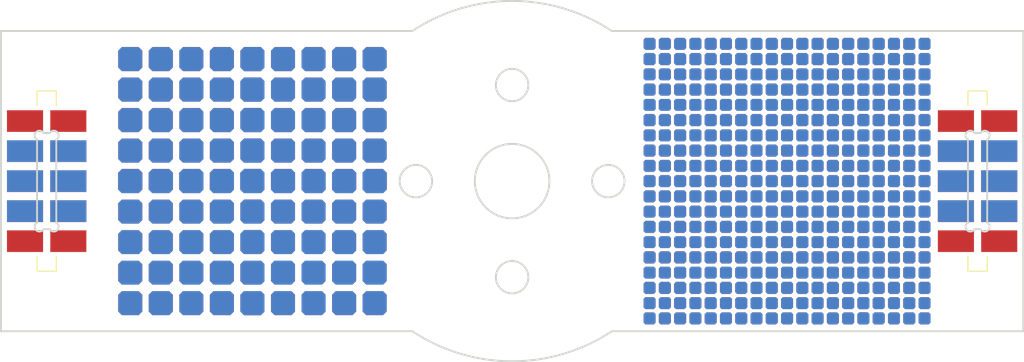
<source format=kicad_pcb>
(kicad_pcb (version 20201002) (generator pcbnew)

  (general
    (thickness 1.6)
  )

  (paper "A4")
  (layers
    (0 "F.Cu" signal)
    (31 "B.Cu" signal)
    (32 "B.Adhes" user "B.Adhesive")
    (33 "F.Adhes" user "F.Adhesive")
    (34 "B.Paste" user)
    (35 "F.Paste" user)
    (36 "B.SilkS" user "B.Silkscreen")
    (37 "F.SilkS" user "F.Silkscreen")
    (38 "B.Mask" user)
    (39 "F.Mask" user)
    (40 "Dwgs.User" user "User.Drawings")
    (41 "Cmts.User" user "User.Comments")
    (42 "Eco1.User" user "User.Eco1")
    (43 "Eco2.User" user "User.Eco2")
    (44 "Edge.Cuts" user)
    (45 "Margin" user)
    (46 "B.CrtYd" user "B.Courtyard")
    (47 "F.CrtYd" user "F.Courtyard")
    (48 "B.Fab" user)
    (49 "F.Fab" user)
  )

  (setup
    (grid_origin 150 100)
    (pcbplotparams
      (layerselection 0x00010fc_ffffffff)
      (disableapertmacros false)
      (usegerberextensions false)
      (usegerberattributes true)
      (usegerberadvancedattributes true)
      (creategerberjobfile true)
      (svguseinch false)
      (svgprecision 6)
      (excludeedgelayer true)
      (plotframeref false)
      (viasonmask false)
      (mode 1)
      (useauxorigin false)
      (hpglpennumber 1)
      (hpglpenspeed 20)
      (hpglpendiameter 15.000000)
      (psnegative false)
      (psa4output false)
      (plotreference true)
      (plotvalue true)
      (plotinvisibletext false)
      (sketchpadsonfab false)
      (subtractmaskfromsilk false)
      (outputformat 1)
      (mirror false)
      (drillshape 0)
      (scaleselection 1)
      (outputdirectory "gerber")
    )
  )


  (net 0 "")

  (module "common_footprints:5x5_proto_array_1.27" (layer "F.Cu") (tedit 5F85D7CE) (tstamp 073950fb-9912-412a-a4c5-b695af34aa09)
    (at 176.67 97.46)
    (attr through_hole)
    (fp_text reference "REF**" (at 0 -0.5 unlocked) (layer "F.SilkS") hide
      (effects (font (size 1 1) (thickness 0.15)))
      (tstamp 537092a1-ef57-4a1b-98e5-5cdaa00d6aea)
    )
    (fp_text value "5x5_proto_array_1.27" (at 0 1 unlocked) (layer "F.Fab")
      (effects (font (size 1 1) (thickness 0.15)))
      (tstamp c8fe54ec-e405-4327-a56c-1f4012666950)
    )
    (pad "0" smd roundrect (at -2.54 -2.54) (size 1 1) (layers "F.Cu" "F.Mask") (roundrect_rratio 0.25)
      (chamfer_ratio 0.15) (chamfer top_left top_right bottom_left bottom_right) (tstamp 244ab6e5-ec52-4a40-94e2-84771f88d8cf))
    (pad "0" smd roundrect (at -2.54 0) (size 1 1) (layers "F.Cu" "F.Mask") (roundrect_rratio 0.25)
      (chamfer_ratio 0.15) (chamfer top_left top_right bottom_left bottom_right) (tstamp 49c5c476-2ebb-4e5e-b3cc-c4dac0edeea0))
    (pad "0" smd roundrect (at -2.54 -1.27) (size 1 1) (layers "F.Cu" "F.Mask") (roundrect_rratio 0.25)
      (chamfer_ratio 0.15) (chamfer top_left top_right bottom_left bottom_right) (tstamp 732a6221-3e40-4b5e-8b38-7f682384b8f5))
    (pad "0" smd roundrect (at -2.54 1.27) (size 1 1) (layers "F.Cu" "F.Mask") (roundrect_rratio 0.25)
      (chamfer_ratio 0.15) (chamfer top_left top_right bottom_left bottom_right) (tstamp bbf15b28-2d96-40c5-a9c4-1da182a68e8b))
    (pad "0" smd roundrect (at -2.54 2.54) (size 1 1) (layers "F.Cu" "F.Mask") (roundrect_rratio 0.25)
      (chamfer_ratio 0.15) (chamfer top_left top_right bottom_left bottom_right) (tstamp def189b7-6832-484d-aad2-883202bb6648))
    (pad "1" smd roundrect (at -1.27 -1.27) (size 1 1) (layers "F.Cu" "F.Mask") (roundrect_rratio 0.25)
      (chamfer_ratio 0.15) (chamfer top_left top_right bottom_left bottom_right) (tstamp 041e1de3-378f-4323-b09a-39f2865ed5c4))
    (pad "1" smd roundrect (at -1.27 2.54) (size 1 1) (layers "F.Cu" "F.Mask") (roundrect_rratio 0.25)
      (chamfer_ratio 0.15) (chamfer top_left top_right bottom_left bottom_right) (tstamp 423e2467-1cd6-4643-9226-b63ce5cab4b3))
    (pad "1" smd roundrect (at -1.27 1.27) (size 1 1) (layers "F.Cu" "F.Mask") (roundrect_rratio 0.25)
      (chamfer_ratio 0.15) (chamfer top_left top_right bottom_left bottom_right) (tstamp bae52f33-f654-4115-be46-d334affc4d4b))
    (pad "1" smd roundrect (at -1.27 0) (size 1 1) (layers "F.Cu" "F.Mask") (roundrect_rratio 0.25)
      (chamfer_ratio 0.15) (chamfer top_left top_right bottom_left bottom_right) (tstamp c1b8bb04-b94a-4160-abc5-47b95aeaf941))
    (pad "1" smd roundrect (at -1.27 -2.54) (size 1 1) (layers "F.Cu" "F.Mask") (roundrect_rratio 0.25)
      (chamfer_ratio 0.15) (chamfer top_left top_right bottom_left bottom_right) (tstamp e2a106f7-5a25-48e6-bcd4-63259d1c0a20))
    (pad "2" smd roundrect (at 0 -1.27) (size 1 1) (layers "F.Cu" "F.Mask") (roundrect_rratio 0.25)
      (chamfer_ratio 0.15) (chamfer top_left top_right bottom_left bottom_right) (tstamp 639e674b-cff1-4570-b733-eb0c1ca9f25a))
    (pad "2" smd roundrect (at 0 -2.54) (size 1 1) (layers "F.Cu" "F.Mask") (roundrect_rratio 0.25)
      (chamfer_ratio 0.15) (chamfer top_left top_right bottom_left bottom_right) (tstamp 84740c4f-b053-4184-9a17-285a74077ac3))
    (pad "2" smd roundrect (at 0 0) (size 1 1) (layers "F.Cu" "F.Mask") (roundrect_rratio 0.25)
      (chamfer_ratio 0.15) (chamfer top_left top_right bottom_left bottom_right) (tstamp 8f3fa5f5-9963-45e9-b7ea-35a5285ce753))
    (pad "2" smd roundrect (at 0 2.54) (size 1 1) (layers "F.Cu" "F.Mask") (roundrect_rratio 0.25)
      (chamfer_ratio 0.15) (chamfer top_left top_right bottom_left bottom_right) (tstamp b0ec5326-104e-4a98-9a7f-212231f26aa3))
    (pad "2" smd roundrect (at 0 1.27) (size 1 1) (layers "F.Cu" "F.Mask") (roundrect_rratio 0.25)
      (chamfer_ratio 0.15) (chamfer top_left top_right bottom_left bottom_right) (tstamp fd721952-45ac-4d91-b159-289af948dd00))
    (pad "3" smd roundrect (at 1.27 0) (size 1 1) (layers "F.Cu" "F.Mask") (roundrect_rratio 0.25)
      (chamfer_ratio 0.15) (chamfer top_left top_right bottom_left bottom_right) (tstamp 25f7e194-2d40-4cd4-9f76-e2e992e260c7))
    (pad "3" smd roundrect (at 1.27 -1.27) (size 1 1) (layers "F.Cu" "F.Mask") (roundrect_rratio 0.25)
      (chamfer_ratio 0.15) (chamfer top_left top_right bottom_left bottom_right) (tstamp 5c4dc492-3463-4850-8a48-126cd92dabee))
    (pad "3" smd roundrect (at 1.27 2.54) (size 1 1) (layers "F.Cu" "F.Mask") (roundrect_rratio 0.25)
      (chamfer_ratio 0.15) (chamfer top_left top_right bottom_left bottom_right) (tstamp 6e858840-6300-4485-913d-771dce35ef3a))
    (pad "3" smd roundrect (at 1.27 -2.54) (size 1 1) (layers "F.Cu" "F.Mask") (roundrect_rratio 0.25)
      (chamfer_ratio 0.15) (chamfer top_left top_right bottom_left bottom_right) (tstamp a6a29f21-e51d-4308-b7d0-4ed3e057f34b))
    (pad "3" smd roundrect (at 1.27 1.27) (size 1 1) (layers "F.Cu" "F.Mask") (roundrect_rratio 0.25)
      (chamfer_ratio 0.15) (chamfer top_left top_right bottom_left bottom_right) (tstamp cab90334-401f-40ee-a385-07a21c3ee4ce))
    (pad "4" smd roundrect (at 2.54 0) (size 1 1) (layers "F.Cu" "F.Mask") (roundrect_rratio 0.25)
      (chamfer_ratio 0.15) (chamfer top_left top_right bottom_left bottom_right) (tstamp 3c6f9361-d735-4694-8f29-e2d43411ecf5))
    (pad "4" smd roundrect (at 2.54 1.27) (size 1 1) (layers "F.Cu" "F.Mask") (roundrect_rratio 0.25)
      (chamfer_ratio 0.15) (chamfer top_left top_right bottom_left bottom_right) (tstamp 59200a86-4d20-406c-a71b-d7f3dc777849))
    (pad "4" smd roundrect (at 2.54 -2.54) (size 1 1) (layers "F.Cu" "F.Mask") (roundrect_rratio 0.25)
      (chamfer_ratio 0.15) (chamfer top_left top_right bottom_left bottom_right) (tstamp a37ef052-6b25-497a-a115-abdf57d96544))
    (pad "4" smd roundrect (at 2.54 -1.27) (size 1 1) (layers "F.Cu" "F.Mask") (roundrect_rratio 0.25)
      (chamfer_ratio 0.15) (chamfer top_left top_right bottom_left bottom_right) (tstamp a3ab9ec5-e615-4245-ba8d-3206d9a247a6))
    (pad "4" smd roundrect (at 2.54 2.54) (size 1 1) (layers "F.Cu" "F.Mask") (roundrect_rratio 0.25)
      (chamfer_ratio 0.15) (chamfer top_left top_right bottom_left bottom_right) (tstamp c807bafa-8d06-4bf7-bab2-c7ba0768b658))
  )

  (module "common_footprints:5x5_proto_array_1.27" (layer "F.Cu") (tedit 5F85D7CE) (tstamp 1330de8e-9c6e-4ea4-b623-bf21ce262705)
    (at 163.97 103.81)
    (attr through_hole)
    (fp_text reference "REF**" (at 0 -0.5 unlocked) (layer "F.SilkS") hide
      (effects (font (size 1 1) (thickness 0.15)))
      (tstamp 5c3bf7fe-d7e5-4c4f-a31f-952a079cc99c)
    )
    (fp_text value "5x5_proto_array_1.27" (at 0 1 unlocked) (layer "F.Fab")
      (effects (font (size 1 1) (thickness 0.15)))
      (tstamp 4e54ede3-b27c-4ff8-b25b-000a8960dc06)
    )
    (pad "0" smd roundrect (at -2.54 2.54) (size 1 1) (layers "F.Cu" "F.Mask") (roundrect_rratio 0.25)
      (chamfer_ratio 0.15) (chamfer top_left top_right bottom_left bottom_right) (tstamp 36075280-e04e-4521-b7ff-02b3bc100a98))
    (pad "0" smd roundrect (at -2.54 -2.54) (size 1 1) (layers "F.Cu" "F.Mask") (roundrect_rratio 0.25)
      (chamfer_ratio 0.15) (chamfer top_left top_right bottom_left bottom_right) (tstamp 5b4e36e0-b89c-4ad9-979a-fd013c691409))
    (pad "0" smd roundrect (at -2.54 -1.27) (size 1 1) (layers "F.Cu" "F.Mask") (roundrect_rratio 0.25)
      (chamfer_ratio 0.15) (chamfer top_left top_right bottom_left bottom_right) (tstamp 8698b1a2-66bb-49a3-ad7c-d8be99e8e3cf))
    (pad "0" smd roundrect (at -2.54 0) (size 1 1) (layers "F.Cu" "F.Mask") (roundrect_rratio 0.25)
      (chamfer_ratio 0.15) (chamfer top_left top_right bottom_left bottom_right) (tstamp ec9537bb-792b-4fb7-abe4-86cbf53e599e))
    (pad "0" smd roundrect (at -2.54 1.27) (size 1 1) (layers "F.Cu" "F.Mask") (roundrect_rratio 0.25)
      (chamfer_ratio 0.15) (chamfer top_left top_right bottom_left bottom_right) (tstamp faa096c4-e085-4a2f-9af8-bf481fb6f342))
    (pad "1" smd roundrect (at -1.27 0) (size 1 1) (layers "F.Cu" "F.Mask") (roundrect_rratio 0.25)
      (chamfer_ratio 0.15) (chamfer top_left top_right bottom_left bottom_right) (tstamp 45bcb10c-5d08-49ea-b807-e5bdbf80cdbd))
    (pad "1" smd roundrect (at -1.27 2.54) (size 1 1) (layers "F.Cu" "F.Mask") (roundrect_rratio 0.25)
      (chamfer_ratio 0.15) (chamfer top_left top_right bottom_left bottom_right) (tstamp 68fd2d6d-8ada-4f90-98fe-0afd5e80734b))
    (pad "1" smd roundrect (at -1.27 1.27) (size 1 1) (layers "F.Cu" "F.Mask") (roundrect_rratio 0.25)
      (chamfer_ratio 0.15) (chamfer top_left top_right bottom_left bottom_right) (tstamp 8539d513-16eb-4096-91ad-dfaa4bff4095))
    (pad "1" smd roundrect (at -1.27 -2.54) (size 1 1) (layers "F.Cu" "F.Mask") (roundrect_rratio 0.25)
      (chamfer_ratio 0.15) (chamfer top_left top_right bottom_left bottom_right) (tstamp cfe6088b-185f-499c-bfb3-352b8c5bcafe))
    (pad "1" smd roundrect (at -1.27 -1.27) (size 1 1) (layers "F.Cu" "F.Mask") (roundrect_rratio 0.25)
      (chamfer_ratio 0.15) (chamfer top_left top_right bottom_left bottom_right) (tstamp fb3f03d4-41b7-4c62-911e-d361ba22293c))
    (pad "2" smd roundrect (at 0 -1.27) (size 1 1) (layers "F.Cu" "F.Mask") (roundrect_rratio 0.25)
      (chamfer_ratio 0.15) (chamfer top_left top_right bottom_left bottom_right) (tstamp 11134faa-5976-4f15-9aed-c488ad67bc6c))
    (pad "2" smd roundrect (at 0 0) (size 1 1) (layers "F.Cu" "F.Mask") (roundrect_rratio 0.25)
      (chamfer_ratio 0.15) (chamfer top_left top_right bottom_left bottom_right) (tstamp 754e112f-e80e-4283-9be3-7b9787835939))
    (pad "2" smd roundrect (at 0 1.27) (size 1 1) (layers "F.Cu" "F.Mask") (roundrect_rratio 0.25)
      (chamfer_ratio 0.15) (chamfer top_left top_right bottom_left bottom_right) (tstamp 80021818-65ef-4b9b-92d1-00fd52339ff7))
    (pad "2" smd roundrect (at 0 2.54) (size 1 1) (layers "F.Cu" "F.Mask") (roundrect_rratio 0.25)
      (chamfer_ratio 0.15) (chamfer top_left top_right bottom_left bottom_right) (tstamp b359a476-c2f0-42f4-9f94-411ad21cb275))
    (pad "2" smd roundrect (at 0 -2.54) (size 1 1) (layers "F.Cu" "F.Mask") (roundrect_rratio 0.25)
      (chamfer_ratio 0.15) (chamfer top_left top_right bottom_left bottom_right) (tstamp d71cf9d1-65c6-432b-be48-768b1851d11d))
    (pad "3" smd roundrect (at 1.27 -2.54) (size 1 1) (layers "F.Cu" "F.Mask") (roundrect_rratio 0.25)
      (chamfer_ratio 0.15) (chamfer top_left top_right bottom_left bottom_right) (tstamp 03c1d5c6-613d-442a-a222-8c3b3596a8f8))
    (pad "3" smd roundrect (at 1.27 1.27) (size 1 1) (layers "F.Cu" "F.Mask") (roundrect_rratio 0.25)
      (chamfer_ratio 0.15) (chamfer top_left top_right bottom_left bottom_right) (tstamp 3a8f6b9f-86af-4621-94b6-f37eac9c0bb5))
    (pad "3" smd roundrect (at 1.27 -1.27) (size 1 1) (layers "F.Cu" "F.Mask") (roundrect_rratio 0.25)
      (chamfer_ratio 0.15) (chamfer top_left top_right bottom_left bottom_right) (tstamp 4c003f32-77cc-4021-8a2b-669efddf41ec))
    (pad "3" smd roundrect (at 1.27 2.54) (size 1 1) (layers "F.Cu" "F.Mask") (roundrect_rratio 0.25)
      (chamfer_ratio 0.15) (chamfer top_left top_right bottom_left bottom_right) (tstamp e078a34c-40bf-4a7a-9967-9421c2d12cbd))
    (pad "3" smd roundrect (at 1.27 0) (size 1 1) (layers "F.Cu" "F.Mask") (roundrect_rratio 0.25)
      (chamfer_ratio 0.15) (chamfer top_left top_right bottom_left bottom_right) (tstamp e1037b22-4807-42ac-84ce-36f3463ac95a))
    (pad "4" smd roundrect (at 2.54 -2.54) (size 1 1) (layers "F.Cu" "F.Mask") (roundrect_rratio 0.25)
      (chamfer_ratio 0.15) (chamfer top_left top_right bottom_left bottom_right) (tstamp 3d5b7434-4197-4507-a084-30e745832777))
    (pad "4" smd roundrect (at 2.54 2.54) (size 1 1) (layers "F.Cu" "F.Mask") (roundrect_rratio 0.25)
      (chamfer_ratio 0.15) (chamfer top_left top_right bottom_left bottom_right) (tstamp 5da70879-a937-4769-8be4-489b82e0b47b))
    (pad "4" smd roundrect (at 2.54 1.27) (size 1 1) (layers "F.Cu" "F.Mask") (roundrect_rratio 0.25)
      (chamfer_ratio 0.15) (chamfer top_left top_right bottom_left bottom_right) (tstamp 7e8bf87b-646d-45e9-9f30-037c24b95bda))
    (pad "4" smd roundrect (at 2.54 -1.27) (size 1 1) (layers "F.Cu" "F.Mask") (roundrect_rratio 0.25)
      (chamfer_ratio 0.15) (chamfer top_left top_right bottom_left bottom_right) (tstamp a25eee90-9ade-4de7-8d9b-545874d49929))
    (pad "4" smd roundrect (at 2.54 0) (size 1 1) (layers "F.Cu" "F.Mask") (roundrect_rratio 0.25)
      (chamfer_ratio 0.15) (chamfer top_left top_right bottom_left bottom_right) (tstamp c07daa0d-625a-4883-977d-af9e19870077))
  )

  (module "common_footprints:5x5_proto_array_1.27" (layer "F.Cu") (tedit 5F85D7CE) (tstamp 15402474-7a5c-4969-86c8-3bae548338c0)
    (at 181.75 91.11)
    (attr through_hole)
    (fp_text reference "REF**" (at 0 -0.5 unlocked) (layer "F.SilkS") hide
      (effects (font (size 1 1) (thickness 0.15)))
      (tstamp 0228f32d-a311-474b-bca0-3cab8cd6af5a)
    )
    (fp_text value "5x5_proto_array_1.27" (at 0 1 unlocked) (layer "F.Fab")
      (effects (font (size 1 1) (thickness 0.15)))
      (tstamp d67e7b79-014b-4ddd-b73b-478734b96f15)
    )
    (pad "0" smd roundrect (at -2.54 2.54) (size 1 1) (layers "F.Cu" "F.Mask") (roundrect_rratio 0.25)
      (chamfer_ratio 0.15) (chamfer top_left top_right bottom_left bottom_right) (tstamp 50fe1bae-80e0-4865-88ab-6186f422f9c1))
    (pad "0" smd roundrect (at -2.54 -2.54) (size 1 1) (layers "F.Cu" "F.Mask") (roundrect_rratio 0.25)
      (chamfer_ratio 0.15) (chamfer top_left top_right bottom_left bottom_right) (tstamp 608265c6-635f-4ffe-beb8-fa6683fec041))
    (pad "0" smd roundrect (at -2.54 -1.27) (size 1 1) (layers "F.Cu" "F.Mask") (roundrect_rratio 0.25)
      (chamfer_ratio 0.15) (chamfer top_left top_right bottom_left bottom_right) (tstamp 622d9a53-cf55-4b42-a336-9ff81289106a))
    (pad "0" smd roundrect (at -2.54 0) (size 1 1) (layers "F.Cu" "F.Mask") (roundrect_rratio 0.25)
      (chamfer_ratio 0.15) (chamfer top_left top_right bottom_left bottom_right) (tstamp 992fb9d8-55e0-47b4-8f8f-1e5abeba7ebc))
    (pad "0" smd roundrect (at -2.54 1.27) (size 1 1) (layers "F.Cu" "F.Mask") (roundrect_rratio 0.25)
      (chamfer_ratio 0.15) (chamfer top_left top_right bottom_left bottom_right) (tstamp bb82b07c-9a8d-45b7-b355-145a02b6ab81))
    (pad "1" smd roundrect (at -1.27 1.27) (size 1 1) (layers "F.Cu" "F.Mask") (roundrect_rratio 0.25)
      (chamfer_ratio 0.15) (chamfer top_left top_right bottom_left bottom_right) (tstamp 5ba1ce2b-3bc0-4791-bbc8-6fbd5f71305b))
    (pad "1" smd roundrect (at -1.27 -1.27) (size 1 1) (layers "F.Cu" "F.Mask") (roundrect_rratio 0.25)
      (chamfer_ratio 0.15) (chamfer top_left top_right bottom_left bottom_right) (tstamp 6f42456c-c456-4bbd-ab54-ec9cf9468508))
    (pad "1" smd roundrect (at -1.27 2.54) (size 1 1) (layers "F.Cu" "F.Mask") (roundrect_rratio 0.25)
      (chamfer_ratio 0.15) (chamfer top_left top_right bottom_left bottom_right) (tstamp 7878f057-8e87-4d44-99c6-72eb28c51e49))
    (pad "1" smd roundrect (at -1.27 -2.54) (size 1 1) (layers "F.Cu" "F.Mask") (roundrect_rratio 0.25)
      (chamfer_ratio 0.15) (chamfer top_left top_right bottom_left bottom_right) (tstamp b7c76ff6-b671-4596-932f-156409bfd894))
    (pad "1" smd roundrect (at -1.27 0) (size 1 1) (layers "F.Cu" "F.Mask") (roundrect_rratio 0.25)
      (chamfer_ratio 0.15) (chamfer top_left top_right bottom_left bottom_right) (tstamp e4dc07d3-51bf-424e-8fe7-521b3d8a92d2))
    (pad "2" smd roundrect (at 0 2.54) (size 1 1) (layers "F.Cu" "F.Mask") (roundrect_rratio 0.25)
      (chamfer_ratio 0.15) (chamfer top_left top_right bottom_left bottom_right) (tstamp 10623c43-3191-4d33-8e15-259a76a9eb1d))
    (pad "2" smd roundrect (at 0 0) (size 1 1) (layers "F.Cu" "F.Mask") (roundrect_rratio 0.25)
      (chamfer_ratio 0.15) (chamfer top_left top_right bottom_left bottom_right) (tstamp 5498276d-a623-4ec6-a927-d32bf709be6d))
    (pad "2" smd roundrect (at 0 1.27) (size 1 1) (layers "F.Cu" "F.Mask") (roundrect_rratio 0.25)
      (chamfer_ratio 0.15) (chamfer top_left top_right bottom_left bottom_right) (tstamp 879e6087-cc71-448a-8ea9-b5acddfe2ab6))
    (pad "2" smd roundrect (at 0 -2.54) (size 1 1) (layers "F.Cu" "F.Mask") (roundrect_rratio 0.25)
      (chamfer_ratio 0.15) (chamfer top_left top_right bottom_left bottom_right) (tstamp e119bf55-11cd-486e-9600-6053f1f1f8e5))
    (pad "2" smd roundrect (at 0 -1.27) (size 1 1) (layers "F.Cu" "F.Mask") (roundrect_rratio 0.25)
      (chamfer_ratio 0.15) (chamfer top_left top_right bottom_left bottom_right) (tstamp e70540ea-8281-4c75-a32f-f431ceeb72c6))
    (pad "3" smd roundrect (at 1.27 1.27) (size 1 1) (layers "F.Cu" "F.Mask") (roundrect_rratio 0.25)
      (chamfer_ratio 0.15) (chamfer top_left top_right bottom_left bottom_right) (tstamp 1b985ef4-db65-452d-8533-37e1febac7d3))
    (pad "3" smd roundrect (at 1.27 0) (size 1 1) (layers "F.Cu" "F.Mask") (roundrect_rratio 0.25)
      (chamfer_ratio 0.15) (chamfer top_left top_right bottom_left bottom_right) (tstamp 33f5788c-a23f-44c3-bf03-8855918e8d6f))
    (pad "3" smd roundrect (at 1.27 -1.27) (size 1 1) (layers "F.Cu" "F.Mask") (roundrect_rratio 0.25)
      (chamfer_ratio 0.15) (chamfer top_left top_right bottom_left bottom_right) (tstamp 46671345-6941-4e12-b80c-29174b77419d))
    (pad "3" smd roundrect (at 1.27 -2.54) (size 1 1) (layers "F.Cu" "F.Mask") (roundrect_rratio 0.25)
      (chamfer_ratio 0.15) (chamfer top_left top_right bottom_left bottom_right) (tstamp 7859d567-e8c6-490a-9761-5bdac41a568d))
    (pad "3" smd roundrect (at 1.27 2.54) (size 1 1) (layers "F.Cu" "F.Mask") (roundrect_rratio 0.25)
      (chamfer_ratio 0.15) (chamfer top_left top_right bottom_left bottom_right) (tstamp f2769f99-4d65-49e2-93f9-febe5be202a0))
    (pad "4" smd roundrect (at 2.54 -1.27) (size 1 1) (layers "F.Cu" "F.Mask") (roundrect_rratio 0.25)
      (chamfer_ratio 0.15) (chamfer top_left top_right bottom_left bottom_right) (tstamp 38888a6b-e477-4491-9188-e76de5ff749e))
    (pad "4" smd roundrect (at 2.54 -2.54) (size 1 1) (layers "F.Cu" "F.Mask") (roundrect_rratio 0.25)
      (chamfer_ratio 0.15) (chamfer top_left top_right bottom_left bottom_right) (tstamp 3e4d82e4-0c50-4ddd-9992-687ce18a67d5))
    (pad "4" smd roundrect (at 2.54 0) (size 1 1) (layers "F.Cu" "F.Mask") (roundrect_rratio 0.25)
      (chamfer_ratio 0.15) (chamfer top_left top_right bottom_left bottom_right) (tstamp b67f0781-cb9f-4f6f-85cd-0767dc1c064c))
    (pad "4" smd roundrect (at 2.54 2.54) (size 1 1) (layers "F.Cu" "F.Mask") (roundrect_rratio 0.25)
      (chamfer_ratio 0.15) (chamfer top_left top_right bottom_left bottom_right) (tstamp c0b39903-4488-47cc-b0e6-195ef017b291))
    (pad "4" smd roundrect (at 2.54 1.27) (size 1 1) (layers "F.Cu" "F.Mask") (roundrect_rratio 0.25)
      (chamfer_ratio 0.15) (chamfer top_left top_right bottom_left bottom_right) (tstamp ca501b28-9a92-4d2b-9b5a-af2d621265b9))
  )

  (module "common_footprints:5x5_proto_array_2.54" (layer "F.Cu") (tedit 5F85D7D7) (tstamp 1560403d-c87d-4f18-b16f-69015b6ecd2e)
    (at 133.49 105.08)
    (attr through_hole)
    (fp_text reference "REF**" (at 0 -0.5 unlocked) (layer "F.SilkS") hide
      (effects (font (size 1 1) (thickness 0.15)))
      (tstamp 15f15034-b86c-43b3-8204-7fa75ed19948)
    )
    (fp_text value "5x5_proto_array_2.54" (at 0 1 unlocked) (layer "F.Fab") hide
      (effects (font (size 1 1) (thickness 0.15)))
      (tstamp a242358a-f311-46cb-8f92-7f6c56e90ce0)
    )
    (pad "0" smd roundrect (at -5.08 2.54) (size 2 2) (layers "F.Cu" "F.Mask") (roundrect_rratio 0.25)
      (chamfer_ratio 0.15) (chamfer top_left top_right bottom_left bottom_right) (tstamp 243945e6-dd93-45f1-b878-65e93702a005))
    (pad "0" smd roundrect (at -5.08 -2.54) (size 2 2) (layers "F.Cu" "F.Mask") (roundrect_rratio 0.25)
      (chamfer_ratio 0.15) (chamfer top_left top_right bottom_left bottom_right) (tstamp 30692f9b-5951-48b2-a163-570a31219221))
    (pad "0" smd roundrect (at -5.08 -5.08) (size 2 2) (layers "F.Cu" "F.Mask") (roundrect_rratio 0.25)
      (chamfer_ratio 0.15) (chamfer top_left top_right bottom_left bottom_right) (tstamp 57b566e4-9351-4b26-a0b9-1cd781589deb))
    (pad "0" smd roundrect (at -5.08 5.08) (size 2 2) (layers "F.Cu" "F.Mask") (roundrect_rratio 0.25)
      (chamfer_ratio 0.15) (chamfer top_left top_right bottom_left bottom_right) (tstamp 8e40e548-8016-4b8d-9025-98fc6f73dc92))
    (pad "0" smd roundrect (at -5.08 0) (size 2 2) (layers "F.Cu" "F.Mask") (roundrect_rratio 0.25)
      (chamfer_ratio 0.15) (chamfer top_left top_right bottom_left bottom_right) (tstamp a276c111-298c-4905-ac64-a4d725605de1))
    (pad "1" smd roundrect (at -2.54 2.54) (size 2 2) (layers "F.Cu" "F.Mask") (roundrect_rratio 0.25)
      (chamfer_ratio 0.15) (chamfer top_left top_right bottom_left bottom_right) (tstamp 38daad72-7a34-46ef-8f36-6236241c34ab))
    (pad "1" smd roundrect (at -2.54 5.08) (size 2 2) (layers "F.Cu" "F.Mask") (roundrect_rratio 0.25)
      (chamfer_ratio 0.15) (chamfer top_left top_right bottom_left bottom_right) (tstamp 44eddbc3-43a4-4002-b8e3-ecca774cbc34))
    (pad "1" smd roundrect (at -2.54 -2.54) (size 2 2) (layers "F.Cu" "F.Mask") (roundrect_rratio 0.25)
      (chamfer_ratio 0.15) (chamfer top_left top_right bottom_left bottom_right) (tstamp 678332c4-354c-4413-9169-5a72945e8a85))
    (pad "1" smd roundrect (at -2.54 -5.08) (size 2 2) (layers "F.Cu" "F.Mask") (roundrect_rratio 0.25)
      (chamfer_ratio 0.15) (chamfer top_left top_right bottom_left bottom_right) (tstamp 75f89bfb-7db5-44b9-9325-78dab88e2ea5))
    (pad "1" smd roundrect (at -2.54 0) (size 2 2) (layers "F.Cu" "F.Mask") (roundrect_rratio 0.25)
      (chamfer_ratio 0.15) (chamfer top_left top_right bottom_left bottom_right) (tstamp de23c5da-98a4-4118-ad66-8f7471b30669))
    (pad "2" smd roundrect (at 0 -5.08) (size 2 2) (layers "F.Cu" "F.Mask") (roundrect_rratio 0.25)
      (chamfer_ratio 0.15) (chamfer top_left top_right bottom_left bottom_right) (tstamp 4c0179ef-41f5-444f-aefa-46fddb04280f))
    (pad "2" smd roundrect (at 0 2.54) (size 2 2) (layers "F.Cu" "F.Mask") (roundrect_rratio 0.25)
      (chamfer_ratio 0.15) (chamfer top_left top_right bottom_left bottom_right) (tstamp 75392963-10f0-4b6a-899a-20bb996b3620))
    (pad "2" smd roundrect (at 0 -2.54) (size 2 2) (layers "F.Cu" "F.Mask") (roundrect_rratio 0.25)
      (chamfer_ratio 0.15) (chamfer top_left top_right bottom_left bottom_right) (tstamp a4dc3476-b3bd-4ff3-bf7a-9bf3cf11a60b))
    (pad "2" smd roundrect (at 0 0) (size 2 2) (layers "F.Cu" "F.Mask") (roundrect_rratio 0.25)
      (chamfer_ratio 0.15) (chamfer top_left top_right bottom_left bottom_right) (tstamp c9e96a95-2cbe-4c6d-a16b-e83cc9212838))
    (pad "2" smd roundrect (at 0 5.08) (size 2 2) (layers "F.Cu" "F.Mask") (roundrect_rratio 0.25)
      (chamfer_ratio 0.15) (chamfer top_left top_right bottom_left bottom_right) (tstamp d90aee1b-eebb-4a9f-9d7c-deaecf6f0f95))
    (pad "3" smd roundrect (at 2.54 0) (size 2 2) (layers "F.Cu" "F.Mask") (roundrect_rratio 0.25)
      (chamfer_ratio 0.15) (chamfer top_left top_right bottom_left bottom_right) (tstamp 1d9cab83-9484-41e4-8391-3f4e8ccb9244))
    (pad "3" smd roundrect (at 2.54 -5.08) (size 2 2) (layers "F.Cu" "F.Mask") (roundrect_rratio 0.25)
      (chamfer_ratio 0.15) (chamfer top_left top_right bottom_left bottom_right) (tstamp 3ca32dcd-5e4d-4c52-bab6-8aaa9f06aec1))
    (pad "3" smd roundrect (at 2.54 -2.54) (size 2 2) (layers "F.Cu" "F.Mask") (roundrect_rratio 0.25)
      (chamfer_ratio 0.15) (chamfer top_left top_right bottom_left bottom_right) (tstamp b5050da9-c5ed-4e6a-b8a3-45d3a158364b))
    (pad "3" smd roundrect (at 2.54 2.54) (size 2 2) (layers "F.Cu" "F.Mask") (roundrect_rratio 0.25)
      (chamfer_ratio 0.15) (chamfer top_left top_right bottom_left bottom_right) (tstamp c4b8a2cb-b413-4da4-a559-adeace3c6310))
    (pad "3" smd roundrect (at 2.54 5.08) (size 2 2) (layers "F.Cu" "F.Mask") (roundrect_rratio 0.25)
      (chamfer_ratio 0.15) (chamfer top_left top_right bottom_left bottom_right) (tstamp cb61b6dd-a232-4342-8cd0-c08555492030))
    (pad "4" smd roundrect (at 5.08 -5.08) (size 2 2) (layers "F.Cu" "F.Mask") (roundrect_rratio 0.25)
      (chamfer_ratio 0.15) (chamfer top_left top_right bottom_left bottom_right) (tstamp 3d734f82-d4ce-4df1-80e4-08198806c7e1))
    (pad "4" smd roundrect (at 5.08 0) (size 2 2) (layers "F.Cu" "F.Mask") (roundrect_rratio 0.25)
      (chamfer_ratio 0.15) (chamfer top_left top_right bottom_left bottom_right) (tstamp 9dc6d69d-6091-4862-8477-1894d757c6ab))
    (pad "4" smd roundrect (at 5.08 5.08) (size 2 2) (layers "F.Cu" "F.Mask") (roundrect_rratio 0.25)
      (chamfer_ratio 0.15) (chamfer top_left top_right bottom_left bottom_right) (tstamp b05b1b74-799f-4863-b720-d1168dfe916a))
    (pad "4" smd roundrect (at 5.08 -2.54) (size 2 2) (layers "F.Cu" "F.Mask") (roundrect_rratio 0.25)
      (chamfer_ratio 0.15) (chamfer top_left top_right bottom_left bottom_right) (tstamp b9a50dcc-3329-4183-8541-90ea18a7f08d))
    (pad "4" smd roundrect (at 5.08 2.54) (size 2 2) (layers "F.Cu" "F.Mask") (roundrect_rratio 0.25)
      (chamfer_ratio 0.15) (chamfer top_left top_right bottom_left bottom_right) (tstamp dd38e60c-5b2c-4358-8462-f4c494ad4b2d))
  )

  (module "common_footprints:8mm_base" (layer "F.Cu") (tedit 5F85D835) (tstamp 29f86daa-5218-49c7-a59e-8aae0ede4016)
    (at 111.3 100 -90)
    (attr through_hole)
    (fp_text reference "REF**" (at 0 -0.5 -90 unlocked) (layer "F.SilkS") hide
      (effects (font (size 1 1) (thickness 0.15)))
      (tstamp fc29384e-53e7-438d-a833-1e66445bf297)
    )
    (fp_text value "8mm_base" (at 0 1 -90 unlocked) (layer "F.Fab")
      (effects (font (size 1 1) (thickness 0.15)))
      (tstamp ecfc3b9c-327f-42b3-9f84-ba4bc6e36676)
    )
    (fp_line (start 7.5 0.8) (end 7.5 -0.8) (layer "F.SilkS") (width 0.1) (tstamp 0bda8958-419d-4b18-b708-a49285cbd4d6))
    (fp_line (start -7.5 0.8) (end -6.3 0.8) (layer "F.SilkS") (width 0.1) (tstamp 8e89b9ff-8a04-4295-b111-2f7c10afbf89))
    (fp_line (start -6.3 -0.8) (end -7.5 -0.8) (layer "F.SilkS") (width 0.1) (tstamp 9adb197b-ffd8-45d6-b01d-7bd04c1d7114))
    (fp_line (start -7.5 -0.8) (end -7.5 0.8) (layer "F.SilkS") (width 0.1) (tstamp c3501337-6b1f-4888-835b-9892ea0463e6))
    (fp_line (start 6.3 0.8) (end 7.5 0.8) (layer "F.SilkS") (width 0.1) (tstamp dff205ed-08d9-417e-8707-f549e760aa32))
    (fp_line (start 7.5 -0.8) (end 6.3 -0.8) (layer "F.SilkS") (width 0.1) (tstamp ff88ec9b-2f44-448e-aa8c-52b4f325de92))
    (fp_rect (start -4 0.8) (end 4 -0.8) (layer "Dwgs.User") (width 0.1) (tstamp 1cc08dd2-615d-4b1f-93c5-dfe045a0028c))
    (pad "1" smd rect (at -5 1.8 270) (size 1.8 3) (layers "F.Cu" "F.Mask") (tstamp 71c31a4d-6713-43f2-a1db-3e796b491cd5))
    (pad "2" smd rect (at -2.5 1.8 270) (size 1.8 3) (layers "F.Cu" "F.Mask") (tstamp 00e8a514-ee38-4250-9b35-f0bac1aea7a8))
    (pad "3" smd rect (at 0 1.8 270) (size 1.8 3) (layers "F.Cu" "F.Mask") (tstamp 486175b3-aaa5-41b9-922b-12b61b91a8b0))
    (pad "4" smd rect (at 2.5 1.8 270) (size 1.8 3) (layers "F.Cu" "F.Mask") (tstamp d056ab34-81f6-4e51-85da-09f1c6661090))
    (pad "5" smd rect (at 5 1.8 270) (size 1.8 3) (layers "F.Cu" "F.Mask") (tstamp 0e848a09-9474-4cc7-b5c5-c9517a9a990b))
    (pad "6" smd rect (at 5 -1.8 270) (size 1.8 3) (layers "F.Cu" "F.Mask") (tstamp c8d06269-4362-4279-9fd8-628a7fc4e15e))
    (pad "7" smd rect (at 2.5 -1.8 270) (size 1.8 3) (layers "F.Cu" "F.Mask") (tstamp 6b26cde8-e9ab-4777-9018-05c68d27be1a))
    (pad "8" smd rect (at 0 -1.8 270) (size 1.8 3) (layers "F.Cu" "F.Mask") (tstamp dd02230f-7d49-4876-ab53-50ceacd01bfc))
    (pad "9" smd rect (at -2.5 -1.8 270) (size 1.8 3) (layers "F.Cu" "F.Mask") (tstamp 6f161214-7b77-48dc-a9b4-9415a2655ef4))
    (pad "10" smd rect (at -5 -1.8 270) (size 1.8 3) (layers "F.Cu" "F.Mask") (tstamp 94067848-60e4-45aa-bb3f-0335fe358436))
    (pad "11" smd rect (at -2.5 1.8 270) (size 1.8 3) (layers "B.Cu" "B.Mask")
      (solder_mask_margin 0.1) (tstamp cb3ed98a-9090-499f-a8cb-980776ca56df))
    (pad "12" smd rect (at 0 1.8 270) (size 1.8 3) (layers "B.Cu" "B.Mask")
      (solder_mask_margin 0.1) (tstamp 4e50081f-4cf9-4b55-aa0d-79c5925efce4))
    (pad "13" smd rect (at 2.5 1.8 270) (size 1.8 3) (layers "B.Cu" "B.Mask")
      (solder_mask_margin 0.1) (tstamp efd7d6d7-ed92-412c-8545-d61fe7e98f3b))
    (pad "14" smd rect (at 2.5 -1.8 270) (size 1.8 3) (layers "B.Cu" "B.Mask")
      (solder_mask_margin 0.1) (tstamp d1615344-d8bd-489e-abd6-93032ece15ed))
    (pad "15" smd rect (at 0 -1.8 270) (size 1.8 3) (layers "B.Cu" "B.Mask")
      (solder_mask_margin 0.1) (tstamp b89d1f4c-09bd-4ae3-806d-c19646c68649))
    (pad "16" smd rect (at -2.5 -1.8 270) (size 1.8 3) (layers "B.Cu" "B.Mask")
      (solder_mask_margin 0.1) (tstamp de9dd501-2690-4afd-82b4-e20bc6815d4d))
  )

  (module "common_footprints:5x5_proto_array_1.27" (layer "F.Cu") (tedit 5F85D7CE) (tstamp 2c5db827-6f8a-4ea0-b5c5-972a431ffbec)
    (at 170.32 103.81)
    (attr through_hole)
    (fp_text reference "REF**" (at 0 -0.5 unlocked) (layer "F.SilkS") hide
      (effects (font (size 1 1) (thickness 0.15)))
      (tstamp b2a8c42e-301a-47ad-9b86-cae5542a8a85)
    )
    (fp_text value "5x5_proto_array_1.27" (at 0 1 unlocked) (layer "F.Fab")
      (effects (font (size 1 1) (thickness 0.15)))
      (tstamp 4f174acd-6189-478f-899a-f1cf321978aa)
    )
    (pad "0" smd roundrect (at -2.54 -2.54) (size 1 1) (layers "F.Cu" "F.Mask") (roundrect_rratio 0.25)
      (chamfer_ratio 0.15) (chamfer top_left top_right bottom_left bottom_right) (tstamp 0aa8b68e-7328-4835-97bb-627ed62d4bb2))
    (pad "0" smd roundrect (at -2.54 1.27) (size 1 1) (layers "F.Cu" "F.Mask") (roundrect_rratio 0.25)
      (chamfer_ratio 0.15) (chamfer top_left top_right bottom_left bottom_right) (tstamp 6f3060ed-27b6-4a07-9d09-50ba89084e46))
    (pad "0" smd roundrect (at -2.54 2.54) (size 1 1) (layers "F.Cu" "F.Mask") (roundrect_rratio 0.25)
      (chamfer_ratio 0.15) (chamfer top_left top_right bottom_left bottom_right) (tstamp 93b78456-a78e-4deb-961d-af7003a71bc9))
    (pad "0" smd roundrect (at -2.54 0) (size 1 1) (layers "F.Cu" "F.Mask") (roundrect_rratio 0.25)
      (chamfer_ratio 0.15) (chamfer top_left top_right bottom_left bottom_right) (tstamp b8984666-4cae-4534-8138-9a7f6f116344))
    (pad "0" smd roundrect (at -2.54 -1.27) (size 1 1) (layers "F.Cu" "F.Mask") (roundrect_rratio 0.25)
      (chamfer_ratio 0.15) (chamfer top_left top_right bottom_left bottom_right) (tstamp ff7729b9-e728-4dbe-96fd-3a328c3e0431))
    (pad "1" smd roundrect (at -1.27 -1.27) (size 1 1) (layers "F.Cu" "F.Mask") (roundrect_rratio 0.25)
      (chamfer_ratio 0.15) (chamfer top_left top_right bottom_left bottom_right) (tstamp 453c8cd2-f5ad-48e0-aa90-3c269c479c42))
    (pad "1" smd roundrect (at -1.27 1.27) (size 1 1) (layers "F.Cu" "F.Mask") (roundrect_rratio 0.25)
      (chamfer_ratio 0.15) (chamfer top_left top_right bottom_left bottom_right) (tstamp 65af4042-15bc-47bb-9f7c-6e1ece45ed96))
    (pad "1" smd roundrect (at -1.27 -2.54) (size 1 1) (layers "F.Cu" "F.Mask") (roundrect_rratio 0.25)
      (chamfer_ratio 0.15) (chamfer top_left top_right bottom_left bottom_right) (tstamp 68c8ab79-2b13-46a4-8832-f4ae7aee5f99))
    (pad "1" smd roundrect (at -1.27 0) (size 1 1) (layers "F.Cu" "F.Mask") (roundrect_rratio 0.25)
      (chamfer_ratio 0.15) (chamfer top_left top_right bottom_left bottom_right) (tstamp d28b601a-02d7-473f-af17-c3ae63bba8a7))
    (pad "1" smd roundrect (at -1.27 2.54) (size 1 1) (layers "F.Cu" "F.Mask") (roundrect_rratio 0.25)
      (chamfer_ratio 0.15) (chamfer top_left top_right bottom_left bottom_right) (tstamp de0fb8cb-717a-4832-b436-e7c5c1deadb4))
    (pad "2" smd roundrect (at 0 -1.27) (size 1 1) (layers "F.Cu" "F.Mask") (roundrect_rratio 0.25)
      (chamfer_ratio 0.15) (chamfer top_left top_right bottom_left bottom_right) (tstamp 3354bcd9-d769-4182-aeb5-e293f30406fb))
    (pad "2" smd roundrect (at 0 0) (size 1 1) (layers "F.Cu" "F.Mask") (roundrect_rratio 0.25)
      (chamfer_ratio 0.15) (chamfer top_left top_right bottom_left bottom_right) (tstamp 535851ab-546a-497b-89a7-47e3bd64b8e7))
    (pad "2" smd roundrect (at 0 2.54) (size 1 1) (layers "F.Cu" "F.Mask") (roundrect_rratio 0.25)
      (chamfer_ratio 0.15) (chamfer top_left top_right bottom_left bottom_right) (tstamp 5c1573be-1df4-4b14-9c00-396351b98b39))
    (pad "2" smd roundrect (at 0 -2.54) (size 1 1) (layers "F.Cu" "F.Mask") (roundrect_rratio 0.25)
      (chamfer_ratio 0.15) (chamfer top_left top_right bottom_left bottom_right) (tstamp 99dac184-a9de-4813-aad5-0ed882735964))
    (pad "2" smd roundrect (at 0 1.27) (size 1 1) (layers "F.Cu" "F.Mask") (roundrect_rratio 0.25)
      (chamfer_ratio 0.15) (chamfer top_left top_right bottom_left bottom_right) (tstamp cc4118eb-f5f8-471f-8083-541818a1254d))
    (pad "3" smd roundrect (at 1.27 1.27) (size 1 1) (layers "F.Cu" "F.Mask") (roundrect_rratio 0.25)
      (chamfer_ratio 0.15) (chamfer top_left top_right bottom_left bottom_right) (tstamp 1d87125b-83bd-484d-a030-f13942d755e0))
    (pad "3" smd roundrect (at 1.27 -1.27) (size 1 1) (layers "F.Cu" "F.Mask") (roundrect_rratio 0.25)
      (chamfer_ratio 0.15) (chamfer top_left top_right bottom_left bottom_right) (tstamp 327e71f6-1be9-4df0-bfa0-ceae331a1e23))
    (pad "3" smd roundrect (at 1.27 -2.54) (size 1 1) (layers "F.Cu" "F.Mask") (roundrect_rratio 0.25)
      (chamfer_ratio 0.15) (chamfer top_left top_right bottom_left bottom_right) (tstamp 3f5da789-685f-47f3-8744-60f66a123f1f))
    (pad "3" smd roundrect (at 1.27 0) (size 1 1) (layers "F.Cu" "F.Mask") (roundrect_rratio 0.25)
      (chamfer_ratio 0.15) (chamfer top_left top_right bottom_left bottom_right) (tstamp 6dddeb52-1570-4cd1-b216-98330ba43186))
    (pad "3" smd roundrect (at 1.27 2.54) (size 1 1) (layers "F.Cu" "F.Mask") (roundrect_rratio 0.25)
      (chamfer_ratio 0.15) (chamfer top_left top_right bottom_left bottom_right) (tstamp 7242a763-89e2-49d6-bf02-6cb03837fe44))
    (pad "4" smd roundrect (at 2.54 -1.27) (size 1 1) (layers "F.Cu" "F.Mask") (roundrect_rratio 0.25)
      (chamfer_ratio 0.15) (chamfer top_left top_right bottom_left bottom_right) (tstamp 1b65c122-837c-4109-bfd6-9d724324c1a2))
    (pad "4" smd roundrect (at 2.54 0) (size 1 1) (layers "F.Cu" "F.Mask") (roundrect_rratio 0.25)
      (chamfer_ratio 0.15) (chamfer top_left top_right bottom_left bottom_right) (tstamp 684ae1eb-8f6f-4387-9823-6820ec153455))
    (pad "4" smd roundrect (at 2.54 2.54) (size 1 1) (layers "F.Cu" "F.Mask") (roundrect_rratio 0.25)
      (chamfer_ratio 0.15) (chamfer top_left top_right bottom_left bottom_right) (tstamp be310dae-5b4e-43a1-a8a7-7e7964de748e))
    (pad "4" smd roundrect (at 2.54 -2.54) (size 1 1) (layers "F.Cu" "F.Mask") (roundrect_rratio 0.25)
      (chamfer_ratio 0.15) (chamfer top_left top_right bottom_left bottom_right) (tstamp dfda1517-c79f-409c-96ea-b4292d119192))
    (pad "4" smd roundrect (at 2.54 1.27) (size 1 1) (layers "F.Cu" "F.Mask") (roundrect_rratio 0.25)
      (chamfer_ratio 0.15) (chamfer top_left top_right bottom_left bottom_right) (tstamp f72aca4c-0efb-42c3-967e-9e1c85f31831))
  )

  (module "common_footprints:5x5_proto_array_1.27" (layer "F.Cu") (tedit 5F85D7CE) (tstamp 2e124a51-0e95-440f-b46c-8edc0ae38543)
    (at 170.32 91.11)
    (attr through_hole)
    (fp_text reference "REF**" (at 0 -0.5 unlocked) (layer "F.SilkS") hide
      (effects (font (size 1 1) (thickness 0.15)))
      (tstamp 529e72cc-d5e7-453f-ae7c-70f517e9dc95)
    )
    (fp_text value "5x5_proto_array_1.27" (at 0 1 unlocked) (layer "F.Fab")
      (effects (font (size 1 1) (thickness 0.15)))
      (tstamp 01566c81-1feb-47e0-a3e8-af8b2add9d11)
    )
    (pad "0" smd roundrect (at -2.54 0) (size 1 1) (layers "F.Cu" "F.Mask") (roundrect_rratio 0.25)
      (chamfer_ratio 0.15) (chamfer top_left top_right bottom_left bottom_right) (tstamp 4e00e3f1-751d-407a-aff1-150180705f03))
    (pad "0" smd roundrect (at -2.54 -2.54) (size 1 1) (layers "F.Cu" "F.Mask") (roundrect_rratio 0.25)
      (chamfer_ratio 0.15) (chamfer top_left top_right bottom_left bottom_right) (tstamp abf2b124-410a-4842-9e81-4b5e6d60b0bc))
    (pad "0" smd roundrect (at -2.54 2.54) (size 1 1) (layers "F.Cu" "F.Mask") (roundrect_rratio 0.25)
      (chamfer_ratio 0.15) (chamfer top_left top_right bottom_left bottom_right) (tstamp b04fa38f-9d55-4390-bb35-b9cd715e57d7))
    (pad "0" smd roundrect (at -2.54 -1.27) (size 1 1) (layers "F.Cu" "F.Mask") (roundrect_rratio 0.25)
      (chamfer_ratio 0.15) (chamfer top_left top_right bottom_left bottom_right) (tstamp cc3aba46-e0fc-49ab-a8f9-78c6d111117e))
    (pad "0" smd roundrect (at -2.54 1.27) (size 1 1) (layers "F.Cu" "F.Mask") (roundrect_rratio 0.25)
      (chamfer_ratio 0.15) (chamfer top_left top_right bottom_left bottom_right) (tstamp f296d43e-fc59-4353-a3f2-47146d71aa3c))
    (pad "1" smd roundrect (at -1.27 -2.54) (size 1 1) (layers "F.Cu" "F.Mask") (roundrect_rratio 0.25)
      (chamfer_ratio 0.15) (chamfer top_left top_right bottom_left bottom_right) (tstamp 1d85a343-1df8-4053-bbef-1b0d30522d73))
    (pad "1" smd roundrect (at -1.27 0) (size 1 1) (layers "F.Cu" "F.Mask") (roundrect_rratio 0.25)
      (chamfer_ratio 0.15) (chamfer top_left top_right bottom_left bottom_right) (tstamp 9d29252a-5f7e-4244-8096-5dee02030324))
    (pad "1" smd roundrect (at -1.27 -1.27) (size 1 1) (layers "F.Cu" "F.Mask") (roundrect_rratio 0.25)
      (chamfer_ratio 0.15) (chamfer top_left top_right bottom_left bottom_right) (tstamp a951c3e7-030e-4ab9-8384-d17fd8222a43))
    (pad "1" smd roundrect (at -1.27 2.54) (size 1 1) (layers "F.Cu" "F.Mask") (roundrect_rratio 0.25)
      (chamfer_ratio 0.15) (chamfer top_left top_right bottom_left bottom_right) (tstamp bac351b2-f88e-44bb-a351-09e326669cca))
    (pad "1" smd roundrect (at -1.27 1.27) (size 1 1) (layers "F.Cu" "F.Mask") (roundrect_rratio 0.25)
      (chamfer_ratio 0.15) (chamfer top_left top_right bottom_left bottom_right) (tstamp e3b710fa-91e9-4e53-ae9b-2082470946d5))
    (pad "2" smd roundrect (at 0 1.27) (size 1 1) (layers "F.Cu" "F.Mask") (roundrect_rratio 0.25)
      (chamfer_ratio 0.15) (chamfer top_left top_right bottom_left bottom_right) (tstamp 784df581-e238-4472-ba5c-b82d001b38c0))
    (pad "2" smd roundrect (at 0 2.54) (size 1 1) (layers "F.Cu" "F.Mask") (roundrect_rratio 0.25)
      (chamfer_ratio 0.15) (chamfer top_left top_right bottom_left bottom_right) (tstamp 80f33936-b3c5-4dbd-be6b-5a14af9542fc))
    (pad "2" smd roundrect (at 0 0) (size 1 1) (layers "F.Cu" "F.Mask") (roundrect_rratio 0.25)
      (chamfer_ratio 0.15) (chamfer top_left top_right bottom_left bottom_right) (tstamp 8559d5a2-a5af-48f5-88d9-035dc1b44ab4))
    (pad "2" smd roundrect (at 0 -2.54) (size 1 1) (layers "F.Cu" "F.Mask") (roundrect_rratio 0.25)
      (chamfer_ratio 0.15) (chamfer top_left top_right bottom_left bottom_right) (tstamp 8623fa8a-9bd9-440b-9d8e-0072e0dda140))
    (pad "2" smd roundrect (at 0 -1.27) (size 1 1) (layers "F.Cu" "F.Mask") (roundrect_rratio 0.25)
      (chamfer_ratio 0.15) (chamfer top_left top_right bottom_left bottom_right) (tstamp c1cb0b89-5c27-4031-bc21-295576c3809b))
    (pad "3" smd roundrect (at 1.27 1.27) (size 1 1) (layers "F.Cu" "F.Mask") (roundrect_rratio 0.25)
      (chamfer_ratio 0.15) (chamfer top_left top_right bottom_left bottom_right) (tstamp 0cbfe244-2264-4e7d-ae49-22a9e34624e0))
    (pad "3" smd roundrect (at 1.27 -1.27) (size 1 1) (layers "F.Cu" "F.Mask") (roundrect_rratio 0.25)
      (chamfer_ratio 0.15) (chamfer top_left top_right bottom_left bottom_right) (tstamp 3ba85d0b-3cb2-47c8-9fab-601902512491))
    (pad "3" smd roundrect (at 1.27 0) (size 1 1) (layers "F.Cu" "F.Mask") (roundrect_rratio 0.25)
      (chamfer_ratio 0.15) (chamfer top_left top_right bottom_left bottom_right) (tstamp 787d766c-d3ee-4de3-85bb-b421326b0a25))
    (pad "3" smd roundrect (at 1.27 -2.54) (size 1 1) (layers "F.Cu" "F.Mask") (roundrect_rratio 0.25)
      (chamfer_ratio 0.15) (chamfer top_left top_right bottom_left bottom_right) (tstamp a9f58cb9-518a-4b77-aef4-5a97530b1265))
    (pad "3" smd roundrect (at 1.27 2.54) (size 1 1) (layers "F.Cu" "F.Mask") (roundrect_rratio 0.25)
      (chamfer_ratio 0.15) (chamfer top_left top_right bottom_left bottom_right) (tstamp c831c0af-b225-454b-9e2e-2f3a7165eb37))
    (pad "4" smd roundrect (at 2.54 -1.27) (size 1 1) (layers "F.Cu" "F.Mask") (roundrect_rratio 0.25)
      (chamfer_ratio 0.15) (chamfer top_left top_right bottom_left bottom_right) (tstamp 0c7b7465-ea40-4424-b207-c7a1c058b51b))
    (pad "4" smd roundrect (at 2.54 2.54) (size 1 1) (layers "F.Cu" "F.Mask") (roundrect_rratio 0.25)
      (chamfer_ratio 0.15) (chamfer top_left top_right bottom_left bottom_right) (tstamp 2e30528c-cb90-4616-ab7e-b9ee962df639))
    (pad "4" smd roundrect (at 2.54 1.27) (size 1 1) (layers "F.Cu" "F.Mask") (roundrect_rratio 0.25)
      (chamfer_ratio 0.15) (chamfer top_left top_right bottom_left bottom_right) (tstamp 4b405494-d0b5-4eac-87b8-df102e380e88))
    (pad "4" smd roundrect (at 2.54 -2.54) (size 1 1) (layers "F.Cu" "F.Mask") (roundrect_rratio 0.25)
      (chamfer_ratio 0.15) (chamfer top_left top_right bottom_left bottom_right) (tstamp 90c64f66-5b8b-42b1-afa6-ff7be399f8a8))
    (pad "4" smd roundrect (at 2.54 0) (size 1 1) (layers "F.Cu" "F.Mask") (roundrect_rratio 0.25)
      (chamfer_ratio 0.15) (chamfer top_left top_right bottom_left bottom_right) (tstamp a0ffc87a-41ad-459d-91ac-9f402ce9f981))
  )

  (module "common_footprints:8mm_base" (layer "F.Cu") (tedit 5F85D835) (tstamp 5224b49a-a946-47a2-a624-ef50b86544b8)
    (at 188.7 100 90)
    (attr through_hole)
    (fp_text reference "REF**" (at 0 -0.5 90 unlocked) (layer "F.SilkS") hide
      (effects (font (size 1 1) (thickness 0.15)))
      (tstamp 381d850c-b20d-45e0-bf7a-b086ce12af69)
    )
    (fp_text value "8mm_base" (at 0 1 90 unlocked) (layer "F.Fab")
      (effects (font (size 1 1) (thickness 0.15)))
      (tstamp 104295f9-3727-4b71-9656-3ec17e76ed06)
    )
    (fp_line (start 7.5 -0.8) (end 6.3 -0.8) (layer "F.SilkS") (width 0.1) (tstamp 3c5b6c97-12cb-4976-b2d0-a235045b7390))
    (fp_line (start -6.3 -0.8) (end -7.5 -0.8) (layer "F.SilkS") (width 0.1) (tstamp 8e3721a7-7ed0-4bc3-913a-582a36fdf30d))
    (fp_line (start -7.5 0.8) (end -6.3 0.8) (layer "F.SilkS") (width 0.1) (tstamp 933851aa-0acf-4822-9e47-48161c5c8bed))
    (fp_line (start 7.5 0.8) (end 7.5 -0.8) (layer "F.SilkS") (width 0.1) (tstamp 94a2a514-401e-4825-9142-80c6154c95ec))
    (fp_line (start -7.5 -0.8) (end -7.5 0.8) (layer "F.SilkS") (width 0.1) (tstamp c3ff0568-519c-4340-b545-cf7eaf14a816))
    (fp_line (start 6.3 0.8) (end 7.5 0.8) (layer "F.SilkS") (width 0.1) (tstamp c6eb9039-1718-45ad-946f-79f0d16d430d))
    (fp_rect (start -4 0.8) (end 4 -0.8) (layer "Dwgs.User") (width 0.1) (tstamp f767a78d-243d-442e-9a0e-a8df33838247))
    (pad "1" smd rect (at -5 1.8 90) (size 1.8 3) (layers "F.Cu" "F.Mask") (tstamp 690c1f6a-7492-4844-83c3-d75223fe8ce3))
    (pad "2" smd rect (at -2.5 1.8 90) (size 1.8 3) (layers "F.Cu" "F.Mask") (tstamp 1aad9437-3be0-42ad-863b-aa91d3aab032))
    (pad "3" smd rect (at 0 1.8 90) (size 1.8 3) (layers "F.Cu" "F.Mask") (tstamp 6820d213-80c0-436a-9182-6e129a35af03))
    (pad "4" smd rect (at 2.5 1.8 90) (size 1.8 3) (layers "F.Cu" "F.Mask") (tstamp eeb6b18a-00a4-423f-baf7-b8b953564086))
    (pad "5" smd rect (at 5 1.8 90) (size 1.8 3) (layers "F.Cu" "F.Mask") (tstamp 20e724ca-aeb6-4bd3-9348-d9d725e893a3))
    (pad "6" smd rect (at 5 -1.8 90) (size 1.8 3) (layers "F.Cu" "F.Mask") (tstamp bdf73f1d-c985-42ec-9e8e-0e22dbc2ddca))
    (pad "7" smd rect (at 2.5 -1.8 90) (size 1.8 3) (layers "F.Cu" "F.Mask") (tstamp c812cfcf-805f-4ee2-85e5-06a0dc205756))
    (pad "8" smd rect (at 0 -1.8 90) (size 1.8 3) (layers "F.Cu" "F.Mask") (tstamp 101f5704-d4d0-478e-9093-74a643abea03))
    (pad "9" smd rect (at -2.5 -1.8 90) (size 1.8 3) (layers "F.Cu" "F.Mask") (tstamp 0c1de8a7-98a6-45f0-875b-67e7332a3c9e))
    (pad "10" smd rect (at -5 -1.8 90) (size 1.8 3) (layers "F.Cu" "F.Mask") (tstamp 7be52811-0a25-4b32-b87d-aafd4e98f148))
    (pad "11" smd rect (at -2.5 1.8 90) (size 1.8 3) (layers "B.Cu" "B.Mask")
      (solder_mask_margin 0.1) (tstamp 127bf525-c9c8-426a-af11-33c7dd0f2fec))
    (pad "12" smd rect (at 0 1.8 90) (size 1.8 3) (layers "B.Cu" "B.Mask")
      (solder_mask_margin 0.1) (tstamp 1a379c74-ccac-4a1a-8e49-bbde3ed7b8b8))
    (pad "13" smd rect (at 2.5 1.8 90) (size 1.8 3) (layers "B.Cu" "B.Mask")
      (solder_mask_margin 0.1) (tstamp a01b453d-8460-4190-8a5f-02744c28c156))
    (pad "14" smd rect (at 2.5 -1.8 90) (size 1.8 3) (layers "B.Cu" "B.Mask")
      (solder_mask_margin 0.1) (tstamp d8625aa6-c4f5-4210-bb6a-d0aed6b23070))
    (pad "15" smd rect (at 0 -1.8 90) (size 1.8 3) (layers "B.Cu" "B.Mask")
      (solder_mask_margin 0.1) (tstamp ade0dd09-2b64-4dfd-850e-ebad9359ecd4))
    (pad "16" smd rect (at -2.5 -1.8 90) (size 1.8 3) (layers "B.Cu" "B.Mask")
      (solder_mask_margin 0.1) (tstamp 33f06c79-32e4-4c51-937e-9d317e599160))
  )

  (module "common_footprints:5x5_proto_array_2.54" (layer "F.Cu") (tedit 5F85D7D7) (tstamp 60abde2a-b5a2-4744-964b-9b22a6533050)
    (at 123.33 94.92)
    (attr through_hole)
    (fp_text reference "REF**" (at 0 -0.5 unlocked) (layer "F.SilkS") hide
      (effects (font (size 1 1) (thickness 0.15)))
      (tstamp a3e1aa79-6834-45dc-b1b7-70b12aea038c)
    )
    (fp_text value "5x5_proto_array_2.54" (at 0 1 unlocked) (layer "F.Fab") hide
      (effects (font (size 1 1) (thickness 0.15)))
      (tstamp 7e40e1e3-760d-490e-8068-26e671eb9fa1)
    )
    (pad "0" smd roundrect (at -5.08 5.08) (size 2 2) (layers "F.Cu" "F.Mask") (roundrect_rratio 0.25)
      (chamfer_ratio 0.15) (chamfer top_left top_right bottom_left bottom_right) (tstamp 353016e4-52ab-41e3-981c-3b4a49f12701))
    (pad "0" smd roundrect (at -5.08 0) (size 2 2) (layers "F.Cu" "F.Mask") (roundrect_rratio 0.25)
      (chamfer_ratio 0.15) (chamfer top_left top_right bottom_left bottom_right) (tstamp 3c4666ed-7807-41e2-8aa7-92d57db6c5b2))
    (pad "0" smd roundrect (at -5.08 -5.08) (size 2 2) (layers "F.Cu" "F.Mask") (roundrect_rratio 0.25)
      (chamfer_ratio 0.15) (chamfer top_left top_right bottom_left bottom_right) (tstamp 7fb6d5fe-98e2-4ca2-8c19-3b85b0f7bb6e))
    (pad "0" smd roundrect (at -5.08 2.54) (size 2 2) (layers "F.Cu" "F.Mask") (roundrect_rratio 0.25)
      (chamfer_ratio 0.15) (chamfer top_left top_right bottom_left bottom_right) (tstamp a21616aa-4a50-403e-9715-d386ffcdd097))
    (pad "0" smd roundrect (at -5.08 -2.54) (size 2 2) (layers "F.Cu" "F.Mask") (roundrect_rratio 0.25)
      (chamfer_ratio 0.15) (chamfer top_left top_right bottom_left bottom_right) (tstamp f249f2f4-a5f4-46c5-a3aa-af9acc1d3de1))
    (pad "1" smd roundrect (at -2.54 5.08) (size 2 2) (layers "F.Cu" "F.Mask") (roundrect_rratio 0.25)
      (chamfer_ratio 0.15) (chamfer top_left top_right bottom_left bottom_right) (tstamp 19b608f1-3f53-4175-8d57-1a4f89ad4201))
    (pad "1" smd roundrect (at -2.54 -5.08) (size 2 2) (layers "F.Cu" "F.Mask") (roundrect_rratio 0.25)
      (chamfer_ratio 0.15) (chamfer top_left top_right bottom_left bottom_right) (tstamp 4006e3db-3f0d-45dd-9f67-178356de57f8))
    (pad "1" smd roundrect (at -2.54 0) (size 2 2) (layers "F.Cu" "F.Mask") (roundrect_rratio 0.25)
      (chamfer_ratio 0.15) (chamfer top_left top_right bottom_left bottom_right) (tstamp b7c42833-cc8c-4dc3-a997-327a9be27882))
    (pad "1" smd roundrect (at -2.54 2.54) (size 2 2) (layers "F.Cu" "F.Mask") (roundrect_rratio 0.25)
      (chamfer_ratio 0.15) (chamfer top_left top_right bottom_left bottom_right) (tstamp d54d1031-e0cc-45e0-b8a8-216f6604a158))
    (pad "1" smd roundrect (at -2.54 -2.54) (size 2 2) (layers "F.Cu" "F.Mask") (roundrect_rratio 0.25)
      (chamfer_ratio 0.15) (chamfer top_left top_right bottom_left bottom_right) (tstamp face9c68-be82-45c6-a4cb-bed64cec5b34))
    (pad "2" smd roundrect (at 0 -5.08) (size 2 2) (layers "F.Cu" "F.Mask") (roundrect_rratio 0.25)
      (chamfer_ratio 0.15) (chamfer top_left top_right bottom_left bottom_right) (tstamp 020aa101-d55d-4ff2-968b-9600ca336815))
    (pad "2" smd roundrect (at 0 -2.54) (size 2 2) (layers "F.Cu" "F.Mask") (roundrect_rratio 0.25)
      (chamfer_ratio 0.15) (chamfer top_left top_right bottom_left bottom_right) (tstamp 33ad0436-7d58-4bfa-9b08-c830a96536a7))
    (pad "2" smd roundrect (at 0 2.54) (size 2 2) (layers "F.Cu" "F.Mask") (roundrect_rratio 0.25)
      (chamfer_ratio 0.15) (chamfer top_left top_right bottom_left bottom_right) (tstamp 405a7fb1-eb46-4220-ac59-71fcc8243f73))
    (pad "2" smd roundrect (at 0 0) (size 2 2) (layers "F.Cu" "F.Mask") (roundrect_rratio 0.25)
      (chamfer_ratio 0.15) (chamfer top_left top_right bottom_left bottom_right) (tstamp 972f897c-c758-4df4-9f67-a6c9b0184469))
    (pad "2" smd roundrect (at 0 5.08) (size 2 2) (layers "F.Cu" "F.Mask") (roundrect_rratio 0.25)
      (chamfer_ratio 0.15) (chamfer top_left top_right bottom_left bottom_right) (tstamp f8774552-12f9-4302-9d7a-4c7f443745e7))
    (pad "3" smd roundrect (at 2.54 2.54) (size 2 2) (layers "F.Cu" "F.Mask") (roundrect_rratio 0.25)
      (chamfer_ratio 0.15) (chamfer top_left top_right bottom_left bottom_right) (tstamp 6edd7fa2-53a0-4085-a426-1622a9f5330e))
    (pad "3" smd roundrect (at 2.54 5.08) (size 2 2) (layers "F.Cu" "F.Mask") (roundrect_rratio 0.25)
      (chamfer_ratio 0.15) (chamfer top_left top_right bottom_left bottom_right) (tstamp 73788685-417c-40b9-93dd-8b1d63d899e9))
    (pad "3" smd roundrect (at 2.54 -2.54) (size 2 2) (layers "F.Cu" "F.Mask") (roundrect_rratio 0.25)
      (chamfer_ratio 0.15) (chamfer top_left top_right bottom_left bottom_right) (tstamp 8eca2a64-e0dc-465d-822b-ab18dad8dd4f))
    (pad "3" smd roundrect (at 2.54 -5.08) (size 2 2) (layers "F.Cu" "F.Mask") (roundrect_rratio 0.25)
      (chamfer_ratio 0.15) (chamfer top_left top_right bottom_left bottom_right) (tstamp af80f0e8-b836-4a99-90d0-3ab9aa2b314e))
    (pad "3" smd roundrect (at 2.54 0) (size 2 2) (layers "F.Cu" "F.Mask") (roundrect_rratio 0.25)
      (chamfer_ratio 0.15) (chamfer top_left top_right bottom_left bottom_right) (tstamp e8228067-d406-4911-9be8-a012a5342433))
    (pad "4" smd roundrect (at 5.08 5.08) (size 2 2) (layers "F.Cu" "F.Mask") (roundrect_rratio 0.25)
      (chamfer_ratio 0.15) (chamfer top_left top_right bottom_left bottom_right) (tstamp 392568f1-8fb9-48d2-a299-a2b446becfa5))
    (pad "4" smd roundrect (at 5.08 2.54) (size 2 2) (layers "F.Cu" "F.Mask") (roundrect_rratio 0.25)
      (chamfer_ratio 0.15) (chamfer top_left top_right bottom_left bottom_right) (tstamp a4f330f2-c5d8-4904-b63e-9ea9625e3483))
    (pad "4" smd roundrect (at 5.08 -5.08) (size 2 2) (layers "F.Cu" "F.Mask") (roundrect_rratio 0.25)
      (chamfer_ratio 0.15) (chamfer top_left top_right bottom_left bottom_right) (tstamp ac4c3efc-ec54-4ac0-abbd-a335547436ee))
    (pad "4" smd roundrect (at 5.08 -2.54) (size 2 2) (layers "F.Cu" "F.Mask") (roundrect_rratio 0.25)
      (chamfer_ratio 0.15) (chamfer top_left top_right bottom_left bottom_right) (tstamp be2d185c-0877-4ecc-b514-1fbe57eb6732))
    (pad "4" smd roundrect (at 5.08 0) (size 2 2) (layers "F.Cu" "F.Mask") (roundrect_rratio 0.25)
      (chamfer_ratio 0.15) (chamfer top_left top_right bottom_left bottom_right) (tstamp fa0849a4-542a-415d-987b-7ea0e5136d21))
  )

  (module "common_footprints:5x5_proto_array_1.27" (layer "F.Cu") (tedit 5F85D7CE) (tstamp 69931ee1-ffc7-4468-aa31-543dcb37a263)
    (at 181.75 97.46)
    (attr through_hole)
    (fp_text reference "REF**" (at 0 -0.5 unlocked) (layer "F.SilkS") hide
      (effects (font (size 1 1) (thickness 0.15)))
      (tstamp 8885f2f7-1a2e-4eb0-b8bc-049f4deeed02)
    )
    (fp_text value "5x5_proto_array_1.27" (at 0 1 unlocked) (layer "F.Fab")
      (effects (font (size 1 1) (thickness 0.15)))
      (tstamp e742a006-2ccc-4cef-a6de-e211b63805d7)
    )
    (pad "0" smd roundrect (at -2.54 2.54) (size 1 1) (layers "F.Cu" "F.Mask") (roundrect_rratio 0.25)
      (chamfer_ratio 0.15) (chamfer top_left top_right bottom_left bottom_right) (tstamp 32549744-3012-48a6-9aea-9dd771fa15a1))
    (pad "0" smd roundrect (at -2.54 -1.27) (size 1 1) (layers "F.Cu" "F.Mask") (roundrect_rratio 0.25)
      (chamfer_ratio 0.15) (chamfer top_left top_right bottom_left bottom_right) (tstamp a1abf2da-a7f5-43c2-94af-89a263a226a4))
    (pad "0" smd roundrect (at -2.54 -2.54) (size 1 1) (layers "F.Cu" "F.Mask") (roundrect_rratio 0.25)
      (chamfer_ratio 0.15) (chamfer top_left top_right bottom_left bottom_right) (tstamp beaab2da-ced8-4b13-a685-66b42b21820c))
    (pad "0" smd roundrect (at -2.54 1.27) (size 1 1) (layers "F.Cu" "F.Mask") (roundrect_rratio 0.25)
      (chamfer_ratio 0.15) (chamfer top_left top_right bottom_left bottom_right) (tstamp cb34fed1-56d6-41e2-bf03-5bee681a6da7))
    (pad "0" smd roundrect (at -2.54 0) (size 1 1) (layers "F.Cu" "F.Mask") (roundrect_rratio 0.25)
      (chamfer_ratio 0.15) (chamfer top_left top_right bottom_left bottom_right) (tstamp f0af7d3c-d635-48b2-9c18-728e7df5a810))
    (pad "1" smd roundrect (at -1.27 -2.54) (size 1 1) (layers "F.Cu" "F.Mask") (roundrect_rratio 0.25)
      (chamfer_ratio 0.15) (chamfer top_left top_right bottom_left bottom_right) (tstamp 5e84aa79-e6e6-44b8-9e73-7222b869a538))
    (pad "1" smd roundrect (at -1.27 1.27) (size 1 1) (layers "F.Cu" "F.Mask") (roundrect_rratio 0.25)
      (chamfer_ratio 0.15) (chamfer top_left top_right bottom_left bottom_right) (tstamp 785fdbe2-1737-401e-9aab-1a3423ce2c92))
    (pad "1" smd roundrect (at -1.27 0) (size 1 1) (layers "F.Cu" "F.Mask") (roundrect_rratio 0.25)
      (chamfer_ratio 0.15) (chamfer top_left top_right bottom_left bottom_right) (tstamp 7ebc59d0-1659-4def-94e4-d66854f62ce6))
    (pad "1" smd roundrect (at -1.27 -1.27) (size 1 1) (layers "F.Cu" "F.Mask") (roundrect_rratio 0.25)
      (chamfer_ratio 0.15) (chamfer top_left top_right bottom_left bottom_right) (tstamp c3500a86-32a0-4b8c-bb0a-7b1527557c3e))
    (pad "1" smd roundrect (at -1.27 2.54) (size 1 1) (layers "F.Cu" "F.Mask") (roundrect_rratio 0.25)
      (chamfer_ratio 0.15) (chamfer top_left top_right bottom_left bottom_right) (tstamp e8d1b73c-d503-4dfd-adff-0a0856fbb3cd))
    (pad "2" smd roundrect (at 0 2.54) (size 1 1) (layers "F.Cu" "F.Mask") (roundrect_rratio 0.25)
      (chamfer_ratio 0.15) (chamfer top_left top_right bottom_left bottom_right) (tstamp 18c89ce9-5d9b-494d-bec0-0dcfd32b22cd))
    (pad "2" smd roundrect (at 0 1.27) (size 1 1) (layers "F.Cu" "F.Mask") (roundrect_rratio 0.25)
      (chamfer_ratio 0.15) (chamfer top_left top_right bottom_left bottom_right) (tstamp 38c680f3-0840-4354-8be6-e18d3b6717be))
    (pad "2" smd roundrect (at 0 0) (size 1 1) (layers "F.Cu" "F.Mask") (roundrect_rratio 0.25)
      (chamfer_ratio 0.15) (chamfer top_left top_right bottom_left bottom_right) (tstamp 681d4e2c-4df0-4ea8-b1c6-1728bc64d47a))
    (pad "2" smd roundrect (at 0 -2.54) (size 1 1) (layers "F.Cu" "F.Mask") (roundrect_rratio 0.25)
      (chamfer_ratio 0.15) (chamfer top_left top_right bottom_left bottom_right) (tstamp 99c2ca54-f13e-48d9-afb3-486f275510c4))
    (pad "2" smd roundrect (at 0 -1.27) (size 1 1) (layers "F.Cu" "F.Mask") (roundrect_rratio 0.25)
      (chamfer_ratio 0.15) (chamfer top_left top_right bottom_left bottom_right) (tstamp 9de80bf8-e57f-4c4b-bf24-c6415c9d3a4d))
    (pad "3" smd roundrect (at 1.27 -1.27) (size 1 1) (layers "F.Cu" "F.Mask") (roundrect_rratio 0.25)
      (chamfer_ratio 0.15) (chamfer top_left top_right bottom_left bottom_right) (tstamp 05916c7f-51a4-4e23-8acc-71b0a41b615c))
    (pad "3" smd roundrect (at 1.27 -2.54) (size 1 1) (layers "F.Cu" "F.Mask") (roundrect_rratio 0.25)
      (chamfer_ratio 0.15) (chamfer top_left top_right bottom_left bottom_right) (tstamp 1ae9255f-4aaa-4b37-8dcf-6490bb664d4c))
    (pad "3" smd roundrect (at 1.27 1.27) (size 1 1) (layers "F.Cu" "F.Mask") (roundrect_rratio 0.25)
      (chamfer_ratio 0.15) (chamfer top_left top_right bottom_left bottom_right) (tstamp 3178c318-8182-4b17-8178-a9f62f52f67e))
    (pad "3" smd roundrect (at 1.27 2.54) (size 1 1) (layers "F.Cu" "F.Mask") (roundrect_rratio 0.25)
      (chamfer_ratio 0.15) (chamfer top_left top_right bottom_left bottom_right) (tstamp 599434f6-5714-4141-bb34-3a5fcbdb0442))
    (pad "3" smd roundrect (at 1.27 0) (size 1 1) (layers "F.Cu" "F.Mask") (roundrect_rratio 0.25)
      (chamfer_ratio 0.15) (chamfer top_left top_right bottom_left bottom_right) (tstamp 9270b80e-1563-442e-89bd-6d83551667da))
    (pad "4" smd roundrect (at 2.54 -2.54) (size 1 1) (layers "F.Cu" "F.Mask") (roundrect_rratio 0.25)
      (chamfer_ratio 0.15) (chamfer top_left top_right bottom_left bottom_right) (tstamp 2ed51668-c7cc-4c37-9adf-32a0d599d006))
    (pad "4" smd roundrect (at 2.54 -1.27) (size 1 1) (layers "F.Cu" "F.Mask") (roundrect_rratio 0.25)
      (chamfer_ratio 0.15) (chamfer top_left top_right bottom_left bottom_right) (tstamp 5c909b99-0b5c-47a2-9ba8-e3cba8f3ced9))
    (pad "4" smd roundrect (at 2.54 1.27) (size 1 1) (layers "F.Cu" "F.Mask") (roundrect_rratio 0.25)
      (chamfer_ratio 0.15) (chamfer top_left top_right bottom_left bottom_right) (tstamp b9535997-2c72-449a-a915-4d3ec0963726))
    (pad "4" smd roundrect (at 2.54 0) (size 1 1) (layers "F.Cu" "F.Mask") (roundrect_rratio 0.25)
      (chamfer_ratio 0.15) (chamfer top_left top_right bottom_left bottom_right) (tstamp e7b2f3e4-1b2b-42c8-899f-75c8cd60040f))
    (pad "4" smd roundrect (at 2.54 2.54) (size 1 1) (layers "F.Cu" "F.Mask") (roundrect_rratio 0.25)
      (chamfer_ratio 0.15) (chamfer top_left top_right bottom_left bottom_right) (tstamp fdd9b67e-9310-4a40-b0f7-7aea261078a2))
  )

  (module "common_footprints:5x5_proto_array_1.27" (layer "F.Cu") (tedit 5F85D7CE) (tstamp 709f808c-6f95-4d3c-83a4-cb6540762448)
    (at 170.32 108.89)
    (attr through_hole)
    (fp_text reference "REF**" (at 0 -0.5 unlocked) (layer "F.SilkS") hide
      (effects (font (size 1 1) (thickness 0.15)))
      (tstamp 6a334c92-3294-45e4-902b-e884f03cf073)
    )
    (fp_text value "5x5_proto_array_1.27" (at 0 1 unlocked) (layer "F.Fab")
      (effects (font (size 1 1) (thickness 0.15)))
      (tstamp 117b03ec-66b5-4074-afb1-85e607e19b69)
    )
    (pad "0" smd roundrect (at -2.54 2.54) (size 1 1) (layers "F.Cu" "F.Mask") (roundrect_rratio 0.25)
      (chamfer_ratio 0.15) (chamfer top_left top_right bottom_left bottom_right) (tstamp 349e53e1-3d60-49d8-a165-933d6307e206))
    (pad "0" smd roundrect (at -2.54 -1.27) (size 1 1) (layers "F.Cu" "F.Mask") (roundrect_rratio 0.25)
      (chamfer_ratio 0.15) (chamfer top_left top_right bottom_left bottom_right) (tstamp 3f229e20-37a4-4086-8e34-b4d7be0e6091))
    (pad "0" smd roundrect (at -2.54 0) (size 1 1) (layers "F.Cu" "F.Mask") (roundrect_rratio 0.25)
      (chamfer_ratio 0.15) (chamfer top_left top_right bottom_left bottom_right) (tstamp 7985c027-2ee2-4f7b-8468-4eeb6e2a65ae))
    (pad "0" smd roundrect (at -2.54 -2.54) (size 1 1) (layers "F.Cu" "F.Mask") (roundrect_rratio 0.25)
      (chamfer_ratio 0.15) (chamfer top_left top_right bottom_left bottom_right) (tstamp 7de743ad-f257-4b4e-82a9-e7f0aab4dc59))
    (pad "0" smd roundrect (at -2.54 1.27) (size 1 1) (layers "F.Cu" "F.Mask") (roundrect_rratio 0.25)
      (chamfer_ratio 0.15) (chamfer top_left top_right bottom_left bottom_right) (tstamp f926f680-578c-4cd6-944a-f0c96f791d25))
    (pad "1" smd roundrect (at -1.27 0) (size 1 1) (layers "F.Cu" "F.Mask") (roundrect_rratio 0.25)
      (chamfer_ratio 0.15) (chamfer top_left top_right bottom_left bottom_right) (tstamp 03276f3f-556c-464b-99e7-3b00b257f778))
    (pad "1" smd roundrect (at -1.27 2.54) (size 1 1) (layers "F.Cu" "F.Mask") (roundrect_rratio 0.25)
      (chamfer_ratio 0.15) (chamfer top_left top_right bottom_left bottom_right) (tstamp 10e4fd90-7781-4c6e-8aba-1eb0a48fdf30))
    (pad "1" smd roundrect (at -1.27 -1.27) (size 1 1) (layers "F.Cu" "F.Mask") (roundrect_rratio 0.25)
      (chamfer_ratio 0.15) (chamfer top_left top_right bottom_left bottom_right) (tstamp 5ce45872-7a77-4ae6-a5b4-2c28e838c2aa))
    (pad "1" smd roundrect (at -1.27 1.27) (size 1 1) (layers "F.Cu" "F.Mask") (roundrect_rratio 0.25)
      (chamfer_ratio 0.15) (chamfer top_left top_right bottom_left bottom_right) (tstamp 624d374a-6e13-4b6d-ada2-a6c01cd7bcfd))
    (pad "1" smd roundrect (at -1.27 -2.54) (size 1 1) (layers "F.Cu" "F.Mask") (roundrect_rratio 0.25)
      (chamfer_ratio 0.15) (chamfer top_left top_right bottom_left bottom_right) (tstamp 73a429e1-a5b6-49b7-a7ad-f0ec941b4986))
    (pad "2" smd roundrect (at 0 0) (size 1 1) (layers "F.Cu" "F.Mask") (roundrect_rratio 0.25)
      (chamfer_ratio 0.15) (chamfer top_left top_right bottom_left bottom_right) (tstamp 45cfa1a3-7510-4d20-aa81-ac5f677814c4))
    (pad "2" smd roundrect (at 0 -1.27) (size 1 1) (layers "F.Cu" "F.Mask") (roundrect_rratio 0.25)
      (chamfer_ratio 0.15) (chamfer top_left top_right bottom_left bottom_right) (tstamp 55b72148-bc84-4596-9878-53effde9ae52))
    (pad "2" smd roundrect (at 0 2.54) (size 1 1) (layers "F.Cu" "F.Mask") (roundrect_rratio 0.25)
      (chamfer_ratio 0.15) (chamfer top_left top_right bottom_left bottom_right) (tstamp 59678e18-57f5-4356-b0ef-725002451757))
    (pad "2" smd roundrect (at 0 -2.54) (size 1 1) (layers "F.Cu" "F.Mask") (roundrect_rratio 0.25)
      (chamfer_ratio 0.15) (chamfer top_left top_right bottom_left bottom_right) (tstamp 9893dfe1-f557-417a-8e5e-cc894a533f1e))
    (pad "2" smd roundrect (at 0 1.27) (size 1 1) (layers "F.Cu" "F.Mask") (roundrect_rratio 0.25)
      (chamfer_ratio 0.15) (chamfer top_left top_right bottom_left bottom_right) (tstamp db5addf0-b4eb-4d87-8de9-36b6da915e4d))
    (pad "3" smd roundrect (at 1.27 1.27) (size 1 1) (layers "F.Cu" "F.Mask") (roundrect_rratio 0.25)
      (chamfer_ratio 0.15) (chamfer top_left top_right bottom_left bottom_right) (tstamp 39a238f4-0772-4bdd-b865-c28a5b65ac2f))
    (pad "3" smd roundrect (at 1.27 2.54) (size 1 1) (layers "F.Cu" "F.Mask") (roundrect_rratio 0.25)
      (chamfer_ratio 0.15) (chamfer top_left top_right bottom_left bottom_right) (tstamp 7b210409-9574-4aaa-9873-46d634f1da0e))
    (pad "3" smd roundrect (at 1.27 -2.54) (size 1 1) (layers "F.Cu" "F.Mask") (roundrect_rratio 0.25)
      (chamfer_ratio 0.15) (chamfer top_left top_right bottom_left bottom_right) (tstamp d674c4e4-2f4c-44d7-9250-a06348f181dc))
    (pad "3" smd roundrect (at 1.27 0) (size 1 1) (layers "F.Cu" "F.Mask") (roundrect_rratio 0.25)
      (chamfer_ratio 0.15) (chamfer top_left top_right bottom_left bottom_right) (tstamp eee920d6-8339-43c7-a9e7-dbef6e0dcc5e))
    (pad "3" smd roundrect (at 1.27 -1.27) (size 1 1) (layers "F.Cu" "F.Mask") (roundrect_rratio 0.25)
      (chamfer_ratio 0.15) (chamfer top_left top_right bottom_left bottom_right) (tstamp f6f53f84-cff6-4648-a3c5-ab2b45b52a04))
    (pad "4" smd roundrect (at 2.54 2.54) (size 1 1) (layers "F.Cu" "F.Mask") (roundrect_rratio 0.25)
      (chamfer_ratio 0.15) (chamfer top_left top_right bottom_left bottom_right) (tstamp 1b971603-b06f-4790-b7d2-ea60d6ebd869))
    (pad "4" smd roundrect (at 2.54 -2.54) (size 1 1) (layers "F.Cu" "F.Mask") (roundrect_rratio 0.25)
      (chamfer_ratio 0.15) (chamfer top_left top_right bottom_left bottom_right) (tstamp 97b75abb-f441-475d-9f09-aea2447986a8))
    (pad "4" smd roundrect (at 2.54 0) (size 1 1) (layers "F.Cu" "F.Mask") (roundrect_rratio 0.25)
      (chamfer_ratio 0.15) (chamfer top_left top_right bottom_left bottom_right) (tstamp a0492bcc-1c32-4577-9361-6118e7c164c0))
    (pad "4" smd roundrect (at 2.54 1.27) (size 1 1) (layers "F.Cu" "F.Mask") (roundrect_rratio 0.25)
      (chamfer_ratio 0.15) (chamfer top_left top_right bottom_left bottom_right) (tstamp dbc0d366-c917-4e80-8650-3ab3db8ea018))
    (pad "4" smd roundrect (at 2.54 -1.27) (size 1 1) (layers "F.Cu" "F.Mask") (roundrect_rratio 0.25)
      (chamfer_ratio 0.15) (chamfer top_left top_right bottom_left bottom_right) (tstamp e5e5bfc7-fd9f-43f7-b507-89642f356c4c))
  )

  (module "common_footprints:5x5_proto_array_1.27" (layer "F.Cu") (tedit 5F85D7CE) (tstamp 7a7ceddc-24eb-4707-96b3-29789f036784)
    (at 170.32 97.46)
    (attr through_hole)
    (fp_text reference "REF**" (at 0 -0.5 unlocked) (layer "F.SilkS") hide
      (effects (font (size 1 1) (thickness 0.15)))
      (tstamp 01a2f6cd-63df-4442-b3ca-b4fe0b6a5ddf)
    )
    (fp_text value "5x5_proto_array_1.27" (at 0 1 unlocked) (layer "F.Fab")
      (effects (font (size 1 1) (thickness 0.15)))
      (tstamp 7cca246a-d765-4e8f-a44d-e9f43ce4fafa)
    )
    (pad "0" smd roundrect (at -2.54 0) (size 1 1) (layers "F.Cu" "F.Mask") (roundrect_rratio 0.25)
      (chamfer_ratio 0.15) (chamfer top_left top_right bottom_left bottom_right) (tstamp 07f13715-d494-41f0-bc73-40a369482787))
    (pad "0" smd roundrect (at -2.54 2.54) (size 1 1) (layers "F.Cu" "F.Mask") (roundrect_rratio 0.25)
      (chamfer_ratio 0.15) (chamfer top_left top_right bottom_left bottom_right) (tstamp 34aae814-6c68-4198-b87c-148da4372c7c))
    (pad "0" smd roundrect (at -2.54 -2.54) (size 1 1) (layers "F.Cu" "F.Mask") (roundrect_rratio 0.25)
      (chamfer_ratio 0.15) (chamfer top_left top_right bottom_left bottom_right) (tstamp 7e5563a3-df38-4a22-801a-9de681171161))
    (pad "0" smd roundrect (at -2.54 -1.27) (size 1 1) (layers "F.Cu" "F.Mask") (roundrect_rratio 0.25)
      (chamfer_ratio 0.15) (chamfer top_left top_right bottom_left bottom_right) (tstamp e4d85914-aca6-47eb-bf1b-11ca648ce240))
    (pad "0" smd roundrect (at -2.54 1.27) (size 1 1) (layers "F.Cu" "F.Mask") (roundrect_rratio 0.25)
      (chamfer_ratio 0.15) (chamfer top_left top_right bottom_left bottom_right) (tstamp ed94fba6-5937-4e2e-8cad-eb4e5a3633f1))
    (pad "1" smd roundrect (at -1.27 1.27) (size 1 1) (layers "F.Cu" "F.Mask") (roundrect_rratio 0.25)
      (chamfer_ratio 0.15) (chamfer top_left top_right bottom_left bottom_right) (tstamp 11b04929-ddaa-49a1-8cef-09af554d3b69))
    (pad "1" smd roundrect (at -1.27 0) (size 1 1) (layers "F.Cu" "F.Mask") (roundrect_rratio 0.25)
      (chamfer_ratio 0.15) (chamfer top_left top_right bottom_left bottom_right) (tstamp 41ea0120-1aba-4a40-bac3-7044a213af03))
    (pad "1" smd roundrect (at -1.27 -1.27) (size 1 1) (layers "F.Cu" "F.Mask") (roundrect_rratio 0.25)
      (chamfer_ratio 0.15) (chamfer top_left top_right bottom_left bottom_right) (tstamp 56e31c09-2a14-4093-a984-509adf2a4166))
    (pad "1" smd roundrect (at -1.27 2.54) (size 1 1) (layers "F.Cu" "F.Mask") (roundrect_rratio 0.25)
      (chamfer_ratio 0.15) (chamfer top_left top_right bottom_left bottom_right) (tstamp df1f19b4-1d33-46d5-a1d2-725bda3b2ce7))
    (pad "1" smd roundrect (at -1.27 -2.54) (size 1 1) (layers "F.Cu" "F.Mask") (roundrect_rratio 0.25)
      (chamfer_ratio 0.15) (chamfer top_left top_right bottom_left bottom_right) (tstamp e576b4b9-94d7-42eb-9b17-37542002c55d))
    (pad "2" smd roundrect (at 0 1.27) (size 1 1) (layers "F.Cu" "F.Mask") (roundrect_rratio 0.25)
      (chamfer_ratio 0.15) (chamfer top_left top_right bottom_left bottom_right) (tstamp 1b2e5c39-7ccf-4e0c-8b1b-b66000f59076))
    (pad "2" smd roundrect (at 0 -1.27) (size 1 1) (layers "F.Cu" "F.Mask") (roundrect_rratio 0.25)
      (chamfer_ratio 0.15) (chamfer top_left top_right bottom_left bottom_right) (tstamp 5bf85f10-dec4-441c-aad6-388bbfc55a80))
    (pad "2" smd roundrect (at 0 0) (size 1 1) (layers "F.Cu" "F.Mask") (roundrect_rratio 0.25)
      (chamfer_ratio 0.15) (chamfer top_left top_right bottom_left bottom_right) (tstamp 93b9f87d-13a4-44f9-b6c9-dbc9ac278ca4))
    (pad "2" smd roundrect (at 0 -2.54) (size 1 1) (layers "F.Cu" "F.Mask") (roundrect_rratio 0.25)
      (chamfer_ratio 0.15) (chamfer top_left top_right bottom_left bottom_right) (tstamp b5b237fd-758f-4543-9b48-1d155e044812))
    (pad "2" smd roundrect (at 0 2.54) (size 1 1) (layers "F.Cu" "F.Mask") (roundrect_rratio 0.25)
      (chamfer_ratio 0.15) (chamfer top_left top_right bottom_left bottom_right) (tstamp e8a190d1-6717-46f7-992c-03c930c69302))
    (pad "3" smd roundrect (at 1.27 1.27) (size 1 1) (layers "F.Cu" "F.Mask") (roundrect_rratio 0.25)
      (chamfer_ratio 0.15) (chamfer top_left top_right bottom_left bottom_right) (tstamp 4027f7cb-3651-4c55-87dc-b41a832c4c50))
    (pad "3" smd roundrect (at 1.27 0) (size 1 1) (layers "F.Cu" "F.Mask") (roundrect_rratio 0.25)
      (chamfer_ratio 0.15) (chamfer top_left top_right bottom_left bottom_right) (tstamp 472eaf45-a69c-4709-b847-f50580ac521d))
    (pad "3" smd roundrect (at 1.27 -2.54) (size 1 1) (layers "F.Cu" "F.Mask") (roundrect_rratio 0.25)
      (chamfer_ratio 0.15) (chamfer top_left top_right bottom_left bottom_right) (tstamp 69c8b605-2627-4dea-b2a0-954bda7acfd3))
    (pad "3" smd roundrect (at 1.27 2.54) (size 1 1) (layers "F.Cu" "F.Mask") (roundrect_rratio 0.25)
      (chamfer_ratio 0.15) (chamfer top_left top_right bottom_left bottom_right) (tstamp 9d266831-88ec-4196-b55c-fbe192f27c78))
    (pad "3" smd roundrect (at 1.27 -1.27) (size 1 1) (layers "F.Cu" "F.Mask") (roundrect_rratio 0.25)
      (chamfer_ratio 0.15) (chamfer top_left top_right bottom_left bottom_right) (tstamp deea93b3-a425-4378-9270-d425bb16828a))
    (pad "4" smd roundrect (at 2.54 1.27) (size 1 1) (layers "F.Cu" "F.Mask") (roundrect_rratio 0.25)
      (chamfer_ratio 0.15) (chamfer top_left top_right bottom_left bottom_right) (tstamp 24299542-1f37-46c6-ac76-900d2924f38c))
    (pad "4" smd roundrect (at 2.54 0) (size 1 1) (layers "F.Cu" "F.Mask") (roundrect_rratio 0.25)
      (chamfer_ratio 0.15) (chamfer top_left top_right bottom_left bottom_right) (tstamp 4fe106d2-aa8e-4200-b2e0-601cc08a32bd))
    (pad "4" smd roundrect (at 2.54 2.54) (size 1 1) (layers "F.Cu" "F.Mask") (roundrect_rratio 0.25)
      (chamfer_ratio 0.15) (chamfer top_left top_right bottom_left bottom_right) (tstamp 5ba0ceaf-7a33-4cbb-b67b-b3fd06dac59e))
    (pad "4" smd roundrect (at 2.54 -2.54) (size 1 1) (layers "F.Cu" "F.Mask") (roundrect_rratio 0.25)
      (chamfer_ratio 0.15) (chamfer top_left top_right bottom_left bottom_right) (tstamp 7a3fc50d-e508-42d6-8f42-826b24d1e5b2))
    (pad "4" smd roundrect (at 2.54 -1.27) (size 1 1) (layers "F.Cu" "F.Mask") (roundrect_rratio 0.25)
      (chamfer_ratio 0.15) (chamfer top_left top_right bottom_left bottom_right) (tstamp b7906755-e4a0-4378-a2a2-0fd9a2c51511))
  )

  (module "common_footprints:5x5_proto_array_1.27" (layer "F.Cu") (tedit 5F85D7CE) (tstamp a5b52e5e-d6bc-46a0-9c57-a5226ebde068)
    (at 163.97 97.46)
    (attr through_hole)
    (fp_text reference "REF**" (at 0 -0.5 unlocked) (layer "F.SilkS") hide
      (effects (font (size 1 1) (thickness 0.15)))
      (tstamp 857b3c34-a5a1-4b73-9dcb-af4e02556ced)
    )
    (fp_text value "5x5_proto_array_1.27" (at 0 1 unlocked) (layer "F.Fab")
      (effects (font (size 1 1) (thickness 0.15)))
      (tstamp e574e298-190b-4809-87e7-eb42e3fbf308)
    )
    (pad "0" smd roundrect (at -2.54 -1.27) (size 1 1) (layers "F.Cu" "F.Mask") (roundrect_rratio 0.25)
      (chamfer_ratio 0.15) (chamfer top_left top_right bottom_left bottom_right) (tstamp 2892f782-44ff-4850-a0fa-ae684cd634ca))
    (pad "0" smd roundrect (at -2.54 -2.54) (size 1 1) (layers "F.Cu" "F.Mask") (roundrect_rratio 0.25)
      (chamfer_ratio 0.15) (chamfer top_left top_right bottom_left bottom_right) (tstamp 3bb0deed-9a25-4989-9a86-07a6eb1c66da))
    (pad "0" smd roundrect (at -2.54 2.54) (size 1 1) (layers "F.Cu" "F.Mask") (roundrect_rratio 0.25)
      (chamfer_ratio 0.15) (chamfer top_left top_right bottom_left bottom_right) (tstamp 3fc6e309-768c-4d6d-b6e4-1f2d2c7b6f6f))
    (pad "0" smd roundrect (at -2.54 1.27) (size 1 1) (layers "F.Cu" "F.Mask") (roundrect_rratio 0.25)
      (chamfer_ratio 0.15) (chamfer top_left top_right bottom_left bottom_right) (tstamp 4d577af9-70f7-4e9a-935f-8660f64b1869))
    (pad "0" smd roundrect (at -2.54 0) (size 1 1) (layers "F.Cu" "F.Mask") (roundrect_rratio 0.25)
      (chamfer_ratio 0.15) (chamfer top_left top_right bottom_left bottom_right) (tstamp 8f8efd75-91ab-415f-9a37-e005002e50c5))
    (pad "1" smd roundrect (at -1.27 0) (size 1 1) (layers "F.Cu" "F.Mask") (roundrect_rratio 0.25)
      (chamfer_ratio 0.15) (chamfer top_left top_right bottom_left bottom_right) (tstamp 490a90d9-a1bb-4bcc-a0fe-3ab6feb40592))
    (pad "1" smd roundrect (at -1.27 -1.27) (size 1 1) (layers "F.Cu" "F.Mask") (roundrect_rratio 0.25)
      (chamfer_ratio 0.15) (chamfer top_left top_right bottom_left bottom_right) (tstamp 7c8c1359-18f5-46c1-85b4-e7dd6e7ed1ea))
    (pad "1" smd roundrect (at -1.27 2.54) (size 1 1) (layers "F.Cu" "F.Mask") (roundrect_rratio 0.25)
      (chamfer_ratio 0.15) (chamfer top_left top_right bottom_left bottom_right) (tstamp be23d7a5-4e14-4fbd-87a0-6ecb18affb16))
    (pad "1" smd roundrect (at -1.27 -2.54) (size 1 1) (layers "F.Cu" "F.Mask") (roundrect_rratio 0.25)
      (chamfer_ratio 0.15) (chamfer top_left top_right bottom_left bottom_right) (tstamp c08d4922-4195-493b-83c2-19dd5a4abe77))
    (pad "1" smd roundrect (at -1.27 1.27) (size 1 1) (layers "F.Cu" "F.Mask") (roundrect_rratio 0.25)
      (chamfer_ratio 0.15) (chamfer top_left top_right bottom_left bottom_right) (tstamp f3e860c2-3baa-42c2-ace2-000ca9c9469d))
    (pad "2" smd roundrect (at 0 0) (size 1 1) (layers "F.Cu" "F.Mask") (roundrect_rratio 0.25)
      (chamfer_ratio 0.15) (chamfer top_left top_right bottom_left bottom_right) (tstamp 25939cc4-1273-43cd-bd8b-0cb6f564318b))
    (pad "2" smd roundrect (at 0 -1.27) (size 1 1) (layers "F.Cu" "F.Mask") (roundrect_rratio 0.25)
      (chamfer_ratio 0.15) (chamfer top_left top_right bottom_left bottom_right) (tstamp 576a3049-c856-4d87-9e71-2d7885b4decf))
    (pad "2" smd roundrect (at 0 -2.54) (size 1 1) (layers "F.Cu" "F.Mask") (roundrect_rratio 0.25)
      (chamfer_ratio 0.15) (chamfer top_left top_right bottom_left bottom_right) (tstamp 6c622348-1a04-4266-ae18-149669a48389))
    (pad "2" smd roundrect (at 0 2.54) (size 1 1) (layers "F.Cu" "F.Mask") (roundrect_rratio 0.25)
      (chamfer_ratio 0.15) (chamfer top_left top_right bottom_left bottom_right) (tstamp 90d3cb92-28f1-462c-85b6-7a785429d42f))
    (pad "2" smd roundrect (at 0 1.27) (size 1 1) (layers "F.Cu" "F.Mask") (roundrect_rratio 0.25)
      (chamfer_ratio 0.15) (chamfer top_left top_right bottom_left bottom_right) (tstamp cd5cb217-3b9a-43a4-9d2f-9c6b31df0e21))
    (pad "3" smd roundrect (at 1.27 0) (size 1 1) (layers "F.Cu" "F.Mask") (roundrect_rratio 0.25)
      (chamfer_ratio 0.15) (chamfer top_left top_right bottom_left bottom_right) (tstamp 21a0f240-5d48-42c9-a316-f14c78167837))
    (pad "3" smd roundrect (at 1.27 1.27) (size 1 1) (layers "F.Cu" "F.Mask") (roundrect_rratio 0.25)
      (chamfer_ratio 0.15) (chamfer top_left top_right bottom_left bottom_right) (tstamp 3016abbf-5ab1-43a1-95c0-5261874eb1fc))
    (pad "3" smd roundrect (at 1.27 -2.54) (size 1 1) (layers "F.Cu" "F.Mask") (roundrect_rratio 0.25)
      (chamfer_ratio 0.15) (chamfer top_left top_right bottom_left bottom_right) (tstamp 920af686-6be3-48fc-8ac9-3e959c6bf9e0))
    (pad "3" smd roundrect (at 1.27 2.54) (size 1 1) (layers "F.Cu" "F.Mask") (roundrect_rratio 0.25)
      (chamfer_ratio 0.15) (chamfer top_left top_right bottom_left bottom_right) (tstamp c3e8f62b-791b-48ea-aab7-b060052f13a1))
    (pad "3" smd roundrect (at 1.27 -1.27) (size 1 1) (layers "F.Cu" "F.Mask") (roundrect_rratio 0.25)
      (chamfer_ratio 0.15) (chamfer top_left top_right bottom_left bottom_right) (tstamp d5d00c2e-a519-4d4f-9cb2-b1fffda82bac))
    (pad "4" smd roundrect (at 2.54 -1.27) (size 1 1) (layers "F.Cu" "F.Mask") (roundrect_rratio 0.25)
      (chamfer_ratio 0.15) (chamfer top_left top_right bottom_left bottom_right) (tstamp 45b5e184-8c0e-41e8-baa3-0bff2c4c7d07))
    (pad "4" smd roundrect (at 2.54 1.27) (size 1 1) (layers "F.Cu" "F.Mask") (roundrect_rratio 0.25)
      (chamfer_ratio 0.15) (chamfer top_left top_right bottom_left bottom_right) (tstamp 59ab0ec1-e82f-497d-9149-b4a9b1c5e03f))
    (pad "4" smd roundrect (at 2.54 0) (size 1 1) (layers "F.Cu" "F.Mask") (roundrect_rratio 0.25)
      (chamfer_ratio 0.15) (chamfer top_left top_right bottom_left bottom_right) (tstamp d6564a2d-94df-476b-a3ae-d5d06bbc3d77))
    (pad "4" smd roundrect (at 2.54 2.54) (size 1 1) (layers "F.Cu" "F.Mask") (roundrect_rratio 0.25)
      (chamfer_ratio 0.15) (chamfer top_left top_right bottom_left bottom_right) (tstamp df351d76-bff0-4a9d-96d3-034823027164))
    (pad "4" smd roundrect (at 2.54 -2.54) (size 1 1) (layers "F.Cu" "F.Mask") (roundrect_rratio 0.25)
      (chamfer_ratio 0.15) (chamfer top_left top_right bottom_left bottom_right) (tstamp e4694209-6b2b-437a-879a-1fc8560c7ccb))
  )

  (module "common_footprints:5x5_proto_array_1.27" (layer "F.Cu") (tedit 5F85D7CE) (tstamp aa085c72-4714-4817-a670-1750bd14910a)
    (at 176.67 103.81)
    (attr through_hole)
    (fp_text reference "REF**" (at 0 -0.5 unlocked) (layer "F.SilkS") hide
      (effects (font (size 1 1) (thickness 0.15)))
      (tstamp 88f043f9-7d9b-4a73-855f-08e3d568cff2)
    )
    (fp_text value "5x5_proto_array_1.27" (at 0 1 unlocked) (layer "F.Fab")
      (effects (font (size 1 1) (thickness 0.15)))
      (tstamp ea1dbfb6-169d-4f25-9915-d1eb3b4ee07b)
    )
    (pad "0" smd roundrect (at -2.54 0) (size 1 1) (layers "F.Cu" "F.Mask") (roundrect_rratio 0.25)
      (chamfer_ratio 0.15) (chamfer top_left top_right bottom_left bottom_right) (tstamp 39e1dc40-6dae-476d-8c00-4e3c1cff743e))
    (pad "0" smd roundrect (at -2.54 -1.27) (size 1 1) (layers "F.Cu" "F.Mask") (roundrect_rratio 0.25)
      (chamfer_ratio 0.15) (chamfer top_left top_right bottom_left bottom_right) (tstamp b8b67481-8a7e-49a2-ad14-c2e6572f9677))
    (pad "0" smd roundrect (at -2.54 -2.54) (size 1 1) (layers "F.Cu" "F.Mask") (roundrect_rratio 0.25)
      (chamfer_ratio 0.15) (chamfer top_left top_right bottom_left bottom_right) (tstamp bbbb857a-897d-49df-81f5-2ba46c60f91a))
    (pad "0" smd roundrect (at -2.54 2.54) (size 1 1) (layers "F.Cu" "F.Mask") (roundrect_rratio 0.25)
      (chamfer_ratio 0.15) (chamfer top_left top_right bottom_left bottom_right) (tstamp e995e760-143a-4c87-a13a-3b4c831683f7))
    (pad "0" smd roundrect (at -2.54 1.27) (size 1 1) (layers "F.Cu" "F.Mask") (roundrect_rratio 0.25)
      (chamfer_ratio 0.15) (chamfer top_left top_right bottom_left bottom_right) (tstamp f8353c57-c5a2-4113-8cb9-fecf2b4d8053))
    (pad "1" smd roundrect (at -1.27 2.54) (size 1 1) (layers "F.Cu" "F.Mask") (roundrect_rratio 0.25)
      (chamfer_ratio 0.15) (chamfer top_left top_right bottom_left bottom_right) (tstamp 1b330a87-8bb7-4ff5-9411-e5e273ae392e))
    (pad "1" smd roundrect (at -1.27 1.27) (size 1 1) (layers "F.Cu" "F.Mask") (roundrect_rratio 0.25)
      (chamfer_ratio 0.15) (chamfer top_left top_right bottom_left bottom_right) (tstamp 7f5be6a2-602f-4d76-968d-e943fa4ad645))
    (pad "1" smd roundrect (at -1.27 -1.27) (size 1 1) (layers "F.Cu" "F.Mask") (roundrect_rratio 0.25)
      (chamfer_ratio 0.15) (chamfer top_left top_right bottom_left bottom_right) (tstamp a9bc7996-3279-430a-ac49-dd79a41afd20))
    (pad "1" smd roundrect (at -1.27 -2.54) (size 1 1) (layers "F.Cu" "F.Mask") (roundrect_rratio 0.25)
      (chamfer_ratio 0.15) (chamfer top_left top_right bottom_left bottom_right) (tstamp c11177b9-0edc-4f88-b380-0ae4e8240a79))
    (pad "1" smd roundrect (at -1.27 0) (size 1 1) (layers "F.Cu" "F.Mask") (roundrect_rratio 0.25)
      (chamfer_ratio 0.15) (chamfer top_left top_right bottom_left bottom_right) (tstamp c3fb5882-1509-4aea-83ed-b4a268865b4d))
    (pad "2" smd roundrect (at 0 -1.27) (size 1 1) (layers "F.Cu" "F.Mask") (roundrect_rratio 0.25)
      (chamfer_ratio 0.15) (chamfer top_left top_right bottom_left bottom_right) (tstamp 342accf3-dfb5-42c3-b40a-f913b8e048c3))
    (pad "2" smd roundrect (at 0 2.54) (size 1 1) (layers "F.Cu" "F.Mask") (roundrect_rratio 0.25)
      (chamfer_ratio 0.15) (chamfer top_left top_right bottom_left bottom_right) (tstamp 49625f42-cc32-4280-a042-e4d164d5550a))
    (pad "2" smd roundrect (at 0 1.27) (size 1 1) (layers "F.Cu" "F.Mask") (roundrect_rratio 0.25)
      (chamfer_ratio 0.15) (chamfer top_left top_right bottom_left bottom_right) (tstamp 703c76b0-e21c-4a59-b97c-b5312bda773a))
    (pad "2" smd roundrect (at 0 -2.54) (size 1 1) (layers "F.Cu" "F.Mask") (roundrect_rratio 0.25)
      (chamfer_ratio 0.15) (chamfer top_left top_right bottom_left bottom_right) (tstamp 87971e21-bd9b-40c2-9a06-4f7a51df207b))
    (pad "2" smd roundrect (at 0 0) (size 1 1) (layers "F.Cu" "F.Mask") (roundrect_rratio 0.25)
      (chamfer_ratio 0.15) (chamfer top_left top_right bottom_left bottom_right) (tstamp 9c679206-4f7d-4815-b89b-2b23764144c2))
    (pad "3" smd roundrect (at 1.27 -1.27) (size 1 1) (layers "F.Cu" "F.Mask") (roundrect_rratio 0.25)
      (chamfer_ratio 0.15) (chamfer top_left top_right bottom_left bottom_right) (tstamp 43c21a7d-8d12-4959-a428-7fabcf95ce49))
    (pad "3" smd roundrect (at 1.27 0) (size 1 1) (layers "F.Cu" "F.Mask") (roundrect_rratio 0.25)
      (chamfer_ratio 0.15) (chamfer top_left top_right bottom_left bottom_right) (tstamp 64f23cb1-f2c9-4643-86ce-f4cfed2eac2d))
    (pad "3" smd roundrect (at 1.27 -2.54) (size 1 1) (layers "F.Cu" "F.Mask") (roundrect_rratio 0.25)
      (chamfer_ratio 0.15) (chamfer top_left top_right bottom_left bottom_right) (tstamp 69c371e6-06f7-4087-b750-93794ea1de74))
    (pad "3" smd roundrect (at 1.27 1.27) (size 1 1) (layers "F.Cu" "F.Mask") (roundrect_rratio 0.25)
      (chamfer_ratio 0.15) (chamfer top_left top_right bottom_left bottom_right) (tstamp 863dcf85-c43b-4c84-bf11-99a41a46f6fa))
    (pad "3" smd roundrect (at 1.27 2.54) (size 1 1) (layers "F.Cu" "F.Mask") (roundrect_rratio 0.25)
      (chamfer_ratio 0.15) (chamfer top_left top_right bottom_left bottom_right) (tstamp 8f2f74a0-ce62-4a31-ac26-d238dd3bceb2))
    (pad "4" smd roundrect (at 2.54 0) (size 1 1) (layers "F.Cu" "F.Mask") (roundrect_rratio 0.25)
      (chamfer_ratio 0.15) (chamfer top_left top_right bottom_left bottom_right) (tstamp 00758a62-4823-4bae-bed3-c5fed508cf9f))
    (pad "4" smd roundrect (at 2.54 -1.27) (size 1 1) (layers "F.Cu" "F.Mask") (roundrect_rratio 0.25)
      (chamfer_ratio 0.15) (chamfer top_left top_right bottom_left bottom_right) (tstamp 1c46a0e0-f8b0-45cd-b6dd-173c3370cb83))
    (pad "4" smd roundrect (at 2.54 1.27) (size 1 1) (layers "F.Cu" "F.Mask") (roundrect_rratio 0.25)
      (chamfer_ratio 0.15) (chamfer top_left top_right bottom_left bottom_right) (tstamp 527a22a1-7481-435d-84a9-54e36918871e))
    (pad "4" smd roundrect (at 2.54 2.54) (size 1 1) (layers "F.Cu" "F.Mask") (roundrect_rratio 0.25)
      (chamfer_ratio 0.15) (chamfer top_left top_right bottom_left bottom_right) (tstamp aa682f77-5089-47e6-9aad-ca8a47bbb94e))
    (pad "4" smd roundrect (at 2.54 -2.54) (size 1 1) (layers "F.Cu" "F.Mask") (roundrect_rratio 0.25)
      (chamfer_ratio 0.15) (chamfer top_left top_right bottom_left bottom_right) (tstamp af4d03ed-802e-4624-ae76-b7fd3501f8dd))
  )

  (module "common_footprints:5x5_proto_array_1.27" (layer "F.Cu") (tedit 5F85D7CE) (tstamp ab1c94d8-c1e3-4120-ad0b-cfd3ec47d8c7)
    (at 181.75 103.81)
    (attr through_hole)
    (fp_text reference "REF**" (at 0 -0.5 unlocked) (layer "F.SilkS") hide
      (effects (font (size 1 1) (thickness 0.15)))
      (tstamp 25fbbff6-6fd2-47c1-a7ea-4496d65ecc80)
    )
    (fp_text value "5x5_proto_array_1.27" (at 0 1 unlocked) (layer "F.Fab")
      (effects (font (size 1 1) (thickness 0.15)))
      (tstamp f147d785-3d98-40d7-871d-278e7ff88ebb)
    )
    (pad "0" smd roundrect (at -2.54 -2.54) (size 1 1) (layers "F.Cu" "F.Mask") (roundrect_rratio 0.25)
      (chamfer_ratio 0.15) (chamfer top_left top_right bottom_left bottom_right) (tstamp 2d4e1063-bff8-4f96-b1c4-00e26c436519))
    (pad "0" smd roundrect (at -2.54 0) (size 1 1) (layers "F.Cu" "F.Mask") (roundrect_rratio 0.25)
      (chamfer_ratio 0.15) (chamfer top_left top_right bottom_left bottom_right) (tstamp 7757fb46-9c8f-47a9-8d54-d0a9fb1c3bc8))
    (pad "0" smd roundrect (at -2.54 1.27) (size 1 1) (layers "F.Cu" "F.Mask") (roundrect_rratio 0.25)
      (chamfer_ratio 0.15) (chamfer top_left top_right bottom_left bottom_right) (tstamp ac1aca31-906b-4f14-9684-befa236ee93b))
    (pad "0" smd roundrect (at -2.54 -1.27) (size 1 1) (layers "F.Cu" "F.Mask") (roundrect_rratio 0.25)
      (chamfer_ratio 0.15) (chamfer top_left top_right bottom_left bottom_right) (tstamp b4d69b33-09d4-423c-9c97-5e09792d897d))
    (pad "0" smd roundrect (at -2.54 2.54) (size 1 1) (layers "F.Cu" "F.Mask") (roundrect_rratio 0.25)
      (chamfer_ratio 0.15) (chamfer top_left top_right bottom_left bottom_right) (tstamp da957472-7d98-4153-b0aa-0bfc0ae5c6cf))
    (pad "1" smd roundrect (at -1.27 0) (size 1 1) (layers "F.Cu" "F.Mask") (roundrect_rratio 0.25)
      (chamfer_ratio 0.15) (chamfer top_left top_right bottom_left bottom_right) (tstamp 0ad25f9b-6876-4d4f-b8e6-17ef96beb9a8))
    (pad "1" smd roundrect (at -1.27 2.54) (size 1 1) (layers "F.Cu" "F.Mask") (roundrect_rratio 0.25)
      (chamfer_ratio 0.15) (chamfer top_left top_right bottom_left bottom_right) (tstamp 1446d4d7-0eaa-4d6b-a13f-db430e1c6959))
    (pad "1" smd roundrect (at -1.27 -2.54) (size 1 1) (layers "F.Cu" "F.Mask") (roundrect_rratio 0.25)
      (chamfer_ratio 0.15) (chamfer top_left top_right bottom_left bottom_right) (tstamp 34ec88bb-53b9-4093-aa2e-8f826950e9e1))
    (pad "1" smd roundrect (at -1.27 -1.27) (size 1 1) (layers "F.Cu" "F.Mask") (roundrect_rratio 0.25)
      (chamfer_ratio 0.15) (chamfer top_left top_right bottom_left bottom_right) (tstamp 45f5e5bf-1f75-48f3-959c-8d09fe55ad84))
    (pad "1" smd roundrect (at -1.27 1.27) (size 1 1) (layers "F.Cu" "F.Mask") (roundrect_rratio 0.25)
      (chamfer_ratio 0.15) (chamfer top_left top_right bottom_left bottom_right) (tstamp d1195055-9b52-4b2f-acb2-4f4284a2257d))
    (pad "2" smd roundrect (at 0 2.54) (size 1 1) (layers "F.Cu" "F.Mask") (roundrect_rratio 0.25)
      (chamfer_ratio 0.15) (chamfer top_left top_right bottom_left bottom_right) (tstamp 46a94532-2a1f-4f0e-9657-63a2a5e6b806))
    (pad "2" smd roundrect (at 0 0) (size 1 1) (layers "F.Cu" "F.Mask") (roundrect_rratio 0.25)
      (chamfer_ratio 0.15) (chamfer top_left top_right bottom_left bottom_right) (tstamp 70f1375d-1059-4f4d-804d-c5592ad70df8))
    (pad "2" smd roundrect (at 0 -1.27) (size 1 1) (layers "F.Cu" "F.Mask") (roundrect_rratio 0.25)
      (chamfer_ratio 0.15) (chamfer top_left top_right bottom_left bottom_right) (tstamp 71b2b050-4e77-4e3d-ae55-e4afb1fb7feb))
    (pad "2" smd roundrect (at 0 1.27) (size 1 1) (layers "F.Cu" "F.Mask") (roundrect_rratio 0.25)
      (chamfer_ratio 0.15) (chamfer top_left top_right bottom_left bottom_right) (tstamp cf067976-1ab2-4440-ac5a-34021ca07e6c))
    (pad "2" smd roundrect (at 0 -2.54) (size 1 1) (layers "F.Cu" "F.Mask") (roundrect_rratio 0.25)
      (chamfer_ratio 0.15) (chamfer top_left top_right bottom_left bottom_right) (tstamp e18879f9-e8c6-4171-884f-2c67227da991))
    (pad "3" smd roundrect (at 1.27 1.27) (size 1 1) (layers "F.Cu" "F.Mask") (roundrect_rratio 0.25)
      (chamfer_ratio 0.15) (chamfer top_left top_right bottom_left bottom_right) (tstamp 0b57169f-4d11-496b-b5fb-79df0bf7f8b8))
    (pad "3" smd roundrect (at 1.27 2.54) (size 1 1) (layers "F.Cu" "F.Mask") (roundrect_rratio 0.25)
      (chamfer_ratio 0.15) (chamfer top_left top_right bottom_left bottom_right) (tstamp 88f308ce-719b-4aac-8df3-8d8ce8e345fe))
    (pad "3" smd roundrect (at 1.27 -1.27) (size 1 1) (layers "F.Cu" "F.Mask") (roundrect_rratio 0.25)
      (chamfer_ratio 0.15) (chamfer top_left top_right bottom_left bottom_right) (tstamp 8a30b7d0-4f6f-43d5-9817-96d326a9d2d3))
    (pad "3" smd roundrect (at 1.27 0) (size 1 1) (layers "F.Cu" "F.Mask") (roundrect_rratio 0.25)
      (chamfer_ratio 0.15) (chamfer top_left top_right bottom_left bottom_right) (tstamp 96aac49a-e7ed-4b39-bea5-043e0ef83b38))
    (pad "3" smd roundrect (at 1.27 -2.54) (size 1 1) (layers "F.Cu" "F.Mask") (roundrect_rratio 0.25)
      (chamfer_ratio 0.15) (chamfer top_left top_right bottom_left bottom_right) (tstamp d78694f3-ca80-4d78-8a4d-ca29e4594627))
    (pad "4" smd roundrect (at 2.54 -1.27) (size 1 1) (layers "F.Cu" "F.Mask") (roundrect_rratio 0.25)
      (chamfer_ratio 0.15) (chamfer top_left top_right bottom_left bottom_right) (tstamp 0a860ee3-0557-4000-881a-354940600f92))
    (pad "4" smd roundrect (at 2.54 1.27) (size 1 1) (layers "F.Cu" "F.Mask") (roundrect_rratio 0.25)
      (chamfer_ratio 0.15) (chamfer top_left top_right bottom_left bottom_right) (tstamp 237f3ad5-1735-41f1-9585-6ddc853c10ab))
    (pad "4" smd roundrect (at 2.54 0) (size 1 1) (layers "F.Cu" "F.Mask") (roundrect_rratio 0.25)
      (chamfer_ratio 0.15) (chamfer top_left top_right bottom_left bottom_right) (tstamp 56407bcf-5c1f-4876-b5c8-103a1c3325a3))
    (pad "4" smd roundrect (at 2.54 2.54) (size 1 1) (layers "F.Cu" "F.Mask") (roundrect_rratio 0.25)
      (chamfer_ratio 0.15) (chamfer top_left top_right bottom_left bottom_right) (tstamp 8a7e6aa5-c9be-400a-8d36-f5805ffe99a2))
    (pad "4" smd roundrect (at 2.54 -2.54) (size 1 1) (layers "F.Cu" "F.Mask") (roundrect_rratio 0.25)
      (chamfer_ratio 0.15) (chamfer top_left top_right bottom_left bottom_right) (tstamp adc65367-5cde-4705-a548-5d26d32ebc34))
  )

  (module "common_footprints:5x5_proto_array_1.27" (layer "F.Cu") (tedit 5F85D7CE) (tstamp b5700cef-afc4-447f-a64c-5bb3a6ff4bdb)
    (at 163.97 91.11)
    (attr through_hole)
    (fp_text reference "REF**" (at 0 -0.5 unlocked) (layer "F.SilkS") hide
      (effects (font (size 1 1) (thickness 0.15)))
      (tstamp fa9f06f3-d87c-4d34-b468-b245bec43436)
    )
    (fp_text value "5x5_proto_array_1.27" (at 0 1 unlocked) (layer "F.Fab")
      (effects (font (size 1 1) (thickness 0.15)))
      (tstamp 2a7f35c9-5c32-496c-87a2-06853dc3a1ab)
    )
    (pad "0" smd roundrect (at -2.54 1.27) (size 1 1) (layers "F.Cu" "F.Mask") (roundrect_rratio 0.25)
      (chamfer_ratio 0.15) (chamfer top_left top_right bottom_left bottom_right) (tstamp 2f96b562-195b-414f-8ada-908097d54515))
    (pad "0" smd roundrect (at -2.54 2.54) (size 1 1) (layers "F.Cu" "F.Mask") (roundrect_rratio 0.25)
      (chamfer_ratio 0.15) (chamfer top_left top_right bottom_left bottom_right) (tstamp 33438a03-e0cb-4316-88f4-e6b5cfd8874c))
    (pad "0" smd roundrect (at -2.54 -2.54) (size 1 1) (layers "F.Cu" "F.Mask") (roundrect_rratio 0.25)
      (chamfer_ratio 0.15) (chamfer top_left top_right bottom_left bottom_right) (tstamp 826712e8-796d-4e56-bcaa-7ac320e78fc6))
    (pad "0" smd roundrect (at -2.54 0) (size 1 1) (layers "F.Cu" "F.Mask") (roundrect_rratio 0.25)
      (chamfer_ratio 0.15) (chamfer top_left top_right bottom_left bottom_right) (tstamp 9f20bf99-100a-41a4-aa8f-5a0107cd191c))
    (pad "0" smd roundrect (at -2.54 -1.27) (size 1 1) (layers "F.Cu" "F.Mask") (roundrect_rratio 0.25)
      (chamfer_ratio 0.15) (chamfer top_left top_right bottom_left bottom_right) (tstamp e188745d-b4c0-4359-91f3-931e2e4f4794))
    (pad "1" smd roundrect (at -1.27 1.27) (size 1 1) (layers "F.Cu" "F.Mask") (roundrect_rratio 0.25)
      (chamfer_ratio 0.15) (chamfer top_left top_right bottom_left bottom_right) (tstamp 322ce441-ee6e-4c85-8214-7ebf3765bfd1))
    (pad "1" smd roundrect (at -1.27 0) (size 1 1) (layers "F.Cu" "F.Mask") (roundrect_rratio 0.25)
      (chamfer_ratio 0.15) (chamfer top_left top_right bottom_left bottom_right) (tstamp 3b43664b-ff0b-4d38-9e8e-c892e676fba6))
    (pad "1" smd roundrect (at -1.27 -1.27) (size 1 1) (layers "F.Cu" "F.Mask") (roundrect_rratio 0.25)
      (chamfer_ratio 0.15) (chamfer top_left top_right bottom_left bottom_right) (tstamp 4cdbd0a3-d40f-4174-8188-3142df720f40))
    (pad "1" smd roundrect (at -1.27 -2.54) (size 1 1) (layers "F.Cu" "F.Mask") (roundrect_rratio 0.25)
      (chamfer_ratio 0.15) (chamfer top_left top_right bottom_left bottom_right) (tstamp 6c68b5e3-a526-4c4c-a04c-2b8721818e52))
    (pad "1" smd roundrect (at -1.27 2.54) (size 1 1) (layers "F.Cu" "F.Mask") (roundrect_rratio 0.25)
      (chamfer_ratio 0.15) (chamfer top_left top_right bottom_left bottom_right) (tstamp 8fa0f96c-06c2-45de-aa59-84c114cb1dbb))
    (pad "2" smd roundrect (at 0 1.27) (size 1 1) (layers "F.Cu" "F.Mask") (roundrect_rratio 0.25)
      (chamfer_ratio 0.15) (chamfer top_left top_right bottom_left bottom_right) (tstamp 124466f0-d146-43cf-82cd-efe7eb7c69b1))
    (pad "2" smd roundrect (at 0 -2.54) (size 1 1) (layers "F.Cu" "F.Mask") (roundrect_rratio 0.25)
      (chamfer_ratio 0.15) (chamfer top_left top_right bottom_left bottom_right) (tstamp 15485d01-bdf8-4ee3-87f2-7a954165cb44))
    (pad "2" smd roundrect (at 0 2.54) (size 1 1) (layers "F.Cu" "F.Mask") (roundrect_rratio 0.25)
      (chamfer_ratio 0.15) (chamfer top_left top_right bottom_left bottom_right) (tstamp 411be043-f439-460e-9159-d6e9c40b01c2))
    (pad "2" smd roundrect (at 0 0) (size 1 1) (layers "F.Cu" "F.Mask") (roundrect_rratio 0.25)
      (chamfer_ratio 0.15) (chamfer top_left top_right bottom_left bottom_right) (tstamp 7d1073d7-37f7-443d-9fea-5e1e15599de6))
    (pad "2" smd roundrect (at 0 -1.27) (size 1 1) (layers "F.Cu" "F.Mask") (roundrect_rratio 0.25)
      (chamfer_ratio 0.15) (chamfer top_left top_right bottom_left bottom_right) (tstamp edb0c221-a92a-462f-a4c9-53f9ab53ffa9))
    (pad "3" smd roundrect (at 1.27 -1.27) (size 1 1) (layers "F.Cu" "F.Mask") (roundrect_rratio 0.25)
      (chamfer_ratio 0.15) (chamfer top_left top_right bottom_left bottom_right) (tstamp 04983b7d-fd3d-48ab-9fce-0832b5bb2720))
    (pad "3" smd roundrect (at 1.27 2.54) (size 1 1) (layers "F.Cu" "F.Mask") (roundrect_rratio 0.25)
      (chamfer_ratio 0.15) (chamfer top_left top_right bottom_left bottom_right) (tstamp 2f41049b-85b3-4cf4-b370-ae8c96e5ac8f))
    (pad "3" smd roundrect (at 1.27 0) (size 1 1) (layers "F.Cu" "F.Mask") (roundrect_rratio 0.25)
      (chamfer_ratio 0.15) (chamfer top_left top_right bottom_left bottom_right) (tstamp 576a3064-7e18-4903-8962-187f617483a4))
    (pad "3" smd roundrect (at 1.27 -2.54) (size 1 1) (layers "F.Cu" "F.Mask") (roundrect_rratio 0.25)
      (chamfer_ratio 0.15) (chamfer top_left top_right bottom_left bottom_right) (tstamp e7cd2d70-c1b7-40f4-b149-12f3ed0150c3))
    (pad "3" smd roundrect (at 1.27 1.27) (size 1 1) (layers "F.Cu" "F.Mask") (roundrect_rratio 0.25)
      (chamfer_ratio 0.15) (chamfer top_left top_right bottom_left bottom_right) (tstamp eccc3e1a-3fb8-461a-8710-ed973aac8ecd))
    (pad "4" smd roundrect (at 2.54 2.54) (size 1 1) (layers "F.Cu" "F.Mask") (roundrect_rratio 0.25)
      (chamfer_ratio 0.15) (chamfer top_left top_right bottom_left bottom_right) (tstamp 02d69839-c196-489e-b591-ab15c15bfb9d))
    (pad "4" smd roundrect (at 2.54 1.27) (size 1 1) (layers "F.Cu" "F.Mask") (roundrect_rratio 0.25)
      (chamfer_ratio 0.15) (chamfer top_left top_right bottom_left bottom_right) (tstamp 2275f424-0dd4-4448-a5b3-36096fdd7a28))
    (pad "4" smd roundrect (at 2.54 -2.54) (size 1 1) (layers "F.Cu" "F.Mask") (roundrect_rratio 0.25)
      (chamfer_ratio 0.15) (chamfer top_left top_right bottom_left bottom_right) (tstamp 42c89636-7ef9-4ce0-8727-1ddc9f68bf0d))
    (pad "4" smd roundrect (at 2.54 0) (size 1 1) (layers "F.Cu" "F.Mask") (roundrect_rratio 0.25)
      (chamfer_ratio 0.15) (chamfer top_left top_right bottom_left bottom_right) (tstamp 7e1c11cb-9786-41e8-900f-e600f4d75c5b))
    (pad "4" smd roundrect (at 2.54 -1.27) (size 1 1) (layers "F.Cu" "F.Mask") (roundrect_rratio 0.25)
      (chamfer_ratio 0.15) (chamfer top_left top_right bottom_left bottom_right) (tstamp af836082-7f38-4228-a9f5-868b87435c3c))
  )

  (module "common_footprints:5x5_proto_array_1.27" (layer "F.Cu") (tedit 5F85D7CE) (tstamp bd7b6236-f3fa-4950-af05-7e39fdd4c7cb)
    (at 181.75 108.89)
    (attr through_hole)
    (fp_text reference "REF**" (at 0 -0.5 unlocked) (layer "F.SilkS") hide
      (effects (font (size 1 1) (thickness 0.15)))
      (tstamp ce7f9801-9828-4ef1-83f2-266b56477720)
    )
    (fp_text value "5x5_proto_array_1.27" (at 0 1 unlocked) (layer "F.Fab")
      (effects (font (size 1 1) (thickness 0.15)))
      (tstamp 23797d9b-d5cd-43f1-9d9f-6c4217225c56)
    )
    (pad "0" smd roundrect (at -2.54 -2.54) (size 1 1) (layers "F.Cu" "F.Mask") (roundrect_rratio 0.25)
      (chamfer_ratio 0.15) (chamfer top_left top_right bottom_left bottom_right) (tstamp 1622bc93-026a-437c-8c1a-dd26d1799fb2))
    (pad "0" smd roundrect (at -2.54 -1.27) (size 1 1) (layers "F.Cu" "F.Mask") (roundrect_rratio 0.25)
      (chamfer_ratio 0.15) (chamfer top_left top_right bottom_left bottom_right) (tstamp 28dff8f7-7b72-4501-ba09-3a2e1658df10))
    (pad "0" smd roundrect (at -2.54 2.54) (size 1 1) (layers "F.Cu" "F.Mask") (roundrect_rratio 0.25)
      (chamfer_ratio 0.15) (chamfer top_left top_right bottom_left bottom_right) (tstamp 77c5d8cf-14cc-44de-813d-8c1d6cd762fb))
    (pad "0" smd roundrect (at -2.54 1.27) (size 1 1) (layers "F.Cu" "F.Mask") (roundrect_rratio 0.25)
      (chamfer_ratio 0.15) (chamfer top_left top_right bottom_left bottom_right) (tstamp b3db908e-4cc1-4cd6-91f8-0bf2f33b2a5f))
    (pad "0" smd roundrect (at -2.54 0) (size 1 1) (layers "F.Cu" "F.Mask") (roundrect_rratio 0.25)
      (chamfer_ratio 0.15) (chamfer top_left top_right bottom_left bottom_right) (tstamp e26b7641-8b71-4123-8e97-fffbca8feb5b))
    (pad "1" smd roundrect (at -1.27 -2.54) (size 1 1) (layers "F.Cu" "F.Mask") (roundrect_rratio 0.25)
      (chamfer_ratio 0.15) (chamfer top_left top_right bottom_left bottom_right) (tstamp 0254f55f-5f0e-4239-b41d-0241bd3380fd))
    (pad "1" smd roundrect (at -1.27 -1.27) (size 1 1) (layers "F.Cu" "F.Mask") (roundrect_rratio 0.25)
      (chamfer_ratio 0.15) (chamfer top_left top_right bottom_left bottom_right) (tstamp 1e201afc-400a-40ff-897e-f42719aa0e7e))
    (pad "1" smd roundrect (at -1.27 0) (size 1 1) (layers "F.Cu" "F.Mask") (roundrect_rratio 0.25)
      (chamfer_ratio 0.15) (chamfer top_left top_right bottom_left bottom_right) (tstamp 39c018ea-0688-41a8-8f26-3e23827ffd4a))
    (pad "1" smd roundrect (at -1.27 1.27) (size 1 1) (layers "F.Cu" "F.Mask") (roundrect_rratio 0.25)
      (chamfer_ratio 0.15) (chamfer top_left top_right bottom_left bottom_right) (tstamp 6495b830-8877-4c45-b18e-227c4e269de6))
    (pad "1" smd roundrect (at -1.27 2.54) (size 1 1) (layers "F.Cu" "F.Mask") (roundrect_rratio 0.25)
      (chamfer_ratio 0.15) (chamfer top_left top_right bottom_left bottom_right) (tstamp be68ad52-5b6d-4f75-8924-7de1b491d24a))
    (pad "2" smd roundrect (at 0 -2.54) (size 1 1) (layers "F.Cu" "F.Mask") (roundrect_rratio 0.25)
      (chamfer_ratio 0.15) (chamfer top_left top_right bottom_left bottom_right) (tstamp 0ed89f56-58a4-4cfb-a273-2de03f938462))
    (pad "2" smd roundrect (at 0 -1.27) (size 1 1) (layers "F.Cu" "F.Mask") (roundrect_rratio 0.25)
      (chamfer_ratio 0.15) (chamfer top_left top_right bottom_left bottom_right) (tstamp 27e1466e-eb44-485e-867b-a5c4d6dd76a9))
    (pad "2" smd roundrect (at 0 1.27) (size 1 1) (layers "F.Cu" "F.Mask") (roundrect_rratio 0.25)
      (chamfer_ratio 0.15) (chamfer top_left top_right bottom_left bottom_right) (tstamp 3c4d1491-8046-432e-b928-2df9f6391272))
    (pad "2" smd roundrect (at 0 0) (size 1 1) (layers "F.Cu" "F.Mask") (roundrect_rratio 0.25)
      (chamfer_ratio 0.15) (chamfer top_left top_right bottom_left bottom_right) (tstamp 657b88d9-5413-4e4d-a76a-c7f5a4dff442))
    (pad "2" smd roundrect (at 0 2.54) (size 1 1) (layers "F.Cu" "F.Mask") (roundrect_rratio 0.25)
      (chamfer_ratio 0.15) (chamfer top_left top_right bottom_left bottom_right) (tstamp c9701d68-14fc-4efa-9e0e-6aaeafd83458))
    (pad "3" smd roundrect (at 1.27 0) (size 1 1) (layers "F.Cu" "F.Mask") (roundrect_rratio 0.25)
      (chamfer_ratio 0.15) (chamfer top_left top_right bottom_left bottom_right) (tstamp 8a4e3da9-0976-4d99-8174-5dcd2bd3a4ec))
    (pad "3" smd roundrect (at 1.27 -2.54) (size 1 1) (layers "F.Cu" "F.Mask") (roundrect_rratio 0.25)
      (chamfer_ratio 0.15) (chamfer top_left top_right bottom_left bottom_right) (tstamp 8bc828d7-0475-4c1c-8253-a6bfce37a1b6))
    (pad "3" smd roundrect (at 1.27 2.54) (size 1 1) (layers "F.Cu" "F.Mask") (roundrect_rratio 0.25)
      (chamfer_ratio 0.15) (chamfer top_left top_right bottom_left bottom_right) (tstamp 9bf9a5e9-d129-47f4-a37f-dbeb73c64ecd))
    (pad "3" smd roundrect (at 1.27 -1.27) (size 1 1) (layers "F.Cu" "F.Mask") (roundrect_rratio 0.25)
      (chamfer_ratio 0.15) (chamfer top_left top_right bottom_left bottom_right) (tstamp b19e0d90-4ffb-49b5-894a-2fd6569bf10e))
    (pad "3" smd roundrect (at 1.27 1.27) (size 1 1) (layers "F.Cu" "F.Mask") (roundrect_rratio 0.25)
      (chamfer_ratio 0.15) (chamfer top_left top_right bottom_left bottom_right) (tstamp e1ed950c-739d-477d-a574-8684db7695ed))
    (pad "4" smd roundrect (at 2.54 0) (size 1 1) (layers "F.Cu" "F.Mask") (roundrect_rratio 0.25)
      (chamfer_ratio 0.15) (chamfer top_left top_right bottom_left bottom_right) (tstamp 00bff338-4225-4c23-bea5-b13050861f46))
    (pad "4" smd roundrect (at 2.54 -1.27) (size 1 1) (layers "F.Cu" "F.Mask") (roundrect_rratio 0.25)
      (chamfer_ratio 0.15) (chamfer top_left top_right bottom_left bottom_right) (tstamp 58a153ac-55ba-410e-abe6-522f9e660169))
    (pad "4" smd roundrect (at 2.54 -2.54) (size 1 1) (layers "F.Cu" "F.Mask") (roundrect_rratio 0.25)
      (chamfer_ratio 0.15) (chamfer top_left top_right bottom_left bottom_right) (tstamp 85875184-26fc-4bdf-8f38-4a8c0bbc791a))
    (pad "4" smd roundrect (at 2.54 1.27) (size 1 1) (layers "F.Cu" "F.Mask") (roundrect_rratio 0.25)
      (chamfer_ratio 0.15) (chamfer top_left top_right bottom_left bottom_right) (tstamp d1c55cdc-75ec-4fa1-9d03-11e7e6e3edd4))
    (pad "4" smd roundrect (at 2.54 2.54) (size 1 1) (layers "F.Cu" "F.Mask") (roundrect_rratio 0.25)
      (chamfer_ratio 0.15) (chamfer top_left top_right bottom_left bottom_right) (tstamp d20a1e01-4834-4a93-b527-0ff3dc2cc80b))
  )

  (module "common_footprints:5x5_proto_array_2.54" (layer "F.Cu") (tedit 5F85D7D7) (tstamp c85b31a6-cd7b-4fff-89df-c6b9f765b872)
    (at 133.49 94.92)
    (attr through_hole)
    (fp_text reference "REF**" (at 0 -0.5 unlocked) (layer "F.SilkS") hide
      (effects (font (size 1 1) (thickness 0.15)))
      (tstamp 3de0eb64-4237-4825-b4ad-0d22f3937c26)
    )
    (fp_text value "5x5_proto_array_2.54" (at 0 1 unlocked) (layer "F.Fab") hide
      (effects (font (size 1 1) (thickness 0.15)))
      (tstamp f2d5aa96-46ae-4497-8ad9-60b30163b41c)
    )
    (pad "0" smd roundrect (at -5.08 2.54) (size 2 2) (layers "F.Cu" "F.Mask") (roundrect_rratio 0.25)
      (chamfer_ratio 0.15) (chamfer top_left top_right bottom_left bottom_right) (tstamp 1d0f5063-0006-4dbe-8d2b-65682c7b1d96))
    (pad "0" smd roundrect (at -5.08 5.08) (size 2 2) (layers "F.Cu" "F.Mask") (roundrect_rratio 0.25)
      (chamfer_ratio 0.15) (chamfer top_left top_right bottom_left bottom_right) (tstamp 8ebad4e3-8c8f-4f48-a1ef-517990d64045))
    (pad "0" smd roundrect (at -5.08 -5.08) (size 2 2) (layers "F.Cu" "F.Mask") (roundrect_rratio 0.25)
      (chamfer_ratio 0.15) (chamfer top_left top_right bottom_left bottom_right) (tstamp bdff63a0-286b-4c2e-91ac-73014679fc4d))
    (pad "0" smd roundrect (at -5.08 -2.54) (size 2 2) (layers "F.Cu" "F.Mask") (roundrect_rratio 0.25)
      (chamfer_ratio 0.15) (chamfer top_left top_right bottom_left bottom_right) (tstamp e2bfeedc-95b6-4099-85eb-6217f5a5267c))
    (pad "0" smd roundrect (at -5.08 0) (size 2 2) (layers "F.Cu" "F.Mask") (roundrect_rratio 0.25)
      (chamfer_ratio 0.15) (chamfer top_left top_right bottom_left bottom_right) (tstamp fcff7a95-d732-468e-a854-1421628cd440))
    (pad "1" smd roundrect (at -2.54 -5.08) (size 2 2) (layers "F.Cu" "F.Mask") (roundrect_rratio 0.25)
      (chamfer_ratio 0.15) (chamfer top_left top_right bottom_left bottom_right) (tstamp 345c5f5f-4cd3-449a-b60b-7cc501611142))
    (pad "1" smd roundrect (at -2.54 0) (size 2 2) (layers "F.Cu" "F.Mask") (roundrect_rratio 0.25)
      (chamfer_ratio 0.15) (chamfer top_left top_right bottom_left bottom_right) (tstamp 368e6e71-4e8b-4443-b65b-f7b7b95ee321))
    (pad "1" smd roundrect (at -2.54 2.54) (size 2 2) (layers "F.Cu" "F.Mask") (roundrect_rratio 0.25)
      (chamfer_ratio 0.15) (chamfer top_left top_right bottom_left bottom_right) (tstamp 3e6fbd4c-fc34-4a8f-98d2-7cfb0a273138))
    (pad "1" smd roundrect (at -2.54 -2.54) (size 2 2) (layers "F.Cu" "F.Mask") (roundrect_rratio 0.25)
      (chamfer_ratio 0.15) (chamfer top_left top_right bottom_left bottom_right) (tstamp 848bc2fd-515b-4509-8adf-d03515dac00b))
    (pad "1" smd roundrect (at -2.54 5.08) (size 2 2) (layers "F.Cu" "F.Mask") (roundrect_rratio 0.25)
      (chamfer_ratio 0.15) (chamfer top_left top_right bottom_left bottom_right) (tstamp c07097bb-3efb-45b8-bea2-5839f0147e7e))
    (pad "2" smd roundrect (at 0 2.54) (size 2 2) (layers "F.Cu" "F.Mask") (roundrect_rratio 0.25)
      (chamfer_ratio 0.15) (chamfer top_left top_right bottom_left bottom_right) (tstamp 46f966c9-02c3-4753-9a92-df98506d2b46))
    (pad "2" smd roundrect (at 0 -5.08) (size 2 2) (layers "F.Cu" "F.Mask") (roundrect_rratio 0.25)
      (chamfer_ratio 0.15) (chamfer top_left top_right bottom_left bottom_right) (tstamp 5eac865f-9cc2-4c7c-915c-53535e646d3f))
    (pad "2" smd roundrect (at 0 -2.54) (size 2 2) (layers "F.Cu" "F.Mask") (roundrect_rratio 0.25)
      (chamfer_ratio 0.15) (chamfer top_left top_right bottom_left bottom_right) (tstamp 5efdd122-f6fd-4eb6-91f4-63bb995f0ead))
    (pad "2" smd roundrect (at 0 0) (size 2 2) (layers "F.Cu" "F.Mask") (roundrect_rratio 0.25)
      (chamfer_ratio 0.15) (chamfer top_left top_right bottom_left bottom_right) (tstamp d5b515e9-d325-420e-8cfe-8869bceeba3d))
    (pad "2" smd roundrect (at 0 5.08) (size 2 2) (layers "F.Cu" "F.Mask") (roundrect_rratio 0.25)
      (chamfer_ratio 0.15) (chamfer top_left top_right bottom_left bottom_right) (tstamp fb4d6a3d-0036-4de7-8bdf-fcbee44a3f82))
    (pad "3" smd roundrect (at 2.54 5.08) (size 2 2) (layers "F.Cu" "F.Mask") (roundrect_rratio 0.25)
      (chamfer_ratio 0.15) (chamfer top_left top_right bottom_left bottom_right) (tstamp 2b1e7d22-fa4a-4f6f-82fb-6467b3873292))
    (pad "3" smd roundrect (at 2.54 2.54) (size 2 2) (layers "F.Cu" "F.Mask") (roundrect_rratio 0.25)
      (chamfer_ratio 0.15) (chamfer top_left top_right bottom_left bottom_right) (tstamp 53b4644d-bf1a-4d41-99aa-db8dc108e48c))
    (pad "3" smd roundrect (at 2.54 0) (size 2 2) (layers "F.Cu" "F.Mask") (roundrect_rratio 0.25)
      (chamfer_ratio 0.15) (chamfer top_left top_right bottom_left bottom_right) (tstamp 7167c914-3776-4e85-9e6b-a10c7fa9f51d))
    (pad "3" smd roundrect (at 2.54 -2.54) (size 2 2) (layers "F.Cu" "F.Mask") (roundrect_rratio 0.25)
      (chamfer_ratio 0.15) (chamfer top_left top_right bottom_left bottom_right) (tstamp af5ac956-caf6-42a1-943b-82a98b7a09af))
    (pad "3" smd roundrect (at 2.54 -5.08) (size 2 2) (layers "F.Cu" "F.Mask") (roundrect_rratio 0.25)
      (chamfer_ratio 0.15) (chamfer top_left top_right bottom_left bottom_right) (tstamp b4b3db7d-0c88-4f5c-9ea7-cb43578661ed))
    (pad "4" smd roundrect (at 5.08 0) (size 2 2) (layers "F.Cu" "F.Mask") (roundrect_rratio 0.25)
      (chamfer_ratio 0.15) (chamfer top_left top_right bottom_left bottom_right) (tstamp 0c441e95-d07b-4715-8414-365b0215cb0c))
    (pad "4" smd roundrect (at 5.08 -5.08) (size 2 2) (layers "F.Cu" "F.Mask") (roundrect_rratio 0.25)
      (chamfer_ratio 0.15) (chamfer top_left top_right bottom_left bottom_right) (tstamp 522f6dd2-c824-46f8-837f-5091621d6c3f))
    (pad "4" smd roundrect (at 5.08 2.54) (size 2 2) (layers "F.Cu" "F.Mask") (roundrect_rratio 0.25)
      (chamfer_ratio 0.15) (chamfer top_left top_right bottom_left bottom_right) (tstamp 6928b51c-b84b-451e-acb9-17832eea6343))
    (pad "4" smd roundrect (at 5.08 -2.54) (size 2 2) (layers "F.Cu" "F.Mask") (roundrect_rratio 0.25)
      (chamfer_ratio 0.15) (chamfer top_left top_right bottom_left bottom_right) (tstamp 6d0c9448-fdf2-4e13-a259-51c6b6e1b363))
    (pad "4" smd roundrect (at 5.08 5.08) (size 2 2) (layers "F.Cu" "F.Mask") (roundrect_rratio 0.25)
      (chamfer_ratio 0.15) (chamfer top_left top_right bottom_left bottom_right) (tstamp da0768eb-b152-478b-a82d-874c2fe2901c))
  )

  (module "common_footprints:5x5_proto_array_1.27" (layer "F.Cu") (tedit 5F85D7CE) (tstamp caef6667-845b-4879-ae2b-7a5227a13a2a)
    (at 176.67 91.11)
    (attr through_hole)
    (fp_text reference "REF**" (at 0 -0.5 unlocked) (layer "F.SilkS") hide
      (effects (font (size 1 1) (thickness 0.15)))
      (tstamp a3897391-533b-46ce-ac3d-88ec209277e8)
    )
    (fp_text value "5x5_proto_array_1.27" (at 0 1 unlocked) (layer "F.Fab")
      (effects (font (size 1 1) (thickness 0.15)))
      (tstamp 5ff36b88-0a93-48be-b381-5eb39100bdc4)
    )
    (pad "0" smd roundrect (at -2.54 1.27) (size 1 1) (layers "F.Cu" "F.Mask") (roundrect_rratio 0.25)
      (chamfer_ratio 0.15) (chamfer top_left top_right bottom_left bottom_right) (tstamp 766adb80-f260-4a39-a466-7ffb17af358f))
    (pad "0" smd roundrect (at -2.54 2.54) (size 1 1) (layers "F.Cu" "F.Mask") (roundrect_rratio 0.25)
      (chamfer_ratio 0.15) (chamfer top_left top_right bottom_left bottom_right) (tstamp 9c1de57f-5fb8-4821-abee-291c523b8791))
    (pad "0" smd roundrect (at -2.54 -1.27) (size 1 1) (layers "F.Cu" "F.Mask") (roundrect_rratio 0.25)
      (chamfer_ratio 0.15) (chamfer top_left top_right bottom_left bottom_right) (tstamp cc714936-8c07-4349-a9b3-64cc86dd96b0))
    (pad "0" smd roundrect (at -2.54 -2.54) (size 1 1) (layers "F.Cu" "F.Mask") (roundrect_rratio 0.25)
      (chamfer_ratio 0.15) (chamfer top_left top_right bottom_left bottom_right) (tstamp cdb49d12-f2fe-4730-9222-03c9523dff31))
    (pad "0" smd roundrect (at -2.54 0) (size 1 1) (layers "F.Cu" "F.Mask") (roundrect_rratio 0.25)
      (chamfer_ratio 0.15) (chamfer top_left top_right bottom_left bottom_right) (tstamp db9266e5-5908-4fcf-aec5-d4d3131cedb5))
    (pad "1" smd roundrect (at -1.27 1.27) (size 1 1) (layers "F.Cu" "F.Mask") (roundrect_rratio 0.25)
      (chamfer_ratio 0.15) (chamfer top_left top_right bottom_left bottom_right) (tstamp 1d13d146-ce93-4c46-9e80-5116983bf345))
    (pad "1" smd roundrect (at -1.27 0) (size 1 1) (layers "F.Cu" "F.Mask") (roundrect_rratio 0.25)
      (chamfer_ratio 0.15) (chamfer top_left top_right bottom_left bottom_right) (tstamp 5bb6c530-a98b-4ec2-aa1f-f74a80be5362))
    (pad "1" smd roundrect (at -1.27 2.54) (size 1 1) (layers "F.Cu" "F.Mask") (roundrect_rratio 0.25)
      (chamfer_ratio 0.15) (chamfer top_left top_right bottom_left bottom_right) (tstamp 7599cc66-4884-4fa2-8fc6-4716ceae0d4a))
    (pad "1" smd roundrect (at -1.27 -2.54) (size 1 1) (layers "F.Cu" "F.Mask") (roundrect_rratio 0.25)
      (chamfer_ratio 0.15) (chamfer top_left top_right bottom_left bottom_right) (tstamp 77f3623e-0063-474a-a927-342bb682dd77))
    (pad "1" smd roundrect (at -1.27 -1.27) (size 1 1) (layers "F.Cu" "F.Mask") (roundrect_rratio 0.25)
      (chamfer_ratio 0.15) (chamfer top_left top_right bottom_left bottom_right) (tstamp fff704d5-1910-4dd0-8279-bc22507f67a6))
    (pad "2" smd roundrect (at 0 1.27) (size 1 1) (layers "F.Cu" "F.Mask") (roundrect_rratio 0.25)
      (chamfer_ratio 0.15) (chamfer top_left top_right bottom_left bottom_right) (tstamp 1ee9b021-5eaf-4d04-870b-82eeeb9542c3))
    (pad "2" smd roundrect (at 0 2.54) (size 1 1) (layers "F.Cu" "F.Mask") (roundrect_rratio 0.25)
      (chamfer_ratio 0.15) (chamfer top_left top_right bottom_left bottom_right) (tstamp 85e185a9-550f-4843-ae91-8eac0f1c0436))
    (pad "2" smd roundrect (at 0 0) (size 1 1) (layers "F.Cu" "F.Mask") (roundrect_rratio 0.25)
      (chamfer_ratio 0.15) (chamfer top_left top_right bottom_left bottom_right) (tstamp 8a9261e6-0cab-47f0-8e2d-03c3add86c5d))
    (pad "2" smd roundrect (at 0 -1.27) (size 1 1) (layers "F.Cu" "F.Mask") (roundrect_rratio 0.25)
      (chamfer_ratio 0.15) (chamfer top_left top_right bottom_left bottom_right) (tstamp a2f3f42b-02eb-444f-a33d-8b27b3f6eb65))
    (pad "2" smd roundrect (at 0 -2.54) (size 1 1) (layers "F.Cu" "F.Mask") (roundrect_rratio 0.25)
      (chamfer_ratio 0.15) (chamfer top_left top_right bottom_left bottom_right) (tstamp c8b6e65a-6d30-4f39-a67a-97ba7297bdcf))
    (pad "3" smd roundrect (at 1.27 0) (size 1 1) (layers "F.Cu" "F.Mask") (roundrect_rratio 0.25)
      (chamfer_ratio 0.15) (chamfer top_left top_right bottom_left bottom_right) (tstamp 2612ae6e-66d3-487d-9d25-8514f02e9982))
    (pad "3" smd roundrect (at 1.27 2.54) (size 1 1) (layers "F.Cu" "F.Mask") (roundrect_rratio 0.25)
      (chamfer_ratio 0.15) (chamfer top_left top_right bottom_left bottom_right) (tstamp 5242b43f-f15f-4426-9e3c-5c6ac1e12580))
    (pad "3" smd roundrect (at 1.27 1.27) (size 1 1) (layers "F.Cu" "F.Mask") (roundrect_rratio 0.25)
      (chamfer_ratio 0.15) (chamfer top_left top_right bottom_left bottom_right) (tstamp 52490a79-3001-4cc3-8d6f-c661ae8c78dd))
    (pad "3" smd roundrect (at 1.27 -1.27) (size 1 1) (layers "F.Cu" "F.Mask") (roundrect_rratio 0.25)
      (chamfer_ratio 0.15) (chamfer top_left top_right bottom_left bottom_right) (tstamp c29ff317-0016-4a58-a27f-0d8d1dc5c458))
    (pad "3" smd roundrect (at 1.27 -2.54) (size 1 1) (layers "F.Cu" "F.Mask") (roundrect_rratio 0.25)
      (chamfer_ratio 0.15) (chamfer top_left top_right bottom_left bottom_right) (tstamp f31341d8-a1ea-44b8-aff5-70a2f21cdaf8))
    (pad "4" smd roundrect (at 2.54 -2.54) (size 1 1) (layers "F.Cu" "F.Mask") (roundrect_rratio 0.25)
      (chamfer_ratio 0.15) (chamfer top_left top_right bottom_left bottom_right) (tstamp 0a0ab614-6176-4800-b86c-f059f6368d02))
    (pad "4" smd roundrect (at 2.54 -1.27) (size 1 1) (layers "F.Cu" "F.Mask") (roundrect_rratio 0.25)
      (chamfer_ratio 0.15) (chamfer top_left top_right bottom_left bottom_right) (tstamp 5c152f2b-66fb-4a5f-ae98-7534f3235c5e))
    (pad "4" smd roundrect (at 2.54 2.54) (size 1 1) (layers "F.Cu" "F.Mask") (roundrect_rratio 0.25)
      (chamfer_ratio 0.15) (chamfer top_left top_right bottom_left bottom_right) (tstamp cc5a7712-be13-4d11-a60e-5f2adf4ef556))
    (pad "4" smd roundrect (at 2.54 1.27) (size 1 1) (layers "F.Cu" "F.Mask") (roundrect_rratio 0.25)
      (chamfer_ratio 0.15) (chamfer top_left top_right bottom_left bottom_right) (tstamp cd676dc6-4051-483e-b99a-5646c94075eb))
    (pad "4" smd roundrect (at 2.54 0) (size 1 1) (layers "F.Cu" "F.Mask") (roundrect_rratio 0.25)
      (chamfer_ratio 0.15) (chamfer top_left top_right bottom_left bottom_right) (tstamp e14be826-4a32-43c7-b97e-ccef277d47e2))
  )

  (module "common_footprints:5x5_proto_array_1.27" (layer "F.Cu") (tedit 5F85D7CE) (tstamp ded11d9c-6f70-4344-939a-98e5b1f3536d)
    (at 176.67 108.89)
    (attr through_hole)
    (fp_text reference "REF**" (at 0 -0.5 unlocked) (layer "F.SilkS") hide
      (effects (font (size 1 1) (thickness 0.15)))
      (tstamp 913254e6-5994-4d7f-8fa2-76bb51b89507)
    )
    (fp_text value "5x5_proto_array_1.27" (at 0 1 unlocked) (layer "F.Fab")
      (effects (font (size 1 1) (thickness 0.15)))
      (tstamp ea133bb1-3678-48e1-93ad-8cea2c78f49a)
    )
    (pad "0" smd roundrect (at -2.54 -1.27) (size 1 1) (layers "F.Cu" "F.Mask") (roundrect_rratio 0.25)
      (chamfer_ratio 0.15) (chamfer top_left top_right bottom_left bottom_right) (tstamp 345f812d-9284-4f38-b5f8-c3b0b02e4179))
    (pad "0" smd roundrect (at -2.54 0) (size 1 1) (layers "F.Cu" "F.Mask") (roundrect_rratio 0.25)
      (chamfer_ratio 0.15) (chamfer top_left top_right bottom_left bottom_right) (tstamp 50b7a1c0-8bcd-4b1f-b6aa-b0ee99f74b5f))
    (pad "0" smd roundrect (at -2.54 -2.54) (size 1 1) (layers "F.Cu" "F.Mask") (roundrect_rratio 0.25)
      (chamfer_ratio 0.15) (chamfer top_left top_right bottom_left bottom_right) (tstamp 7f9a99ae-eefd-49b0-b821-1d08dc2e47fc))
    (pad "0" smd roundrect (at -2.54 1.27) (size 1 1) (layers "F.Cu" "F.Mask") (roundrect_rratio 0.25)
      (chamfer_ratio 0.15) (chamfer top_left top_right bottom_left bottom_right) (tstamp cfd0c7b8-8e50-4bdb-8084-de0aadb142cc))
    (pad "0" smd roundrect (at -2.54 2.54) (size 1 1) (layers "F.Cu" "F.Mask") (roundrect_rratio 0.25)
      (chamfer_ratio 0.15) (chamfer top_left top_right bottom_left bottom_right) (tstamp d7ee95b6-e2d6-4dad-b4e5-a8f00d60a03c))
    (pad "1" smd roundrect (at -1.27 0) (size 1 1) (layers "F.Cu" "F.Mask") (roundrect_rratio 0.25)
      (chamfer_ratio 0.15) (chamfer top_left top_right bottom_left bottom_right) (tstamp 288ed054-e156-4348-8531-e51df1d0acb6))
    (pad "1" smd roundrect (at -1.27 1.27) (size 1 1) (layers "F.Cu" "F.Mask") (roundrect_rratio 0.25)
      (chamfer_ratio 0.15) (chamfer top_left top_right bottom_left bottom_right) (tstamp 3e476bf9-64a0-4f97-91f4-baa03c55f925))
    (pad "1" smd roundrect (at -1.27 -1.27) (size 1 1) (layers "F.Cu" "F.Mask") (roundrect_rratio 0.25)
      (chamfer_ratio 0.15) (chamfer top_left top_right bottom_left bottom_right) (tstamp 8ab08132-6e5e-4ac0-a632-2708ec874120))
    (pad "1" smd roundrect (at -1.27 2.54) (size 1 1) (layers "F.Cu" "F.Mask") (roundrect_rratio 0.25)
      (chamfer_ratio 0.15) (chamfer top_left top_right bottom_left bottom_right) (tstamp c14d5244-a233-46fc-9308-bd8269d277fa))
    (pad "1" smd roundrect (at -1.27 -2.54) (size 1 1) (layers "F.Cu" "F.Mask") (roundrect_rratio 0.25)
      (chamfer_ratio 0.15) (chamfer top_left top_right bottom_left bottom_right) (tstamp d4feab0e-cf7d-420a-8843-8d98d9110b4b))
    (pad "2" smd roundrect (at 0 -2.54) (size 1 1) (layers "F.Cu" "F.Mask") (roundrect_rratio 0.25)
      (chamfer_ratio 0.15) (chamfer top_left top_right bottom_left bottom_right) (tstamp 16d52008-80e1-45d4-8091-acbc367115d8))
    (pad "2" smd roundrect (at 0 2.54) (size 1 1) (layers "F.Cu" "F.Mask") (roundrect_rratio 0.25)
      (chamfer_ratio 0.15) (chamfer top_left top_right bottom_left bottom_right) (tstamp 1dfd80a2-0929-46a9-8c4e-64e9d9f4fd9a))
    (pad "2" smd roundrect (at 0 -1.27) (size 1 1) (layers "F.Cu" "F.Mask") (roundrect_rratio 0.25)
      (chamfer_ratio 0.15) (chamfer top_left top_right bottom_left bottom_right) (tstamp 3ba5cf81-4806-452e-b096-a27cd9e0a668))
    (pad "2" smd roundrect (at 0 0) (size 1 1) (layers "F.Cu" "F.Mask") (roundrect_rratio 0.25)
      (chamfer_ratio 0.15) (chamfer top_left top_right bottom_left bottom_right) (tstamp 45014b49-388a-4292-ba46-463fbe374a7f))
    (pad "2" smd roundrect (at 0 1.27) (size 1 1) (layers "F.Cu" "F.Mask") (roundrect_rratio 0.25)
      (chamfer_ratio 0.15) (chamfer top_left top_right bottom_left bottom_right) (tstamp 6fe10ea8-8bb8-4d7f-bb31-57c6c6e2c2be))
    (pad "3" smd roundrect (at 1.27 0) (size 1 1) (layers "F.Cu" "F.Mask") (roundrect_rratio 0.25)
      (chamfer_ratio 0.15) (chamfer top_left top_right bottom_left bottom_right) (tstamp 200c15fa-5687-4741-9969-d66e307071d4))
    (pad "3" smd roundrect (at 1.27 2.54) (size 1 1) (layers "F.Cu" "F.Mask") (roundrect_rratio 0.25)
      (chamfer_ratio 0.15) (chamfer top_left top_right bottom_left bottom_right) (tstamp 32eff8ef-fecd-49cc-ba08-07ccd39c8203))
    (pad "3" smd roundrect (at 1.27 1.27) (size 1 1) (layers "F.Cu" "F.Mask") (roundrect_rratio 0.25)
      (chamfer_ratio 0.15) (chamfer top_left top_right bottom_left bottom_right) (tstamp a51e6031-1490-43c2-b0e2-f146b636a8d2))
    (pad "3" smd roundrect (at 1.27 -1.27) (size 1 1) (layers "F.Cu" "F.Mask") (roundrect_rratio 0.25)
      (chamfer_ratio 0.15) (chamfer top_left top_right bottom_left bottom_right) (tstamp b5c47a91-bda0-46b3-b312-1e994bed163b))
    (pad "3" smd roundrect (at 1.27 -2.54) (size 1 1) (layers "F.Cu" "F.Mask") (roundrect_rratio 0.25)
      (chamfer_ratio 0.15) (chamfer top_left top_right bottom_left bottom_right) (tstamp da0d1fca-e41d-4897-9a9e-86f283728b2a))
    (pad "4" smd roundrect (at 2.54 1.27) (size 1 1) (layers "F.Cu" "F.Mask") (roundrect_rratio 0.25)
      (chamfer_ratio 0.15) (chamfer top_left top_right bottom_left bottom_right) (tstamp 4573fd55-9739-4485-a8b3-4566119d9606))
    (pad "4" smd roundrect (at 2.54 -2.54) (size 1 1) (layers "F.Cu" "F.Mask") (roundrect_rratio 0.25)
      (chamfer_ratio 0.15) (chamfer top_left top_right bottom_left bottom_right) (tstamp 85c3dcf5-61c8-4ee8-9d18-e9830ed17602))
    (pad "4" smd roundrect (at 2.54 -1.27) (size 1 1) (layers "F.Cu" "F.Mask") (roundrect_rratio 0.25)
      (chamfer_ratio 0.15) (chamfer top_left top_right bottom_left bottom_right) (tstamp 8bfde416-059b-419e-bf25-a6c226d4c7e0))
    (pad "4" smd roundrect (at 2.54 0) (size 1 1) (layers "F.Cu" "F.Mask") (roundrect_rratio 0.25)
      (chamfer_ratio 0.15) (chamfer top_left top_right bottom_left bottom_right) (tstamp 9d2d5be9-6bc4-4c25-b6e6-6f3119bc1abe))
    (pad "4" smd roundrect (at 2.54 2.54) (size 1 1) (layers "F.Cu" "F.Mask") (roundrect_rratio 0.25)
      (chamfer_ratio 0.15) (chamfer top_left top_right bottom_left bottom_right) (tstamp b1b59086-6d1c-43fa-be1e-58b52ca22dc7))
  )

  (module "common_footprints:5x5_proto_array_1.27" (layer "F.Cu") (tedit 5F85D7CE) (tstamp e699147e-859f-454c-9e7f-284da6afccf2)
    (at 163.97 108.89)
    (attr through_hole)
    (fp_text reference "REF**" (at 0 -0.5 unlocked) (layer "F.SilkS") hide
      (effects (font (size 1 1) (thickness 0.15)))
      (tstamp a7eb21e3-4431-4024-820e-0b5db163b33a)
    )
    (fp_text value "5x5_proto_array_1.27" (at 0 1 unlocked) (layer "F.Fab")
      (effects (font (size 1 1) (thickness 0.15)))
      (tstamp ea602212-d370-4e1f-99b0-6afcc4ceaab4)
    )
    (pad "0" smd roundrect (at -2.54 2.54) (size 1 1) (layers "F.Cu" "F.Mask") (roundrect_rratio 0.25)
      (chamfer_ratio 0.15) (chamfer top_left top_right bottom_left bottom_right) (tstamp 004bf681-96c7-4cf2-adc1-f7f143994e87))
    (pad "0" smd roundrect (at -2.54 -2.54) (size 1 1) (layers "F.Cu" "F.Mask") (roundrect_rratio 0.25)
      (chamfer_ratio 0.15) (chamfer top_left top_right bottom_left bottom_right) (tstamp 4c98a785-f688-4946-954b-83ca3e7d6e10))
    (pad "0" smd roundrect (at -2.54 -1.27) (size 1 1) (layers "F.Cu" "F.Mask") (roundrect_rratio 0.25)
      (chamfer_ratio 0.15) (chamfer top_left top_right bottom_left bottom_right) (tstamp 51962638-d740-4c77-b4d0-1e8a4c5e9323))
    (pad "0" smd roundrect (at -2.54 1.27) (size 1 1) (layers "F.Cu" "F.Mask") (roundrect_rratio 0.25)
      (chamfer_ratio 0.15) (chamfer top_left top_right bottom_left bottom_right) (tstamp 645f0a5b-8020-45e9-9fc4-dd7c6df4ced8))
    (pad "0" smd roundrect (at -2.54 0) (size 1 1) (layers "F.Cu" "F.Mask") (roundrect_rratio 0.25)
      (chamfer_ratio 0.15) (chamfer top_left top_right bottom_left bottom_right) (tstamp db6faf05-05b2-4c7d-bc42-7ba26ed7474b))
    (pad "1" smd roundrect (at -1.27 2.54) (size 1 1) (layers "F.Cu" "F.Mask") (roundrect_rratio 0.25)
      (chamfer_ratio 0.15) (chamfer top_left top_right bottom_left bottom_right) (tstamp 1726fa8a-cd7c-4ae5-85e8-f6815a1b4ff8))
    (pad "1" smd roundrect (at -1.27 1.27) (size 1 1) (layers "F.Cu" "F.Mask") (roundrect_rratio 0.25)
      (chamfer_ratio 0.15) (chamfer top_left top_right bottom_left bottom_right) (tstamp 2345f2ed-3433-40ec-991d-345cb8b64ab2))
    (pad "1" smd roundrect (at -1.27 -1.27) (size 1 1) (layers "F.Cu" "F.Mask") (roundrect_rratio 0.25)
      (chamfer_ratio 0.15) (chamfer top_left top_right bottom_left bottom_right) (tstamp 63bc6396-f987-4b03-a4cb-c7e11b47d2ee))
    (pad "1" smd roundrect (at -1.27 -2.54) (size 1 1) (layers "F.Cu" "F.Mask") (roundrect_rratio 0.25)
      (chamfer_ratio 0.15) (chamfer top_left top_right bottom_left bottom_right) (tstamp 8e94af90-e21b-46ef-aa59-46a3051ee07c))
    (pad "1" smd roundrect (at -1.27 0) (size 1 1) (layers "F.Cu" "F.Mask") (roundrect_rratio 0.25)
      (chamfer_ratio 0.15) (chamfer top_left top_right bottom_left bottom_right) (tstamp 9fca6190-ff28-441a-be4a-4384c27f2d43))
    (pad "2" smd roundrect (at 0 2.54) (size 1 1) (layers "F.Cu" "F.Mask") (roundrect_rratio 0.25)
      (chamfer_ratio 0.15) (chamfer top_left top_right bottom_left bottom_right) (tstamp 043a3f22-cf4f-4e2d-a724-8728e4b15b1d))
    (pad "2" smd roundrect (at 0 1.27) (size 1 1) (layers "F.Cu" "F.Mask") (roundrect_rratio 0.25)
      (chamfer_ratio 0.15) (chamfer top_left top_right bottom_left bottom_right) (tstamp 18a53302-7c7d-4c08-b8a6-19608f7ca5fa))
    (pad "2" smd roundrect (at 0 -2.54) (size 1 1) (layers "F.Cu" "F.Mask") (roundrect_rratio 0.25)
      (chamfer_ratio 0.15) (chamfer top_left top_right bottom_left bottom_right) (tstamp 232a7ea6-a93d-41f0-8d9e-9f5336df7eb7))
    (pad "2" smd roundrect (at 0 -1.27) (size 1 1) (layers "F.Cu" "F.Mask") (roundrect_rratio 0.25)
      (chamfer_ratio 0.15) (chamfer top_left top_right bottom_left bottom_right) (tstamp 3bad5f54-9f24-4720-9f54-c77a0c03f06f))
    (pad "2" smd roundrect (at 0 0) (size 1 1) (layers "F.Cu" "F.Mask") (roundrect_rratio 0.25)
      (chamfer_ratio 0.15) (chamfer top_left top_right bottom_left bottom_right) (tstamp b7dd914c-97e7-4162-bfea-cfc670094216))
    (pad "3" smd roundrect (at 1.27 -1.27) (size 1 1) (layers "F.Cu" "F.Mask") (roundrect_rratio 0.25)
      (chamfer_ratio 0.15) (chamfer top_left top_right bottom_left bottom_right) (tstamp 3847509c-d3ae-4133-b11d-eca04abaf0fe))
    (pad "3" smd roundrect (at 1.27 1.27) (size 1 1) (layers "F.Cu" "F.Mask") (roundrect_rratio 0.25)
      (chamfer_ratio 0.15) (chamfer top_left top_right bottom_left bottom_right) (tstamp 6850d5b4-e8d6-4f3c-ac82-4060644fa95b))
    (pad "3" smd roundrect (at 1.27 2.54) (size 1 1) (layers "F.Cu" "F.Mask") (roundrect_rratio 0.25)
      (chamfer_ratio 0.15) (chamfer top_left top_right bottom_left bottom_right) (tstamp 7d5f2736-9804-4ed6-8bff-e5fa8f0bca28))
    (pad "3" smd roundrect (at 1.27 0) (size 1 1) (layers "F.Cu" "F.Mask") (roundrect_rratio 0.25)
      (chamfer_ratio 0.15) (chamfer top_left top_right bottom_left bottom_right) (tstamp bf471427-a583-4d0a-8588-f1666ed97d94))
    (pad "3" smd roundrect (at 1.27 -2.54) (size 1 1) (layers "F.Cu" "F.Mask") (roundrect_rratio 0.25)
      (chamfer_ratio 0.15) (chamfer top_left top_right bottom_left bottom_right) (tstamp fb61ec4f-ccf8-417c-9020-b9f244c07780))
    (pad "4" smd roundrect (at 2.54 1.27) (size 1 1) (layers "F.Cu" "F.Mask") (roundrect_rratio 0.25)
      (chamfer_ratio 0.15) (chamfer top_left top_right bottom_left bottom_right) (tstamp 4582b2d9-adcb-41f9-b45a-d9ccb4aa69c6))
    (pad "4" smd roundrect (at 2.54 -1.27) (size 1 1) (layers "F.Cu" "F.Mask") (roundrect_rratio 0.25)
      (chamfer_ratio 0.15) (chamfer top_left top_right bottom_left bottom_right) (tstamp 4b450705-5a7a-44e6-9f34-0f4edd2de83b))
    (pad "4" smd roundrect (at 2.54 2.54) (size 1 1) (layers "F.Cu" "F.Mask") (roundrect_rratio 0.25)
      (chamfer_ratio 0.15) (chamfer top_left top_right bottom_left bottom_right) (tstamp 6c8aeefb-286d-4a01-bc14-8046f53e341f))
    (pad "4" smd roundrect (at 2.54 -2.54) (size 1 1) (layers "F.Cu" "F.Mask") (roundrect_rratio 0.25)
      (chamfer_ratio 0.15) (chamfer top_left top_right bottom_left bottom_right) (tstamp 94524f52-3ece-466c-99ef-f3c7f2a0de92))
    (pad "4" smd roundrect (at 2.54 0) (size 1 1) (layers "F.Cu" "F.Mask") (roundrect_rratio 0.25)
      (chamfer_ratio 0.15) (chamfer top_left top_right bottom_left bottom_right) (tstamp c9cad0ad-e7c0-4df7-aa16-2d6abe06e735))
  )

  (module "common_footprints:5x5_proto_array_2.54" (layer "F.Cu") (tedit 5F85D7D7) (tstamp ea5ab526-1da8-441c-92ac-7b07d4ac7fbd)
    (at 123.33 105.08)
    (attr through_hole)
    (fp_text reference "REF**" (at 0 -0.5 unlocked) (layer "F.SilkS") hide
      (effects (font (size 1 1) (thickness 0.15)))
      (tstamp 190d7d6b-32ba-4b7d-bb64-55a892676ac2)
    )
    (fp_text value "5x5_proto_array_2.54" (at 0 1 unlocked) (layer "F.Fab") hide
      (effects (font (size 1 1) (thickness 0.15)))
      (tstamp 3accfa95-2a68-48d3-8e42-601f4c879ca7)
    )
    (pad "0" smd roundrect (at -5.08 2.54) (size 2 2) (layers "F.Cu" "F.Mask") (roundrect_rratio 0.25)
      (chamfer_ratio 0.15) (chamfer top_left top_right bottom_left bottom_right) (tstamp 102d0c7e-b142-49f7-8aa7-ff3337f5c96e))
    (pad "0" smd roundrect (at -5.08 0) (size 2 2) (layers "F.Cu" "F.Mask") (roundrect_rratio 0.25)
      (chamfer_ratio 0.15) (chamfer top_left top_right bottom_left bottom_right) (tstamp 57365291-6cbb-4443-bea4-731bbcf17374))
    (pad "0" smd roundrect (at -5.08 -2.54) (size 2 2) (layers "F.Cu" "F.Mask") (roundrect_rratio 0.25)
      (chamfer_ratio 0.15) (chamfer top_left top_right bottom_left bottom_right) (tstamp 8aadabf3-15f6-4bbf-911b-d3e373a7f862))
    (pad "0" smd roundrect (at -5.08 5.08) (size 2 2) (layers "F.Cu" "F.Mask") (roundrect_rratio 0.25)
      (chamfer_ratio 0.15) (chamfer top_left top_right bottom_left bottom_right) (tstamp 8bc71512-9b71-41d1-90cd-3715f00fda04))
    (pad "0" smd roundrect (at -5.08 -5.08) (size 2 2) (layers "F.Cu" "F.Mask") (roundrect_rratio 0.25)
      (chamfer_ratio 0.15) (chamfer top_left top_right bottom_left bottom_right) (tstamp dd419e1f-75de-4005-b9ab-3ac90f408c28))
    (pad "1" smd roundrect (at -2.54 -5.08) (size 2 2) (layers "F.Cu" "F.Mask") (roundrect_rratio 0.25)
      (chamfer_ratio 0.15) (chamfer top_left top_right bottom_left bottom_right) (tstamp 1fba7d2e-49db-42da-be08-b4947af9c6ad))
    (pad "1" smd roundrect (at -2.54 0) (size 2 2) (layers "F.Cu" "F.Mask") (roundrect_rratio 0.25)
      (chamfer_ratio 0.15) (chamfer top_left top_right bottom_left bottom_right) (tstamp 232be5f9-6aac-49a4-8862-11229486e5ac))
    (pad "1" smd roundrect (at -2.54 2.54) (size 2 2) (layers "F.Cu" "F.Mask") (roundrect_rratio 0.25)
      (chamfer_ratio 0.15) (chamfer top_left top_right bottom_left bottom_right) (tstamp 73fdf65f-1dfe-4bc2-a11d-7eab76b4c201))
    (pad "1" smd roundrect (at -2.54 -2.54) (size 2 2) (layers "F.Cu" "F.Mask") (roundrect_rratio 0.25)
      (chamfer_ratio 0.15) (chamfer top_left top_right bottom_left bottom_right) (tstamp bcabe805-1423-45d3-aee4-68becb1fff93))
    (pad "1" smd roundrect (at -2.54 5.08) (size 2 2) (layers "F.Cu" "F.Mask") (roundrect_rratio 0.25)
      (chamfer_ratio 0.15) (chamfer top_left top_right bottom_left bottom_right) (tstamp dff557e7-09a8-48fe-8881-602a4d9d1f64))
    (pad "2" smd roundrect (at 0 0) (size 2 2) (layers "F.Cu" "F.Mask") (roundrect_rratio 0.25)
      (chamfer_ratio 0.15) (chamfer top_left top_right bottom_left bottom_right) (tstamp 3d61ba93-a30c-415a-a010-8f02bedcbb8c))
    (pad "2" smd roundrect (at 0 -2.54) (size 2 2) (layers "F.Cu" "F.Mask") (roundrect_rratio 0.25)
      (chamfer_ratio 0.15) (chamfer top_left top_right bottom_left bottom_right) (tstamp 405d0aed-d9e6-480a-8380-9e60617ac0a6))
    (pad "2" smd roundrect (at 0 5.08) (size 2 2) (layers "F.Cu" "F.Mask") (roundrect_rratio 0.25)
      (chamfer_ratio 0.15) (chamfer top_left top_right bottom_left bottom_right) (tstamp 45bdce11-c653-45d5-a824-715d283d815b))
    (pad "2" smd roundrect (at 0 2.54) (size 2 2) (layers "F.Cu" "F.Mask") (roundrect_rratio 0.25)
      (chamfer_ratio 0.15) (chamfer top_left top_right bottom_left bottom_right) (tstamp 67c88b06-2408-43da-95b0-56004d722b5e))
    (pad "2" smd roundrect (at 0 -5.08) (size 2 2) (layers "F.Cu" "F.Mask") (roundrect_rratio 0.25)
      (chamfer_ratio 0.15) (chamfer top_left top_right bottom_left bottom_right) (tstamp 69c1d62c-0ad0-42b6-9981-d8880607467f))
    (pad "3" smd roundrect (at 2.54 5.08) (size 2 2) (layers "F.Cu" "F.Mask") (roundrect_rratio 0.25)
      (chamfer_ratio 0.15) (chamfer top_left top_right bottom_left bottom_right) (tstamp 00f82a18-16dd-4717-a56b-818360305fd8))
    (pad "3" smd roundrect (at 2.54 2.54) (size 2 2) (layers "F.Cu" "F.Mask") (roundrect_rratio 0.25)
      (chamfer_ratio 0.15) (chamfer top_left top_right bottom_left bottom_right) (tstamp 16fc609c-64e1-4a72-a6b8-2e3a55bdd1c3))
    (pad "3" smd roundrect (at 2.54 -2.54) (size 2 2) (layers "F.Cu" "F.Mask") (roundrect_rratio 0.25)
      (chamfer_ratio 0.15) (chamfer top_left top_right bottom_left bottom_right) (tstamp 19780f13-cbec-4096-9bba-20f8cc5bd8c3))
    (pad "3" smd roundrect (at 2.54 -5.08) (size 2 2) (layers "F.Cu" "F.Mask") (roundrect_rratio 0.25)
      (chamfer_ratio 0.15) (chamfer top_left top_right bottom_left bottom_right) (tstamp 42ff7cc4-c215-4f02-9580-4c01d43fef76))
    (pad "3" smd roundrect (at 2.54 0) (size 2 2) (layers "F.Cu" "F.Mask") (roundrect_rratio 0.25)
      (chamfer_ratio 0.15) (chamfer top_left top_right bottom_left bottom_right) (tstamp e73b2043-0045-4406-ae4e-e394a6159942))
    (pad "4" smd roundrect (at 5.08 -2.54) (size 2 2) (layers "F.Cu" "F.Mask") (roundrect_rratio 0.25)
      (chamfer_ratio 0.15) (chamfer top_left top_right bottom_left bottom_right) (tstamp 1c0a7919-f245-4748-8a43-5e607c26305d))
    (pad "4" smd roundrect (at 5.08 5.08) (size 2 2) (layers "F.Cu" "F.Mask") (roundrect_rratio 0.25)
      (chamfer_ratio 0.15) (chamfer top_left top_right bottom_left bottom_right) (tstamp 3059137d-b17b-4c6d-ae6d-dd65aabffa17))
    (pad "4" smd roundrect (at 5.08 2.54) (size 2 2) (layers "F.Cu" "F.Mask") (roundrect_rratio 0.25)
      (chamfer_ratio 0.15) (chamfer top_left top_right bottom_left bottom_right) (tstamp 81d97140-15a2-483a-a0df-cc5a4f73f56f))
    (pad "4" smd roundrect (at 5.08 -5.08) (size 2 2) (layers "F.Cu" "F.Mask") (roundrect_rratio 0.25)
      (chamfer_ratio 0.15) (chamfer top_left top_right bottom_left bottom_right) (tstamp a71273f1-fb4a-4161-be14-a6af3bc6f187))
    (pad "4" smd roundrect (at 5.08 0) (size 2 2) (layers "F.Cu" "F.Mask") (roundrect_rratio 0.25)
      (chamfer_ratio 0.15) (chamfer top_left top_right bottom_left bottom_right) (tstamp d84bc175-73d6-46e1-beba-cfc0814557e8))
  )

  (module "common_footprints:5x5_proto_array_1.27" (layer "B.Cu") (tedit 5F85D7CE) (tstamp 007bdf42-5296-406e-83d3-aad2438af236)
    (at 170.32 102.54)
    (attr through_hole)
    (fp_text reference "REF**" (at 0 0.5 unlocked) (layer "B.SilkS") hide
      (effects (font (size 1 1) (thickness 0.15)) (justify mirror))
      (tstamp 531224ec-8ffa-49dd-a5dc-d4bee3db66ee)
    )
    (fp_text value "5x5_proto_array_1.27" (at 0 -1 unlocked) (layer "B.Fab")
      (effects (font (size 1 1) (thickness 0.15)) (justify mirror))
      (tstamp 40c96792-ba59-4a0c-9b89-879883eb1526)
    )
    (pad "0" smd roundrect (at -2.54 2.54) (size 1 1) (layers "B.Cu" "B.Mask") (roundrect_rratio 0.25)
      (chamfer_ratio 0.15) (chamfer top_left top_right bottom_left bottom_right) (tstamp 3b131dd3-828c-4827-a79d-07463d383c92))
    (pad "0" smd roundrect (at -2.54 -1.27) (size 1 1) (layers "B.Cu" "B.Mask") (roundrect_rratio 0.25)
      (chamfer_ratio 0.15) (chamfer top_left top_right bottom_left bottom_right) (tstamp 44684327-e75c-459d-a0f1-4952f0dadcd1))
    (pad "0" smd roundrect (at -2.54 -2.54) (size 1 1) (layers "B.Cu" "B.Mask") (roundrect_rratio 0.25)
      (chamfer_ratio 0.15) (chamfer top_left top_right bottom_left bottom_right) (tstamp 557ffbf9-122e-4cdb-b303-3ff20d8da92b))
    (pad "0" smd roundrect (at -2.54 1.27) (size 1 1) (layers "B.Cu" "B.Mask") (roundrect_rratio 0.25)
      (chamfer_ratio 0.15) (chamfer top_left top_right bottom_left bottom_right) (tstamp 615e6273-e15f-4942-82cd-b2629002b909))
    (pad "0" smd roundrect (at -2.54 0) (size 1 1) (layers "B.Cu" "B.Mask") (roundrect_rratio 0.25)
      (chamfer_ratio 0.15) (chamfer top_left top_right bottom_left bottom_right) (tstamp fbbbfae7-cf21-4e65-ae27-7635b8629896))
    (pad "1" smd roundrect (at -1.27 -2.54) (size 1 1) (layers "B.Cu" "B.Mask") (roundrect_rratio 0.25)
      (chamfer_ratio 0.15) (chamfer top_left top_right bottom_left bottom_right) (tstamp 1475f36a-eccc-486e-8f9e-72b02cc3c9f4))
    (pad "1" smd roundrect (at -1.27 2.54) (size 1 1) (layers "B.Cu" "B.Mask") (roundrect_rratio 0.25)
      (chamfer_ratio 0.15) (chamfer top_left top_right bottom_left bottom_right) (tstamp 2f846ba5-6202-463f-aa67-7df9f4cb134b))
    (pad "1" smd roundrect (at -1.27 0) (size 1 1) (layers "B.Cu" "B.Mask") (roundrect_rratio 0.25)
      (chamfer_ratio 0.15) (chamfer top_left top_right bottom_left bottom_right) (tstamp 36b66c8f-061a-4d93-ab30-2a3e0f7d6e7c))
    (pad "1" smd roundrect (at -1.27 -1.27) (size 1 1) (layers "B.Cu" "B.Mask") (roundrect_rratio 0.25)
      (chamfer_ratio 0.15) (chamfer top_left top_right bottom_left bottom_right) (tstamp 5e7f1af6-38ad-4268-a5c5-08a513af481f))
    (pad "1" smd roundrect (at -1.27 1.27) (size 1 1) (layers "B.Cu" "B.Mask") (roundrect_rratio 0.25)
      (chamfer_ratio 0.15) (chamfer top_left top_right bottom_left bottom_right) (tstamp 846f822c-093a-4eae-96f9-276d706aee79))
    (pad "2" smd roundrect (at 0 1.27) (size 1 1) (layers "B.Cu" "B.Mask") (roundrect_rratio 0.25)
      (chamfer_ratio 0.15) (chamfer top_left top_right bottom_left bottom_right) (tstamp 0c0b94c6-d941-4755-90c6-123f08e6be99))
    (pad "2" smd roundrect (at 0 -1.27) (size 1 1) (layers "B.Cu" "B.Mask") (roundrect_rratio 0.25)
      (chamfer_ratio 0.15) (chamfer top_left top_right bottom_left bottom_right) (tstamp 2c7cf291-17f3-4085-a016-3b3044851a7c))
    (pad "2" smd roundrect (at 0 0) (size 1 1) (layers "B.Cu" "B.Mask") (roundrect_rratio 0.25)
      (chamfer_ratio 0.15) (chamfer top_left top_right bottom_left bottom_right) (tstamp 58b4121a-ce3c-49a1-9d44-fef7e74d43eb))
    (pad "2" smd roundrect (at 0 2.54) (size 1 1) (layers "B.Cu" "B.Mask") (roundrect_rratio 0.25)
      (chamfer_ratio 0.15) (chamfer top_left top_right bottom_left bottom_right) (tstamp 9d400ba6-1a83-4832-a7b8-7a6c5f92fd30))
    (pad "2" smd roundrect (at 0 -2.54) (size 1 1) (layers "B.Cu" "B.Mask") (roundrect_rratio 0.25)
      (chamfer_ratio 0.15) (chamfer top_left top_right bottom_left bottom_right) (tstamp f806dcf2-7148-4ef2-b622-4f7c94214632))
    (pad "3" smd roundrect (at 1.27 -1.27) (size 1 1) (layers "B.Cu" "B.Mask") (roundrect_rratio 0.25)
      (chamfer_ratio 0.15) (chamfer top_left top_right bottom_left bottom_right) (tstamp 3ad2f55e-0514-4514-9ca1-32ccc44e437d))
    (pad "3" smd roundrect (at 1.27 2.54) (size 1 1) (layers "B.Cu" "B.Mask") (roundrect_rratio 0.25)
      (chamfer_ratio 0.15) (chamfer top_left top_right bottom_left bottom_right) (tstamp 4f8aa238-5aa7-4dbd-b7d0-a642760f527c))
    (pad "3" smd roundrect (at 1.27 -2.54) (size 1 1) (layers "B.Cu" "B.Mask") (roundrect_rratio 0.25)
      (chamfer_ratio 0.15) (chamfer top_left top_right bottom_left bottom_right) (tstamp 9913b891-e7fc-4437-a84d-7604ad0293dd))
    (pad "3" smd roundrect (at 1.27 0) (size 1 1) (layers "B.Cu" "B.Mask") (roundrect_rratio 0.25)
      (chamfer_ratio 0.15) (chamfer top_left top_right bottom_left bottom_right) (tstamp 9bd5d2ff-48cc-4f57-9dc7-1fe1fe7d36d0))
    (pad "3" smd roundrect (at 1.27 1.27) (size 1 1) (layers "B.Cu" "B.Mask") (roundrect_rratio 0.25)
      (chamfer_ratio 0.15) (chamfer top_left top_right bottom_left bottom_right) (tstamp a03a12a5-c17e-412e-b933-e2e760342c2a))
    (pad "4" smd roundrect (at 2.54 2.54) (size 1 1) (layers "B.Cu" "B.Mask") (roundrect_rratio 0.25)
      (chamfer_ratio 0.15) (chamfer top_left top_right bottom_left bottom_right) (tstamp 52f41f71-5254-4dbf-acf9-8bde1249d0c1))
    (pad "4" smd roundrect (at 2.54 1.27) (size 1 1) (layers "B.Cu" "B.Mask") (roundrect_rratio 0.25)
      (chamfer_ratio 0.15) (chamfer top_left top_right bottom_left bottom_right) (tstamp 7b7f4a60-5491-4a98-8647-640663397299))
    (pad "4" smd roundrect (at 2.54 0) (size 1 1) (layers "B.Cu" "B.Mask") (roundrect_rratio 0.25)
      (chamfer_ratio 0.15) (chamfer top_left top_right bottom_left bottom_right) (tstamp a03686e5-d695-433d-91c4-ab569cc3e069))
    (pad "4" smd roundrect (at 2.54 -1.27) (size 1 1) (layers "B.Cu" "B.Mask") (roundrect_rratio 0.25)
      (chamfer_ratio 0.15) (chamfer top_left top_right bottom_left bottom_right) (tstamp adf12e76-ea0e-4854-9f94-1bf9cb52ec51))
    (pad "4" smd roundrect (at 2.54 -2.54) (size 1 1) (layers "B.Cu" "B.Mask") (roundrect_rratio 0.25)
      (chamfer_ratio 0.15) (chamfer top_left top_right bottom_left bottom_right) (tstamp f06646bb-8bf5-4f90-890f-c24006d9cc4c))
  )

  (module "common_footprints:5x5_proto_array_1.27" (layer "B.Cu") (tedit 5F85D7CE) (tstamp 0b6e861e-aef1-4c60-ba0d-3fc670977fd3)
    (at 176.67 91.11)
    (attr through_hole)
    (fp_text reference "REF**" (at 0 0.5 unlocked) (layer "B.SilkS") hide
      (effects (font (size 1 1) (thickness 0.15)) (justify mirror))
      (tstamp 51d984f7-f9f5-49b5-83b9-0eb48e3c3475)
    )
    (fp_text value "5x5_proto_array_1.27" (at 0 -1 unlocked) (layer "B.Fab")
      (effects (font (size 1 1) (thickness 0.15)) (justify mirror))
      (tstamp 69a127b4-58c5-47fa-98e9-55702ae12d82)
    )
    (pad "0" smd roundrect (at -2.54 0) (size 1 1) (layers "B.Cu" "B.Mask") (roundrect_rratio 0.25)
      (chamfer_ratio 0.15) (chamfer top_left top_right bottom_left bottom_right) (tstamp 1e031c8f-12dd-4a19-8f64-d859bc2fce20))
    (pad "0" smd roundrect (at -2.54 -2.54) (size 1 1) (layers "B.Cu" "B.Mask") (roundrect_rratio 0.25)
      (chamfer_ratio 0.15) (chamfer top_left top_right bottom_left bottom_right) (tstamp 5a448e91-53c7-45f8-8937-ac6440876f5d))
    (pad "0" smd roundrect (at -2.54 2.54) (size 1 1) (layers "B.Cu" "B.Mask") (roundrect_rratio 0.25)
      (chamfer_ratio 0.15) (chamfer top_left top_right bottom_left bottom_right) (tstamp 6be1aec5-7291-4982-8344-7dd601877e46))
    (pad "0" smd roundrect (at -2.54 1.27) (size 1 1) (layers "B.Cu" "B.Mask") (roundrect_rratio 0.25)
      (chamfer_ratio 0.15) (chamfer top_left top_right bottom_left bottom_right) (tstamp a9cff1d8-9dad-469e-b859-ab0f6b6590a8))
    (pad "0" smd roundrect (at -2.54 -1.27) (size 1 1) (layers "B.Cu" "B.Mask") (roundrect_rratio 0.25)
      (chamfer_ratio 0.15) (chamfer top_left top_right bottom_left bottom_right) (tstamp fb3417a2-2e7c-40d1-bd34-d67d3de6abb4))
    (pad "1" smd roundrect (at -1.27 2.54) (size 1 1) (layers "B.Cu" "B.Mask") (roundrect_rratio 0.25)
      (chamfer_ratio 0.15) (chamfer top_left top_right bottom_left bottom_right) (tstamp 12a0bda0-59c2-4f44-b79c-f9248b42b24c))
    (pad "1" smd roundrect (at -1.27 0) (size 1 1) (layers "B.Cu" "B.Mask") (roundrect_rratio 0.25)
      (chamfer_ratio 0.15) (chamfer top_left top_right bottom_left bottom_right) (tstamp 2f056ba6-60f0-4980-b6df-da2757fdb890))
    (pad "1" smd roundrect (at -1.27 -2.54) (size 1 1) (layers "B.Cu" "B.Mask") (roundrect_rratio 0.25)
      (chamfer_ratio 0.15) (chamfer top_left top_right bottom_left bottom_right) (tstamp 2f954f9c-02e1-4212-8675-13605fe6cebf))
    (pad "1" smd roundrect (at -1.27 1.27) (size 1 1) (layers "B.Cu" "B.Mask") (roundrect_rratio 0.25)
      (chamfer_ratio 0.15) (chamfer top_left top_right bottom_left bottom_right) (tstamp b7ab886b-b85d-4972-8643-20c659753bb3))
    (pad "1" smd roundrect (at -1.27 -1.27) (size 1 1) (layers "B.Cu" "B.Mask") (roundrect_rratio 0.25)
      (chamfer_ratio 0.15) (chamfer top_left top_right bottom_left bottom_right) (tstamp da4f4ac3-6843-439d-b1fa-27aaedd33a2f))
    (pad "2" smd roundrect (at 0 1.27) (size 1 1) (layers "B.Cu" "B.Mask") (roundrect_rratio 0.25)
      (chamfer_ratio 0.15) (chamfer top_left top_right bottom_left bottom_right) (tstamp 177de7cf-ebfe-45de-bc50-6ce81ddeb2b5))
    (pad "2" smd roundrect (at 0 2.54) (size 1 1) (layers "B.Cu" "B.Mask") (roundrect_rratio 0.25)
      (chamfer_ratio 0.15) (chamfer top_left top_right bottom_left bottom_right) (tstamp 3399af72-5e59-4ea7-bbdd-dae1e8a6980f))
    (pad "2" smd roundrect (at 0 -2.54) (size 1 1) (layers "B.Cu" "B.Mask") (roundrect_rratio 0.25)
      (chamfer_ratio 0.15) (chamfer top_left top_right bottom_left bottom_right) (tstamp a0d3236c-c92e-4b41-8951-825da08a68a5))
    (pad "2" smd roundrect (at 0 -1.27) (size 1 1) (layers "B.Cu" "B.Mask") (roundrect_rratio 0.25)
      (chamfer_ratio 0.15) (chamfer top_left top_right bottom_left bottom_right) (tstamp ad3f8575-78f8-460c-ac02-8b9ccbcc163c))
    (pad "2" smd roundrect (at 0 0) (size 1 1) (layers "B.Cu" "B.Mask") (roundrect_rratio 0.25)
      (chamfer_ratio 0.15) (chamfer top_left top_right bottom_left bottom_right) (tstamp e5e7cfe7-514e-47a4-97da-8e46c08b071a))
    (pad "3" smd roundrect (at 1.27 2.54) (size 1 1) (layers "B.Cu" "B.Mask") (roundrect_rratio 0.25)
      (chamfer_ratio 0.15) (chamfer top_left top_right bottom_left bottom_right) (tstamp 22c4702f-ee66-4170-bbc5-39f6bd714930))
    (pad "3" smd roundrect (at 1.27 1.27) (size 1 1) (layers "B.Cu" "B.Mask") (roundrect_rratio 0.25)
      (chamfer_ratio 0.15) (chamfer top_left top_right bottom_left bottom_right) (tstamp 6e55ebcd-cda0-4329-af1a-4de0cf74811e))
    (pad "3" smd roundrect (at 1.27 -2.54) (size 1 1) (layers "B.Cu" "B.Mask") (roundrect_rratio 0.25)
      (chamfer_ratio 0.15) (chamfer top_left top_right bottom_left bottom_right) (tstamp e3261d3e-9f1f-4540-9e09-912d0385c6b3))
    (pad "3" smd roundrect (at 1.27 -1.27) (size 1 1) (layers "B.Cu" "B.Mask") (roundrect_rratio 0.25)
      (chamfer_ratio 0.15) (chamfer top_left top_right bottom_left bottom_right) (tstamp eb202a55-e051-47cf-b27b-31e452ec9464))
    (pad "3" smd roundrect (at 1.27 0) (size 1 1) (layers "B.Cu" "B.Mask") (roundrect_rratio 0.25)
      (chamfer_ratio 0.15) (chamfer top_left top_right bottom_left bottom_right) (tstamp ef95a7d2-ab70-4a5d-abc8-e4cb4e99b491))
    (pad "4" smd roundrect (at 2.54 2.54) (size 1 1) (layers "B.Cu" "B.Mask") (roundrect_rratio 0.25)
      (chamfer_ratio 0.15) (chamfer top_left top_right bottom_left bottom_right) (tstamp 19c76447-411f-4131-9fa3-616ff511a3dc))
    (pad "4" smd roundrect (at 2.54 0) (size 1 1) (layers "B.Cu" "B.Mask") (roundrect_rratio 0.25)
      (chamfer_ratio 0.15) (chamfer top_left top_right bottom_left bottom_right) (tstamp 30c9b914-d4d3-4efa-a38e-5724597ecc73))
    (pad "4" smd roundrect (at 2.54 -1.27) (size 1 1) (layers "B.Cu" "B.Mask") (roundrect_rratio 0.25)
      (chamfer_ratio 0.15) (chamfer top_left top_right bottom_left bottom_right) (tstamp 693d601a-2a8d-4f80-ac55-d6c77f4a0509))
    (pad "4" smd roundrect (at 2.54 -2.54) (size 1 1) (layers "B.Cu" "B.Mask") (roundrect_rratio 0.25)
      (chamfer_ratio 0.15) (chamfer top_left top_right bottom_left bottom_right) (tstamp 7f3987d6-83ee-411f-be1e-20d052eea101))
    (pad "4" smd roundrect (at 2.54 1.27) (size 1 1) (layers "B.Cu" "B.Mask") (roundrect_rratio 0.25)
      (chamfer_ratio 0.15) (chamfer top_left top_right bottom_left bottom_right) (tstamp c88f727d-6230-459c-95dd-8610eea4c205))
  )

  (module "common_footprints:5x5_proto_array_1.27" (layer "B.Cu") (tedit 5F85D7CE) (tstamp 1071b367-8a9f-4357-be39-7807878031e5)
    (at 181.75 96.19)
    (attr through_hole)
    (fp_text reference "REF**" (at 0 0.5 unlocked) (layer "B.SilkS") hide
      (effects (font (size 1 1) (thickness 0.15)) (justify mirror))
      (tstamp e455fd35-f72e-4888-9b77-306f4cc24c35)
    )
    (fp_text value "5x5_proto_array_1.27" (at 0 -1 unlocked) (layer "B.Fab")
      (effects (font (size 1 1) (thickness 0.15)) (justify mirror))
      (tstamp 9caf7e6a-bbed-4b28-8776-6017a13bf524)
    )
    (pad "0" smd roundrect (at -2.54 -2.54) (size 1 1) (layers "B.Cu" "B.Mask") (roundrect_rratio 0.25)
      (chamfer_ratio 0.15) (chamfer top_left top_right bottom_left bottom_right) (tstamp 05f33fc2-0fea-48ca-801e-fdfff859d5a5))
    (pad "0" smd roundrect (at -2.54 0) (size 1 1) (layers "B.Cu" "B.Mask") (roundrect_rratio 0.25)
      (chamfer_ratio 0.15) (chamfer top_left top_right bottom_left bottom_right) (tstamp 26cb40e9-03ce-4fa6-bc22-5ace14b1443a))
    (pad "0" smd roundrect (at -2.54 1.27) (size 1 1) (layers "B.Cu" "B.Mask") (roundrect_rratio 0.25)
      (chamfer_ratio 0.15) (chamfer top_left top_right bottom_left bottom_right) (tstamp 2c543442-c52a-445e-9468-1f362b222b48))
    (pad "0" smd roundrect (at -2.54 2.54) (size 1 1) (layers "B.Cu" "B.Mask") (roundrect_rratio 0.25)
      (chamfer_ratio 0.15) (chamfer top_left top_right bottom_left bottom_right) (tstamp c881d88f-357e-4e37-9fe5-b45b0623fb2a))
    (pad "0" smd roundrect (at -2.54 -1.27) (size 1 1) (layers "B.Cu" "B.Mask") (roundrect_rratio 0.25)
      (chamfer_ratio 0.15) (chamfer top_left top_right bottom_left bottom_right) (tstamp ea55c777-b916-40b8-9501-256f83ef8962))
    (pad "1" smd roundrect (at -1.27 -2.54) (size 1 1) (layers "B.Cu" "B.Mask") (roundrect_rratio 0.25)
      (chamfer_ratio 0.15) (chamfer top_left top_right bottom_left bottom_right) (tstamp 0371d12e-27ff-4095-a2d1-1f08e9e53e77))
    (pad "1" smd roundrect (at -1.27 1.27) (size 1 1) (layers "B.Cu" "B.Mask") (roundrect_rratio 0.25)
      (chamfer_ratio 0.15) (chamfer top_left top_right bottom_left bottom_right) (tstamp 8c8c2819-cec6-4644-8737-9f1e28c0d1f2))
    (pad "1" smd roundrect (at -1.27 0) (size 1 1) (layers "B.Cu" "B.Mask") (roundrect_rratio 0.25)
      (chamfer_ratio 0.15) (chamfer top_left top_right bottom_left bottom_right) (tstamp b98bbb15-efb1-4c5e-b0f1-215b58361736))
    (pad "1" smd roundrect (at -1.27 2.54) (size 1 1) (layers "B.Cu" "B.Mask") (roundrect_rratio 0.25)
      (chamfer_ratio 0.15) (chamfer top_left top_right bottom_left bottom_right) (tstamp d2c27070-1e74-42a6-827c-a907e07cf955))
    (pad "1" smd roundrect (at -1.27 -1.27) (size 1 1) (layers "B.Cu" "B.Mask") (roundrect_rratio 0.25)
      (chamfer_ratio 0.15) (chamfer top_left top_right bottom_left bottom_right) (tstamp f4022b4d-6aa2-4c0e-84dd-d6bbcb6b8b4e))
    (pad "2" smd roundrect (at 0 0) (size 1 1) (layers "B.Cu" "B.Mask") (roundrect_rratio 0.25)
      (chamfer_ratio 0.15) (chamfer top_left top_right bottom_left bottom_right) (tstamp 00a9bdd1-9d43-4e0c-b95a-806bfa22d0aa))
    (pad "2" smd roundrect (at 0 -1.27) (size 1 1) (layers "B.Cu" "B.Mask") (roundrect_rratio 0.25)
      (chamfer_ratio 0.15) (chamfer top_left top_right bottom_left bottom_right) (tstamp 17003c4b-ce51-4d0e-b67a-806025a0f865))
    (pad "2" smd roundrect (at 0 -2.54) (size 1 1) (layers "B.Cu" "B.Mask") (roundrect_rratio 0.25)
      (chamfer_ratio 0.15) (chamfer top_left top_right bottom_left bottom_right) (tstamp 60a5f430-0993-4e29-8efd-5e3e91ff11e0))
    (pad "2" smd roundrect (at 0 2.54) (size 1 1) (layers "B.Cu" "B.Mask") (roundrect_rratio 0.25)
      (chamfer_ratio 0.15) (chamfer top_left top_right bottom_left bottom_right) (tstamp a8bd30d6-b053-4405-b996-a1703abd5337))
    (pad "2" smd roundrect (at 0 1.27) (size 1 1) (layers "B.Cu" "B.Mask") (roundrect_rratio 0.25)
      (chamfer_ratio 0.15) (chamfer top_left top_right bottom_left bottom_right) (tstamp bf2cbf87-bbbd-48db-98c8-99ff9c118b24))
    (pad "3" smd roundrect (at 1.27 -2.54) (size 1 1) (layers "B.Cu" "B.Mask") (roundrect_rratio 0.25)
      (chamfer_ratio 0.15) (chamfer top_left top_right bottom_left bottom_right) (tstamp 2c22d805-991e-46c9-a9cc-410b3416b08d))
    (pad "3" smd roundrect (at 1.27 2.54) (size 1 1) (layers "B.Cu" "B.Mask") (roundrect_rratio 0.25)
      (chamfer_ratio 0.15) (chamfer top_left top_right bottom_left bottom_right) (tstamp 4909ef77-ebbb-4bbc-ad42-add412828878))
    (pad "3" smd roundrect (at 1.27 -1.27) (size 1 1) (layers "B.Cu" "B.Mask") (roundrect_rratio 0.25)
      (chamfer_ratio 0.15) (chamfer top_left top_right bottom_left bottom_right) (tstamp ddc0196e-1e2b-48d4-b5ac-23789e6500c1))
    (pad "3" smd roundrect (at 1.27 1.27) (size 1 1) (layers "B.Cu" "B.Mask") (roundrect_rratio 0.25)
      (chamfer_ratio 0.15) (chamfer top_left top_right bottom_left bottom_right) (tstamp e490bd0e-3759-4200-a3ff-70b2ec006b6d))
    (pad "3" smd roundrect (at 1.27 0) (size 1 1) (layers "B.Cu" "B.Mask") (roundrect_rratio 0.25)
      (chamfer_ratio 0.15) (chamfer top_left top_right bottom_left bottom_right) (tstamp e7fad8fb-a7cb-4bfc-9794-23729e3a8d89))
    (pad "4" smd roundrect (at 2.54 -1.27) (size 1 1) (layers "B.Cu" "B.Mask") (roundrect_rratio 0.25)
      (chamfer_ratio 0.15) (chamfer top_left top_right bottom_left bottom_right) (tstamp 2c720c6f-ded6-4081-a899-4b714c83cb93))
    (pad "4" smd roundrect (at 2.54 2.54) (size 1 1) (layers "B.Cu" "B.Mask") (roundrect_rratio 0.25)
      (chamfer_ratio 0.15) (chamfer top_left top_right bottom_left bottom_right) (tstamp 5f1127b5-db05-4b63-adc2-c0d99a1b5a5c))
    (pad "4" smd roundrect (at 2.54 -2.54) (size 1 1) (layers "B.Cu" "B.Mask") (roundrect_rratio 0.25)
      (chamfer_ratio 0.15) (chamfer top_left top_right bottom_left bottom_right) (tstamp 7b41168c-62db-426a-ae24-0d4284771ff5))
    (pad "4" smd roundrect (at 2.54 0) (size 1 1) (layers "B.Cu" "B.Mask") (roundrect_rratio 0.25)
      (chamfer_ratio 0.15) (chamfer top_left top_right bottom_left bottom_right) (tstamp c4b91556-16d6-4245-b5b6-44f7b06ca583))
    (pad "4" smd roundrect (at 2.54 1.27) (size 1 1) (layers "B.Cu" "B.Mask") (roundrect_rratio 0.25)
      (chamfer_ratio 0.15) (chamfer top_left top_right bottom_left bottom_right) (tstamp d73dd2ea-87f1-4989-88ea-6b02cc963926))
  )

  (module "common_footprints:5x5_proto_array_1.27" (layer "B.Cu") (tedit 5F85D7CE) (tstamp 15e8ccff-b1c5-4aea-984f-8293afbd69da)
    (at 181.75 91.11)
    (attr through_hole)
    (fp_text reference "REF**" (at 0 0.5 unlocked) (layer "B.SilkS") hide
      (effects (font (size 1 1) (thickness 0.15)) (justify mirror))
      (tstamp 2dd18800-a82a-46b5-9151-6cdf2c209cd5)
    )
    (fp_text value "5x5_proto_array_1.27" (at 0 -1 unlocked) (layer "B.Fab")
      (effects (font (size 1 1) (thickness 0.15)) (justify mirror))
      (tstamp f57d40c0-bfd9-4842-9602-aefe1b168878)
    )
    (pad "0" smd roundrect (at -2.54 1.27) (size 1 1) (layers "B.Cu" "B.Mask") (roundrect_rratio 0.25)
      (chamfer_ratio 0.15) (chamfer top_left top_right bottom_left bottom_right) (tstamp 6946b0d4-9e4c-4a50-9774-22b2d6b6702a))
    (pad "0" smd roundrect (at -2.54 -1.27) (size 1 1) (layers "B.Cu" "B.Mask") (roundrect_rratio 0.25)
      (chamfer_ratio 0.15) (chamfer top_left top_right bottom_left bottom_right) (tstamp 6ea6af97-694e-4a4e-ac68-44e917e07470))
    (pad "0" smd roundrect (at -2.54 -2.54) (size 1 1) (layers "B.Cu" "B.Mask") (roundrect_rratio 0.25)
      (chamfer_ratio 0.15) (chamfer top_left top_right bottom_left bottom_right) (tstamp a91a7b96-1569-4a3f-bb05-d7f1d6f78b62))
    (pad "0" smd roundrect (at -2.54 0) (size 1 1) (layers "B.Cu" "B.Mask") (roundrect_rratio 0.25)
      (chamfer_ratio 0.15) (chamfer top_left top_right bottom_left bottom_right) (tstamp af428f64-4a5b-42f3-89d0-182a20b0455b))
    (pad "0" smd roundrect (at -2.54 2.54) (size 1 1) (layers "B.Cu" "B.Mask") (roundrect_rratio 0.25)
      (chamfer_ratio 0.15) (chamfer top_left top_right bottom_left bottom_right) (tstamp fa827ff4-5fd4-4ac7-8abd-d3c3e43f8336))
    (pad "1" smd roundrect (at -1.27 1.27) (size 1 1) (layers "B.Cu" "B.Mask") (roundrect_rratio 0.25)
      (chamfer_ratio 0.15) (chamfer top_left top_right bottom_left bottom_right) (tstamp 025ff6aa-ec52-42d0-a1fd-bb47ffba48d3))
    (pad "1" smd roundrect (at -1.27 -1.27) (size 1 1) (layers "B.Cu" "B.Mask") (roundrect_rratio 0.25)
      (chamfer_ratio 0.15) (chamfer top_left top_right bottom_left bottom_right) (tstamp 15bfce1f-47b2-47a2-9f04-61a0f88c7ce8))
    (pad "1" smd roundrect (at -1.27 0) (size 1 1) (layers "B.Cu" "B.Mask") (roundrect_rratio 0.25)
      (chamfer_ratio 0.15) (chamfer top_left top_right bottom_left bottom_right) (tstamp 32919f8e-b612-44a8-a609-e2a131bad2d9))
    (pad "1" smd roundrect (at -1.27 2.54) (size 1 1) (layers "B.Cu" "B.Mask") (roundrect_rratio 0.25)
      (chamfer_ratio 0.15) (chamfer top_left top_right bottom_left bottom_right) (tstamp 3358671d-c303-4cc2-b7be-1a3af4e5f824))
    (pad "1" smd roundrect (at -1.27 -2.54) (size 1 1) (layers "B.Cu" "B.Mask") (roundrect_rratio 0.25)
      (chamfer_ratio 0.15) (chamfer top_left top_right bottom_left bottom_right) (tstamp fc407fba-6464-400c-9c72-fc4e46f1e250))
    (pad "2" smd roundrect (at 0 -1.27) (size 1 1) (layers "B.Cu" "B.Mask") (roundrect_rratio 0.25)
      (chamfer_ratio 0.15) (chamfer top_left top_right bottom_left bottom_right) (tstamp 45b7d7b4-5bb9-447e-a27b-3bd2c4b92c5a))
    (pad "2" smd roundrect (at 0 -2.54) (size 1 1) (layers "B.Cu" "B.Mask") (roundrect_rratio 0.25)
      (chamfer_ratio 0.15) (chamfer top_left top_right bottom_left bottom_right) (tstamp 6a0e7621-9481-4555-9692-6f6cd01ce000))
    (pad "2" smd roundrect (at 0 0) (size 1 1) (layers "B.Cu" "B.Mask") (roundrect_rratio 0.25)
      (chamfer_ratio 0.15) (chamfer top_left top_right bottom_left bottom_right) (tstamp 91bd321a-5855-4983-8ae9-7ac8d6c8758c))
    (pad "2" smd roundrect (at 0 2.54) (size 1 1) (layers "B.Cu" "B.Mask") (roundrect_rratio 0.25)
      (chamfer_ratio 0.15) (chamfer top_left top_right bottom_left bottom_right) (tstamp aa966d65-ca61-4a07-91c1-2ec4b55a1d85))
    (pad "2" smd roundrect (at 0 1.27) (size 1 1) (layers "B.Cu" "B.Mask") (roundrect_rratio 0.25)
      (chamfer_ratio 0.15) (chamfer top_left top_right bottom_left bottom_right) (tstamp e6fc56b6-3e60-4a35-bc2e-19f6e47dea7e))
    (pad "3" smd roundrect (at 1.27 -2.54) (size 1 1) (layers "B.Cu" "B.Mask") (roundrect_rratio 0.25)
      (chamfer_ratio 0.15) (chamfer top_left top_right bottom_left bottom_right) (tstamp 3e54599b-103e-44f8-b02e-abb25d628697))
    (pad "3" smd roundrect (at 1.27 2.54) (size 1 1) (layers "B.Cu" "B.Mask") (roundrect_rratio 0.25)
      (chamfer_ratio 0.15) (chamfer top_left top_right bottom_left bottom_right) (tstamp 76512b3b-4495-4763-9bc2-6162d965d2b2))
    (pad "3" smd roundrect (at 1.27 -1.27) (size 1 1) (layers "B.Cu" "B.Mask") (roundrect_rratio 0.25)
      (chamfer_ratio 0.15) (chamfer top_left top_right bottom_left bottom_right) (tstamp 83735a08-3f98-4b65-9522-7e349ce257e7))
    (pad "3" smd roundrect (at 1.27 0) (size 1 1) (layers "B.Cu" "B.Mask") (roundrect_rratio 0.25)
      (chamfer_ratio 0.15) (chamfer top_left top_right bottom_left bottom_right) (tstamp b52ddc42-c8f7-45d1-8715-9e29659c37fd))
    (pad "3" smd roundrect (at 1.27 1.27) (size 1 1) (layers "B.Cu" "B.Mask") (roundrect_rratio 0.25)
      (chamfer_ratio 0.15) (chamfer top_left top_right bottom_left bottom_right) (tstamp dcf44fc5-c2bd-45d7-89f7-62fffb0699f5))
    (pad "4" smd roundrect (at 2.54 -1.27) (size 1 1) (layers "B.Cu" "B.Mask") (roundrect_rratio 0.25)
      (chamfer_ratio 0.15) (chamfer top_left top_right bottom_left bottom_right) (tstamp 003252e1-e8d9-4ef7-a125-23fcf8178bc8))
    (pad "4" smd roundrect (at 2.54 2.54) (size 1 1) (layers "B.Cu" "B.Mask") (roundrect_rratio 0.25)
      (chamfer_ratio 0.15) (chamfer top_left top_right bottom_left bottom_right) (tstamp 3484b8fe-2429-47c7-aeac-b2d6386989f8))
    (pad "4" smd roundrect (at 2.54 0) (size 1 1) (layers "B.Cu" "B.Mask") (roundrect_rratio 0.25)
      (chamfer_ratio 0.15) (chamfer top_left top_right bottom_left bottom_right) (tstamp 5c1200ff-8a04-4f5a-bc2c-f4632ce41277))
    (pad "4" smd roundrect (at 2.54 -2.54) (size 1 1) (layers "B.Cu" "B.Mask") (roundrect_rratio 0.25)
      (chamfer_ratio 0.15) (chamfer top_left top_right bottom_left bottom_right) (tstamp b22ae4f5-789c-424c-af9d-de40568239cd))
    (pad "4" smd roundrect (at 2.54 1.27) (size 1 1) (layers "B.Cu" "B.Mask") (roundrect_rratio 0.25)
      (chamfer_ratio 0.15) (chamfer top_left top_right bottom_left bottom_right) (tstamp b5ece5ab-a057-4f7c-9128-5c76aaa45784))
  )

  (module "common_footprints:5x5_proto_array_1.27" (layer "B.Cu") (tedit 5F85D7CE) (tstamp 1d63cf9b-111b-4c29-8c11-17cbf7d81d8b)
    (at 181.75 108.89)
    (attr through_hole)
    (fp_text reference "REF**" (at 0 0.5 unlocked) (layer "B.SilkS") hide
      (effects (font (size 1 1) (thickness 0.15)) (justify mirror))
      (tstamp b04f8157-24a9-4138-90b4-a5d611f94e67)
    )
    (fp_text value "5x5_proto_array_1.27" (at 0 -1 unlocked) (layer "B.Fab")
      (effects (font (size 1 1) (thickness 0.15)) (justify mirror))
      (tstamp d5122b7d-d2d6-4b2f-8169-16c0b163d41a)
    )
    (pad "0" smd roundrect (at -2.54 2.54) (size 1 1) (layers "B.Cu" "B.Mask") (roundrect_rratio 0.25)
      (chamfer_ratio 0.15) (chamfer top_left top_right bottom_left bottom_right) (tstamp 00ab933a-1f11-4235-b207-312115fd8b4f))
    (pad "0" smd roundrect (at -2.54 -2.54) (size 1 1) (layers "B.Cu" "B.Mask") (roundrect_rratio 0.25)
      (chamfer_ratio 0.15) (chamfer top_left top_right bottom_left bottom_right) (tstamp 50f33722-67ea-47be-afe0-6578d43f9b23))
    (pad "0" smd roundrect (at -2.54 -1.27) (size 1 1) (layers "B.Cu" "B.Mask") (roundrect_rratio 0.25)
      (chamfer_ratio 0.15) (chamfer top_left top_right bottom_left bottom_right) (tstamp a29aad30-6ba7-4872-90be-c00ecbfb2829))
    (pad "0" smd roundrect (at -2.54 0) (size 1 1) (layers "B.Cu" "B.Mask") (roundrect_rratio 0.25)
      (chamfer_ratio 0.15) (chamfer top_left top_right bottom_left bottom_right) (tstamp d1cbc843-6b15-4355-9a5a-44a8fb012222))
    (pad "0" smd roundrect (at -2.54 1.27) (size 1 1) (layers "B.Cu" "B.Mask") (roundrect_rratio 0.25)
      (chamfer_ratio 0.15) (chamfer top_left top_right bottom_left bottom_right) (tstamp df591073-e378-4763-acf2-51281d286d9d))
    (pad "1" smd roundrect (at -1.27 -2.54) (size 1 1) (layers "B.Cu" "B.Mask") (roundrect_rratio 0.25)
      (chamfer_ratio 0.15) (chamfer top_left top_right bottom_left bottom_right) (tstamp 2df4eb37-13ac-42f5-8d02-014d941ec3fa))
    (pad "1" smd roundrect (at -1.27 2.54) (size 1 1) (layers "B.Cu" "B.Mask") (roundrect_rratio 0.25)
      (chamfer_ratio 0.15) (chamfer top_left top_right bottom_left bottom_right) (tstamp 80654263-d466-4e63-b4a5-b35151e806ef))
    (pad "1" smd roundrect (at -1.27 1.27) (size 1 1) (layers "B.Cu" "B.Mask") (roundrect_rratio 0.25)
      (chamfer_ratio 0.15) (chamfer top_left top_right bottom_left bottom_right) (tstamp 834c422d-f813-4b6b-8e47-1e8a2a26faa2))
    (pad "1" smd roundrect (at -1.27 0) (size 1 1) (layers "B.Cu" "B.Mask") (roundrect_rratio 0.25)
      (chamfer_ratio 0.15) (chamfer top_left top_right bottom_left bottom_right) (tstamp 9eb04abf-eb77-435a-a56e-5854589a6b14))
    (pad "1" smd roundrect (at -1.27 -1.27) (size 1 1) (layers "B.Cu" "B.Mask") (roundrect_rratio 0.25)
      (chamfer_ratio 0.15) (chamfer top_left top_right bottom_left bottom_right) (tstamp c4199e72-4772-4451-9e29-89acbf7187c7))
    (pad "2" smd roundrect (at 0 -1.27) (size 1 1) (layers "B.Cu" "B.Mask") (roundrect_rratio 0.25)
      (chamfer_ratio 0.15) (chamfer top_left top_right bottom_left bottom_right) (tstamp 24fea816-6d3b-4c9b-81b0-8194944e4def))
    (pad "2" smd roundrect (at 0 1.27) (size 1 1) (layers "B.Cu" "B.Mask") (roundrect_rratio 0.25)
      (chamfer_ratio 0.15) (chamfer top_left top_right bottom_left bottom_right) (tstamp a051235a-5a93-4aa3-b640-c15c80643215))
    (pad "2" smd roundrect (at 0 2.54) (size 1 1) (layers "B.Cu" "B.Mask") (roundrect_rratio 0.25)
      (chamfer_ratio 0.15) (chamfer top_left top_right bottom_left bottom_right) (tstamp b9d72130-7222-4607-a6e4-47fec43b04c0))
    (pad "2" smd roundrect (at 0 -2.54) (size 1 1) (layers "B.Cu" "B.Mask") (roundrect_rratio 0.25)
      (chamfer_ratio 0.15) (chamfer top_left top_right bottom_left bottom_right) (tstamp cee7f393-3a6c-4ca9-98a6-97fa3c2d9ecd))
    (pad "2" smd roundrect (at 0 0) (size 1 1) (layers "B.Cu" "B.Mask") (roundrect_rratio 0.25)
      (chamfer_ratio 0.15) (chamfer top_left top_right bottom_left bottom_right) (tstamp ea3ceacf-a1c7-4c31-bfbf-5edf31f575d2))
    (pad "3" smd roundrect (at 1.27 1.27) (size 1 1) (layers "B.Cu" "B.Mask") (roundrect_rratio 0.25)
      (chamfer_ratio 0.15) (chamfer top_left top_right bottom_left bottom_right) (tstamp 0356b64c-1707-4023-a8ed-65234916c0e3))
    (pad "3" smd roundrect (at 1.27 -1.27) (size 1 1) (layers "B.Cu" "B.Mask") (roundrect_rratio 0.25)
      (chamfer_ratio 0.15) (chamfer top_left top_right bottom_left bottom_right) (tstamp 55f3cd2c-01ba-45e7-ad3d-e7a644d7165b))
    (pad "3" smd roundrect (at 1.27 2.54) (size 1 1) (layers "B.Cu" "B.Mask") (roundrect_rratio 0.25)
      (chamfer_ratio 0.15) (chamfer top_left top_right bottom_left bottom_right) (tstamp 8b315964-ce27-4e41-8a44-07353b602e2c))
    (pad "3" smd roundrect (at 1.27 -2.54) (size 1 1) (layers "B.Cu" "B.Mask") (roundrect_rratio 0.25)
      (chamfer_ratio 0.15) (chamfer top_left top_right bottom_left bottom_right) (tstamp ba0c82ba-fa9d-46e9-9402-1edb787a61f8))
    (pad "3" smd roundrect (at 1.27 0) (size 1 1) (layers "B.Cu" "B.Mask") (roundrect_rratio 0.25)
      (chamfer_ratio 0.15) (chamfer top_left top_right bottom_left bottom_right) (tstamp d3e80d20-6510-4647-8147-a9084142f13b))
    (pad "4" smd roundrect (at 2.54 -2.54) (size 1 1) (layers "B.Cu" "B.Mask") (roundrect_rratio 0.25)
      (chamfer_ratio 0.15) (chamfer top_left top_right bottom_left bottom_right) (tstamp 194599e5-af83-44ff-b37d-20fef636a4ab))
    (pad "4" smd roundrect (at 2.54 1.27) (size 1 1) (layers "B.Cu" "B.Mask") (roundrect_rratio 0.25)
      (chamfer_ratio 0.15) (chamfer top_left top_right bottom_left bottom_right) (tstamp 88e8b5a0-aae0-4aa9-a737-e92e6efac3e8))
    (pad "4" smd roundrect (at 2.54 2.54) (size 1 1) (layers "B.Cu" "B.Mask") (roundrect_rratio 0.25)
      (chamfer_ratio 0.15) (chamfer top_left top_right bottom_left bottom_right) (tstamp 9456cc60-c99a-44e6-8166-5adaf61d408c))
    (pad "4" smd roundrect (at 2.54 -1.27) (size 1 1) (layers "B.Cu" "B.Mask") (roundrect_rratio 0.25)
      (chamfer_ratio 0.15) (chamfer top_left top_right bottom_left bottom_right) (tstamp d9824e55-ae9d-44e4-96ea-dab07253956d))
    (pad "4" smd roundrect (at 2.54 0) (size 1 1) (layers "B.Cu" "B.Mask") (roundrect_rratio 0.25)
      (chamfer_ratio 0.15) (chamfer top_left top_right bottom_left bottom_right) (tstamp dca419ca-b827-49e6-b738-e94afaaa9b26))
  )

  (module "common_footprints:5x5_proto_array_1.27" (layer "B.Cu") (tedit 5F85D7CE) (tstamp 3601ba0e-78d3-45b3-a94d-449cb97b5ae5)
    (at 163.97 108.89)
    (attr through_hole)
    (fp_text reference "REF**" (at 0 0.5 unlocked) (layer "B.SilkS") hide
      (effects (font (size 1 1) (thickness 0.15)) (justify mirror))
      (tstamp f65f62da-c9b8-430b-ad05-2d1b8d1cc7bd)
    )
    (fp_text value "5x5_proto_array_1.27" (at 0 -1 unlocked) (layer "B.Fab")
      (effects (font (size 1 1) (thickness 0.15)) (justify mirror))
      (tstamp ad0e78f8-e895-4cd3-8b7b-2db8ecacfe31)
    )
    (pad "0" smd roundrect (at -2.54 0) (size 1 1) (layers "B.Cu" "B.Mask") (roundrect_rratio 0.25)
      (chamfer_ratio 0.15) (chamfer top_left top_right bottom_left bottom_right) (tstamp 18736c13-6be5-4698-a3ad-e0ccdf11ec40))
    (pad "0" smd roundrect (at -2.54 -1.27) (size 1 1) (layers "B.Cu" "B.Mask") (roundrect_rratio 0.25)
      (chamfer_ratio 0.15) (chamfer top_left top_right bottom_left bottom_right) (tstamp 1c21e4fb-216f-41d2-9b48-825fdc3660fa))
    (pad "0" smd roundrect (at -2.54 1.27) (size 1 1) (layers "B.Cu" "B.Mask") (roundrect_rratio 0.25)
      (chamfer_ratio 0.15) (chamfer top_left top_right bottom_left bottom_right) (tstamp 304aacc7-c0b3-4b78-9882-a0f59d7ac257))
    (pad "0" smd roundrect (at -2.54 -2.54) (size 1 1) (layers "B.Cu" "B.Mask") (roundrect_rratio 0.25)
      (chamfer_ratio 0.15) (chamfer top_left top_right bottom_left bottom_right) (tstamp cd90728a-187b-4c60-86d2-df901939ca81))
    (pad "0" smd roundrect (at -2.54 2.54) (size 1 1) (layers "B.Cu" "B.Mask") (roundrect_rratio 0.25)
      (chamfer_ratio 0.15) (chamfer top_left top_right bottom_left bottom_right) (tstamp e14adabc-6912-4c78-9492-38668556fd4d))
    (pad "1" smd roundrect (at -1.27 -1.27) (size 1 1) (layers "B.Cu" "B.Mask") (roundrect_rratio 0.25)
      (chamfer_ratio 0.15) (chamfer top_left top_right bottom_left bottom_right) (tstamp 062c9e13-c3be-40ce-babd-69d764cf5f66))
    (pad "1" smd roundrect (at -1.27 1.27) (size 1 1) (layers "B.Cu" "B.Mask") (roundrect_rratio 0.25)
      (chamfer_ratio 0.15) (chamfer top_left top_right bottom_left bottom_right) (tstamp a17258c0-c407-4038-83d3-c4e6f9cb9924))
    (pad "1" smd roundrect (at -1.27 0) (size 1 1) (layers "B.Cu" "B.Mask") (roundrect_rratio 0.25)
      (chamfer_ratio 0.15) (chamfer top_left top_right bottom_left bottom_right) (tstamp a8160d04-7754-4fb0-a53e-0d972ac2af20))
    (pad "1" smd roundrect (at -1.27 2.54) (size 1 1) (layers "B.Cu" "B.Mask") (roundrect_rratio 0.25)
      (chamfer_ratio 0.15) (chamfer top_left top_right bottom_left bottom_right) (tstamp c484b00d-c980-4405-97e4-3a04aea05a0d))
    (pad "1" smd roundrect (at -1.27 -2.54) (size 1 1) (layers "B.Cu" "B.Mask") (roundrect_rratio 0.25)
      (chamfer_ratio 0.15) (chamfer top_left top_right bottom_left bottom_right) (tstamp ef382ea8-d5ad-4482-8480-cbdbd6da93ff))
    (pad "2" smd roundrect (at 0 -2.54) (size 1 1) (layers "B.Cu" "B.Mask") (roundrect_rratio 0.25)
      (chamfer_ratio 0.15) (chamfer top_left top_right bottom_left bottom_right) (tstamp 00c0b245-964c-4c95-ad50-2a9b1a1c42c3))
    (pad "2" smd roundrect (at 0 0) (size 1 1) (layers "B.Cu" "B.Mask") (roundrect_rratio 0.25)
      (chamfer_ratio 0.15) (chamfer top_left top_right bottom_left bottom_right) (tstamp 0af3a924-0de2-4806-844b-a170867cc24b))
    (pad "2" smd roundrect (at 0 2.54) (size 1 1) (layers "B.Cu" "B.Mask") (roundrect_rratio 0.25)
      (chamfer_ratio 0.15) (chamfer top_left top_right bottom_left bottom_right) (tstamp 9dcaa90a-a37d-4485-a7bb-30617a953b25))
    (pad "2" smd roundrect (at 0 -1.27) (size 1 1) (layers "B.Cu" "B.Mask") (roundrect_rratio 0.25)
      (chamfer_ratio 0.15) (chamfer top_left top_right bottom_left bottom_right) (tstamp c339359f-33f3-4514-993c-5245943831e7))
    (pad "2" smd roundrect (at 0 1.27) (size 1 1) (layers "B.Cu" "B.Mask") (roundrect_rratio 0.25)
      (chamfer_ratio 0.15) (chamfer top_left top_right bottom_left bottom_right) (tstamp cb71af07-538c-437e-a517-ca7e1876d456))
    (pad "3" smd roundrect (at 1.27 -2.54) (size 1 1) (layers "B.Cu" "B.Mask") (roundrect_rratio 0.25)
      (chamfer_ratio 0.15) (chamfer top_left top_right bottom_left bottom_right) (tstamp 047b63d2-edf9-46a7-9bf4-e0b98d992a35))
    (pad "3" smd roundrect (at 1.27 -1.27) (size 1 1) (layers "B.Cu" "B.Mask") (roundrect_rratio 0.25)
      (chamfer_ratio 0.15) (chamfer top_left top_right bottom_left bottom_right) (tstamp 31dc115c-4d4e-46e0-b842-9e7c258ca9e1))
    (pad "3" smd roundrect (at 1.27 0) (size 1 1) (layers "B.Cu" "B.Mask") (roundrect_rratio 0.25)
      (chamfer_ratio 0.15) (chamfer top_left top_right bottom_left bottom_right) (tstamp a3d9919c-4bc8-4933-91ce-3fa24ce6ec51))
    (pad "3" smd roundrect (at 1.27 2.54) (size 1 1) (layers "B.Cu" "B.Mask") (roundrect_rratio 0.25)
      (chamfer_ratio 0.15) (chamfer top_left top_right bottom_left bottom_right) (tstamp d6d65671-b45f-42cc-8141-c958627e9bd8))
    (pad "3" smd roundrect (at 1.27 1.27) (size 1 1) (layers "B.Cu" "B.Mask") (roundrect_rratio 0.25)
      (chamfer_ratio 0.15) (chamfer top_left top_right bottom_left bottom_right) (tstamp fd12e17e-3f21-48fd-94d0-57873e943d0b))
    (pad "4" smd roundrect (at 2.54 -2.54) (size 1 1) (layers "B.Cu" "B.Mask") (roundrect_rratio 0.25)
      (chamfer_ratio 0.15) (chamfer top_left top_right bottom_left bottom_right) (tstamp 05518dd8-2973-46bf-8692-433cdabe018e))
    (pad "4" smd roundrect (at 2.54 1.27) (size 1 1) (layers "B.Cu" "B.Mask") (roundrect_rratio 0.25)
      (chamfer_ratio 0.15) (chamfer top_left top_right bottom_left bottom_right) (tstamp 3210fb1f-5ee7-4142-9efb-ffe9e7d01761))
    (pad "4" smd roundrect (at 2.54 2.54) (size 1 1) (layers "B.Cu" "B.Mask") (roundrect_rratio 0.25)
      (chamfer_ratio 0.15) (chamfer top_left top_right bottom_left bottom_right) (tstamp 4bdee73e-6ea0-4be4-b2c7-eb3ecbd5ca0a))
    (pad "4" smd roundrect (at 2.54 -1.27) (size 1 1) (layers "B.Cu" "B.Mask") (roundrect_rratio 0.25)
      (chamfer_ratio 0.15) (chamfer top_left top_right bottom_left bottom_right) (tstamp 536c5dc9-2b86-4dde-b639-cf1f3809a719))
    (pad "4" smd roundrect (at 2.54 0) (size 1 1) (layers "B.Cu" "B.Mask") (roundrect_rratio 0.25)
      (chamfer_ratio 0.15) (chamfer top_left top_right bottom_left bottom_right) (tstamp 747e6a8d-8399-4b7d-bd20-12bdfcbf83cf))
  )

  (module "common_footprints:5x5_proto_array_1.27" (layer "B.Cu") (tedit 5F85D7CE) (tstamp 3a7c2606-8fb1-48fe-afd3-ef5f0ab4bd5b)
    (at 163.97 102.54)
    (attr through_hole)
    (fp_text reference "REF**" (at 0 0.5 unlocked) (layer "B.SilkS") hide
      (effects (font (size 1 1) (thickness 0.15)) (justify mirror))
      (tstamp c67773ed-0e5e-4216-89ef-ebb5a2eeb339)
    )
    (fp_text value "5x5_proto_array_1.27" (at 0 -1 unlocked) (layer "B.Fab")
      (effects (font (size 1 1) (thickness 0.15)) (justify mirror))
      (tstamp 7b2ab762-e7e7-4f6b-9736-d5c6c8713802)
    )
    (pad "0" smd roundrect (at -2.54 -1.27) (size 1 1) (layers "B.Cu" "B.Mask") (roundrect_rratio 0.25)
      (chamfer_ratio 0.15) (chamfer top_left top_right bottom_left bottom_right) (tstamp 4c3b0e8d-cea9-4977-8b1e-020e2c8eff61))
    (pad "0" smd roundrect (at -2.54 1.27) (size 1 1) (layers "B.Cu" "B.Mask") (roundrect_rratio 0.25)
      (chamfer_ratio 0.15) (chamfer top_left top_right bottom_left bottom_right) (tstamp 73b576e8-4655-4a1b-89fb-da5c43f5371d))
    (pad "0" smd roundrect (at -2.54 2.54) (size 1 1) (layers "B.Cu" "B.Mask") (roundrect_rratio 0.25)
      (chamfer_ratio 0.15) (chamfer top_left top_right bottom_left bottom_right) (tstamp a075fcc6-5989-402c-a15f-0b1b25192ad2))
    (pad "0" smd roundrect (at -2.54 0) (size 1 1) (layers "B.Cu" "B.Mask") (roundrect_rratio 0.25)
      (chamfer_ratio 0.15) (chamfer top_left top_right bottom_left bottom_right) (tstamp bfb834f7-95cf-41ae-b22f-c1907236a01e))
    (pad "0" smd roundrect (at -2.54 -2.54) (size 1 1) (layers "B.Cu" "B.Mask") (roundrect_rratio 0.25)
      (chamfer_ratio 0.15) (chamfer top_left top_right bottom_left bottom_right) (tstamp f620b472-01f7-4070-8bc8-e4d872902d7b))
    (pad "1" smd roundrect (at -1.27 1.27) (size 1 1) (layers "B.Cu" "B.Mask") (roundrect_rratio 0.25)
      (chamfer_ratio 0.15) (chamfer top_left top_right bottom_left bottom_right) (tstamp 34a4c4b0-76b7-4220-b7cb-09f214d32a14))
    (pad "1" smd roundrect (at -1.27 -2.54) (size 1 1) (layers "B.Cu" "B.Mask") (roundrect_rratio 0.25)
      (chamfer_ratio 0.15) (chamfer top_left top_right bottom_left bottom_right) (tstamp 3d31d216-3a6c-4560-a3a7-03d7691258f3))
    (pad "1" smd roundrect (at -1.27 -1.27) (size 1 1) (layers "B.Cu" "B.Mask") (roundrect_rratio 0.25)
      (chamfer_ratio 0.15) (chamfer top_left top_right bottom_left bottom_right) (tstamp 7c6d569f-a65d-44d2-8788-e9688a00deac))
    (pad "1" smd roundrect (at -1.27 2.54) (size 1 1) (layers "B.Cu" "B.Mask") (roundrect_rratio 0.25)
      (chamfer_ratio 0.15) (chamfer top_left top_right bottom_left bottom_right) (tstamp 99578a69-c0fb-47f2-b73c-a6eedc5d0694))
    (pad "1" smd roundrect (at -1.27 0) (size 1 1) (layers "B.Cu" "B.Mask") (roundrect_rratio 0.25)
      (chamfer_ratio 0.15) (chamfer top_left top_right bottom_left bottom_right) (tstamp ef758836-1bc2-46a7-904f-e9f42ff3f5c8))
    (pad "2" smd roundrect (at 0 2.54) (size 1 1) (layers "B.Cu" "B.Mask") (roundrect_rratio 0.25)
      (chamfer_ratio 0.15) (chamfer top_left top_right bottom_left bottom_right) (tstamp 5889d54f-3ce7-4969-bdf8-71b4b0629726))
    (pad "2" smd roundrect (at 0 0) (size 1 1) (layers "B.Cu" "B.Mask") (roundrect_rratio 0.25)
      (chamfer_ratio 0.15) (chamfer top_left top_right bottom_left bottom_right) (tstamp cbbbc747-f9ce-43bd-96f0-6b11afaf53b3))
    (pad "2" smd roundrect (at 0 -2.54) (size 1 1) (layers "B.Cu" "B.Mask") (roundrect_rratio 0.25)
      (chamfer_ratio 0.15) (chamfer top_left top_right bottom_left bottom_right) (tstamp ce578b95-a200-4f64-a189-b3c43c2e9961))
    (pad "2" smd roundrect (at 0 1.27) (size 1 1) (layers "B.Cu" "B.Mask") (roundrect_rratio 0.25)
      (chamfer_ratio 0.15) (chamfer top_left top_right bottom_left bottom_right) (tstamp cf7fce3c-2435-423d-ab73-a86399eab0e0))
    (pad "2" smd roundrect (at 0 -1.27) (size 1 1) (layers "B.Cu" "B.Mask") (roundrect_rratio 0.25)
      (chamfer_ratio 0.15) (chamfer top_left top_right bottom_left bottom_right) (tstamp ead946b5-9514-4e1b-92c2-fa5837b59ede))
    (pad "3" smd roundrect (at 1.27 2.54) (size 1 1) (layers "B.Cu" "B.Mask") (roundrect_rratio 0.25)
      (chamfer_ratio 0.15) (chamfer top_left top_right bottom_left bottom_right) (tstamp 0085e3f6-0370-40e4-936c-17f71816c27f))
    (pad "3" smd roundrect (at 1.27 -2.54) (size 1 1) (layers "B.Cu" "B.Mask") (roundrect_rratio 0.25)
      (chamfer_ratio 0.15) (chamfer top_left top_right bottom_left bottom_right) (tstamp 85387a6c-9c66-4acc-a2f2-c0844e08dd7a))
    (pad "3" smd roundrect (at 1.27 0) (size 1 1) (layers "B.Cu" "B.Mask") (roundrect_rratio 0.25)
      (chamfer_ratio 0.15) (chamfer top_left top_right bottom_left bottom_right) (tstamp 863ffdbb-3ca7-4419-abcf-ab50b7aae7e7))
    (pad "3" smd roundrect (at 1.27 1.27) (size 1 1) (layers "B.Cu" "B.Mask") (roundrect_rratio 0.25)
      (chamfer_ratio 0.15) (chamfer top_left top_right bottom_left bottom_right) (tstamp b176b0b5-c72d-474b-b313-cb81a0a375a8))
    (pad "3" smd roundrect (at 1.27 -1.27) (size 1 1) (layers "B.Cu" "B.Mask") (roundrect_rratio 0.25)
      (chamfer_ratio 0.15) (chamfer top_left top_right bottom_left bottom_right) (tstamp f6686cbc-b834-452c-bb26-04c7256f5ac5))
    (pad "4" smd roundrect (at 2.54 -1.27) (size 1 1) (layers "B.Cu" "B.Mask") (roundrect_rratio 0.25)
      (chamfer_ratio 0.15) (chamfer top_left top_right bottom_left bottom_right) (tstamp 70c8fc6d-7336-4fc6-93db-b6641ebd7573))
    (pad "4" smd roundrect (at 2.54 2.54) (size 1 1) (layers "B.Cu" "B.Mask") (roundrect_rratio 0.25)
      (chamfer_ratio 0.15) (chamfer top_left top_right bottom_left bottom_right) (tstamp da229126-71ef-49eb-b35d-94cc45945141))
    (pad "4" smd roundrect (at 2.54 1.27) (size 1 1) (layers "B.Cu" "B.Mask") (roundrect_rratio 0.25)
      (chamfer_ratio 0.15) (chamfer top_left top_right bottom_left bottom_right) (tstamp e368048b-06e1-43b0-8c81-aa9b518d9809))
    (pad "4" smd roundrect (at 2.54 -2.54) (size 1 1) (layers "B.Cu" "B.Mask") (roundrect_rratio 0.25)
      (chamfer_ratio 0.15) (chamfer top_left top_right bottom_left bottom_right) (tstamp f2faba5c-7227-4f60-9c84-27a8612b06de))
    (pad "4" smd roundrect (at 2.54 0) (size 1 1) (layers "B.Cu" "B.Mask") (roundrect_rratio 0.25)
      (chamfer_ratio 0.15) (chamfer top_left top_right bottom_left bottom_right) (tstamp f86656e5-6fe0-42dc-be13-367f3b9dbc77))
  )

  (module "common_footprints:5x5_proto_array_1.27" (layer "B.Cu") (tedit 5F85D7CE) (tstamp 4927d66b-756b-4374-a400-c8761f26e9ef)
    (at 176.67 108.89)
    (attr through_hole)
    (fp_text reference "REF**" (at 0 0.5 unlocked) (layer "B.SilkS") hide
      (effects (font (size 1 1) (thickness 0.15)) (justify mirror))
      (tstamp 9af13cf1-0a76-4e46-b540-c643bb87eaba)
    )
    (fp_text value "5x5_proto_array_1.27" (at 0 -1 unlocked) (layer "B.Fab")
      (effects (font (size 1 1) (thickness 0.15)) (justify mirror))
      (tstamp d8397151-f774-47e8-a5fe-9cc06f45c0c2)
    )
    (pad "0" smd roundrect (at -2.54 -2.54) (size 1 1) (layers "B.Cu" "B.Mask") (roundrect_rratio 0.25)
      (chamfer_ratio 0.15) (chamfer top_left top_right bottom_left bottom_right) (tstamp 4ef4ae13-54fb-4c6b-b6c3-642c36c9586f))
    (pad "0" smd roundrect (at -2.54 2.54) (size 1 1) (layers "B.Cu" "B.Mask") (roundrect_rratio 0.25)
      (chamfer_ratio 0.15) (chamfer top_left top_right bottom_left bottom_right) (tstamp 71af148f-8ddd-408f-9ebf-fe7f8632e748))
    (pad "0" smd roundrect (at -2.54 1.27) (size 1 1) (layers "B.Cu" "B.Mask") (roundrect_rratio 0.25)
      (chamfer_ratio 0.15) (chamfer top_left top_right bottom_left bottom_right) (tstamp 9ff9f7e2-a016-4ab3-ae79-6f4d6b7b3c01))
    (pad "0" smd roundrect (at -2.54 0) (size 1 1) (layers "B.Cu" "B.Mask") (roundrect_rratio 0.25)
      (chamfer_ratio 0.15) (chamfer top_left top_right bottom_left bottom_right) (tstamp bd6b89aa-1372-443b-9ed0-b987f6fd985c))
    (pad "0" smd roundrect (at -2.54 -1.27) (size 1 1) (layers "B.Cu" "B.Mask") (roundrect_rratio 0.25)
      (chamfer_ratio 0.15) (chamfer top_left top_right bottom_left bottom_right) (tstamp dc7e3799-39d5-4d91-a394-1afec33aaa07))
    (pad "1" smd roundrect (at -1.27 -1.27) (size 1 1) (layers "B.Cu" "B.Mask") (roundrect_rratio 0.25)
      (chamfer_ratio 0.15) (chamfer top_left top_right bottom_left bottom_right) (tstamp 12fb379d-6a89-4820-904f-ffe8a4bc2ae6))
    (pad "1" smd roundrect (at -1.27 1.27) (size 1 1) (layers "B.Cu" "B.Mask") (roundrect_rratio 0.25)
      (chamfer_ratio 0.15) (chamfer top_left top_right bottom_left bottom_right) (tstamp 576e9fd0-cf01-47dd-bf26-9f89b9ce780e))
    (pad "1" smd roundrect (at -1.27 -2.54) (size 1 1) (layers "B.Cu" "B.Mask") (roundrect_rratio 0.25)
      (chamfer_ratio 0.15) (chamfer top_left top_right bottom_left bottom_right) (tstamp 8aa7f0f4-1118-4b75-9495-181b8efd9c9b))
    (pad "1" smd roundrect (at -1.27 0) (size 1 1) (layers "B.Cu" "B.Mask") (roundrect_rratio 0.25)
      (chamfer_ratio 0.15) (chamfer top_left top_right bottom_left bottom_right) (tstamp c424931d-1ece-48a6-a1bc-b2e980caf496))
    (pad "1" smd roundrect (at -1.27 2.54) (size 1 1) (layers "B.Cu" "B.Mask") (roundrect_rratio 0.25)
      (chamfer_ratio 0.15) (chamfer top_left top_right bottom_left bottom_right) (tstamp e658ebe4-14b8-4bba-b864-1ed227b75839))
    (pad "2" smd roundrect (at 0 2.54) (size 1 1) (layers "B.Cu" "B.Mask") (roundrect_rratio 0.25)
      (chamfer_ratio 0.15) (chamfer top_left top_right bottom_left bottom_right) (tstamp 35b606f8-1656-4836-a80a-bf60d55783f8))
    (pad "2" smd roundrect (at 0 -1.27) (size 1 1) (layers "B.Cu" "B.Mask") (roundrect_rratio 0.25)
      (chamfer_ratio 0.15) (chamfer top_left top_right bottom_left bottom_right) (tstamp 3a68fcd0-8ec5-4c68-a510-d120ff0480c7))
    (pad "2" smd roundrect (at 0 0) (size 1 1) (layers "B.Cu" "B.Mask") (roundrect_rratio 0.25)
      (chamfer_ratio 0.15) (chamfer top_left top_right bottom_left bottom_right) (tstamp 92fe0941-ae6c-44bd-92a5-b7d9c63a033e))
    (pad "2" smd roundrect (at 0 1.27) (size 1 1) (layers "B.Cu" "B.Mask") (roundrect_rratio 0.25)
      (chamfer_ratio 0.15) (chamfer top_left top_right bottom_left bottom_right) (tstamp 99094c8d-025e-4cc5-a5c1-b64c5a1d3824))
    (pad "2" smd roundrect (at 0 -2.54) (size 1 1) (layers "B.Cu" "B.Mask") (roundrect_rratio 0.25)
      (chamfer_ratio 0.15) (chamfer top_left top_right bottom_left bottom_right) (tstamp c308baa1-f455-4bcc-adf0-0226d715794e))
    (pad "3" smd roundrect (at 1.27 -1.27) (size 1 1) (layers "B.Cu" "B.Mask") (roundrect_rratio 0.25)
      (chamfer_ratio 0.15) (chamfer top_left top_right bottom_left bottom_right) (tstamp 59fe8382-3cf2-4492-939a-a15dc6129cd2))
    (pad "3" smd roundrect (at 1.27 1.27) (size 1 1) (layers "B.Cu" "B.Mask") (roundrect_rratio 0.25)
      (chamfer_ratio 0.15) (chamfer top_left top_right bottom_left bottom_right) (tstamp 6e89c68d-5b46-4b88-8afc-d429b04e9e25))
    (pad "3" smd roundrect (at 1.27 0) (size 1 1) (layers "B.Cu" "B.Mask") (roundrect_rratio 0.25)
      (chamfer_ratio 0.15) (chamfer top_left top_right bottom_left bottom_right) (tstamp 9427417a-07f9-4dee-8af2-7123b0b02457))
    (pad "3" smd roundrect (at 1.27 -2.54) (size 1 1) (layers "B.Cu" "B.Mask") (roundrect_rratio 0.25)
      (chamfer_ratio 0.15) (chamfer top_left top_right bottom_left bottom_right) (tstamp 95f8e19c-e987-4eb3-bf5d-b0562e5aa3f0))
    (pad "3" smd roundrect (at 1.27 2.54) (size 1 1) (layers "B.Cu" "B.Mask") (roundrect_rratio 0.25)
      (chamfer_ratio 0.15) (chamfer top_left top_right bottom_left bottom_right) (tstamp c92b95d1-1602-4643-8422-a51990fe553c))
    (pad "4" smd roundrect (at 2.54 0) (size 1 1) (layers "B.Cu" "B.Mask") (roundrect_rratio 0.25)
      (chamfer_ratio 0.15) (chamfer top_left top_right bottom_left bottom_right) (tstamp 2ad871aa-bd9f-48f6-8ded-88028ceec60f))
    (pad "4" smd roundrect (at 2.54 1.27) (size 1 1) (layers "B.Cu" "B.Mask") (roundrect_rratio 0.25)
      (chamfer_ratio 0.15) (chamfer top_left top_right bottom_left bottom_right) (tstamp 58f1fe6e-4317-4cb7-a316-2eb2b195d932))
    (pad "4" smd roundrect (at 2.54 -2.54) (size 1 1) (layers "B.Cu" "B.Mask") (roundrect_rratio 0.25)
      (chamfer_ratio 0.15) (chamfer top_left top_right bottom_left bottom_right) (tstamp 8edf92a3-d8e2-41e3-a8aa-56bcac22700c))
    (pad "4" smd roundrect (at 2.54 -1.27) (size 1 1) (layers "B.Cu" "B.Mask") (roundrect_rratio 0.25)
      (chamfer_ratio 0.15) (chamfer top_left top_right bottom_left bottom_right) (tstamp 918a5c9f-7d43-4398-a9dd-e6817fdf2dd8))
    (pad "4" smd roundrect (at 2.54 2.54) (size 1 1) (layers "B.Cu" "B.Mask") (roundrect_rratio 0.25)
      (chamfer_ratio 0.15) (chamfer top_left top_right bottom_left bottom_right) (tstamp c9d94055-8b03-4e5b-8d50-8ac3132d9de9))
  )

  (module "common_footprints:5x5_proto_array_1.27" (layer "B.Cu") (tedit 5F85D7CE) (tstamp 511439c2-2233-4b79-95a4-e2a932ae28a7)
    (at 163.97 96.19)
    (attr through_hole)
    (fp_text reference "REF**" (at 0 0.5 unlocked) (layer "B.SilkS") hide
      (effects (font (size 1 1) (thickness 0.15)) (justify mirror))
      (tstamp 712a5d46-15bb-44d1-813e-bd7df3131d77)
    )
    (fp_text value "5x5_proto_array_1.27" (at 0 -1 unlocked) (layer "B.Fab")
      (effects (font (size 1 1) (thickness 0.15)) (justify mirror))
      (tstamp e7f9134d-3e74-40b6-aec6-d4b1b75371fe)
    )
    (pad "0" smd roundrect (at -2.54 1.27) (size 1 1) (layers "B.Cu" "B.Mask") (roundrect_rratio 0.25)
      (chamfer_ratio 0.15) (chamfer top_left top_right bottom_left bottom_right) (tstamp 466bad01-85ac-4013-9fb8-201a538783f9))
    (pad "0" smd roundrect (at -2.54 2.54) (size 1 1) (layers "B.Cu" "B.Mask") (roundrect_rratio 0.25)
      (chamfer_ratio 0.15) (chamfer top_left top_right bottom_left bottom_right) (tstamp 77e3e66a-2c1b-4656-b196-c8aa5a8ace08))
    (pad "0" smd roundrect (at -2.54 -2.54) (size 1 1) (layers "B.Cu" "B.Mask") (roundrect_rratio 0.25)
      (chamfer_ratio 0.15) (chamfer top_left top_right bottom_left bottom_right) (tstamp 7a646e2e-7d8e-4eb7-9357-f7aef4f955c2))
    (pad "0" smd roundrect (at -2.54 -1.27) (size 1 1) (layers "B.Cu" "B.Mask") (roundrect_rratio 0.25)
      (chamfer_ratio 0.15) (chamfer top_left top_right bottom_left bottom_right) (tstamp ba397984-9f25-4d96-a0dd-e984d7a188db))
    (pad "0" smd roundrect (at -2.54 0) (size 1 1) (layers "B.Cu" "B.Mask") (roundrect_rratio 0.25)
      (chamfer_ratio 0.15) (chamfer top_left top_right bottom_left bottom_right) (tstamp f2f9767c-272e-4348-8b68-c1822eae87cb))
    (pad "1" smd roundrect (at -1.27 0) (size 1 1) (layers "B.Cu" "B.Mask") (roundrect_rratio 0.25)
      (chamfer_ratio 0.15) (chamfer top_left top_right bottom_left bottom_right) (tstamp 52be6d7b-12dc-4b1d-b5a2-01c3ca77b794))
    (pad "1" smd roundrect (at -1.27 -2.54) (size 1 1) (layers "B.Cu" "B.Mask") (roundrect_rratio 0.25)
      (chamfer_ratio 0.15) (chamfer top_left top_right bottom_left bottom_right) (tstamp 6288fad8-8af6-4b71-83d2-703e5bd15986))
    (pad "1" smd roundrect (at -1.27 -1.27) (size 1 1) (layers "B.Cu" "B.Mask") (roundrect_rratio 0.25)
      (chamfer_ratio 0.15) (chamfer top_left top_right bottom_left bottom_right) (tstamp a0311f56-c8ad-4ca0-b737-ab6e4417bb2b))
    (pad "1" smd roundrect (at -1.27 2.54) (size 1 1) (layers "B.Cu" "B.Mask") (roundrect_rratio 0.25)
      (chamfer_ratio 0.15) (chamfer top_left top_right bottom_left bottom_right) (tstamp df993177-c2d4-48c7-b665-8b63af8d7819))
    (pad "1" smd roundrect (at -1.27 1.27) (size 1 1) (layers "B.Cu" "B.Mask") (roundrect_rratio 0.25)
      (chamfer_ratio 0.15) (chamfer top_left top_right bottom_left bottom_right) (tstamp f5fd339a-d530-4e13-ab27-e68e1d0fea37))
    (pad "2" smd roundrect (at 0 1.27) (size 1 1) (layers "B.Cu" "B.Mask") (roundrect_rratio 0.25)
      (chamfer_ratio 0.15) (chamfer top_left top_right bottom_left bottom_right) (tstamp 0ef9cab6-3a44-4e11-96cb-1584669bc394))
    (pad "2" smd roundrect (at 0 -1.27) (size 1 1) (layers "B.Cu" "B.Mask") (roundrect_rratio 0.25)
      (chamfer_ratio 0.15) (chamfer top_left top_right bottom_left bottom_right) (tstamp 314bbe77-ee37-4404-a886-d701d6cb5b5c))
    (pad "2" smd roundrect (at 0 -2.54) (size 1 1) (layers "B.Cu" "B.Mask") (roundrect_rratio 0.25)
      (chamfer_ratio 0.15) (chamfer top_left top_right bottom_left bottom_right) (tstamp 3b356496-10bb-43fb-866c-35f0cfeb8978))
    (pad "2" smd roundrect (at 0 0) (size 1 1) (layers "B.Cu" "B.Mask") (roundrect_rratio 0.25)
      (chamfer_ratio 0.15) (chamfer top_left top_right bottom_left bottom_right) (tstamp a0c78faf-2645-414a-96f5-50fa040e7ede))
    (pad "2" smd roundrect (at 0 2.54) (size 1 1) (layers "B.Cu" "B.Mask") (roundrect_rratio 0.25)
      (chamfer_ratio 0.15) (chamfer top_left top_right bottom_left bottom_right) (tstamp bf5b6b4f-421d-4577-b757-59d8d06a9716))
    (pad "3" smd roundrect (at 1.27 -1.27) (size 1 1) (layers "B.Cu" "B.Mask") (roundrect_rratio 0.25)
      (chamfer_ratio 0.15) (chamfer top_left top_right bottom_left bottom_right) (tstamp 31cea95d-349d-4617-a070-44b8d9c53fa0))
    (pad "3" smd roundrect (at 1.27 0) (size 1 1) (layers "B.Cu" "B.Mask") (roundrect_rratio 0.25)
      (chamfer_ratio 0.15) (chamfer top_left top_right bottom_left bottom_right) (tstamp 7f943fb9-1012-42e1-88df-4c5e1b938630))
    (pad "3" smd roundrect (at 1.27 1.27) (size 1 1) (layers "B.Cu" "B.Mask") (roundrect_rratio 0.25)
      (chamfer_ratio 0.15) (chamfer top_left top_right bottom_left bottom_right) (tstamp d14efa85-35fd-471e-86aa-15fd681376c1))
    (pad "3" smd roundrect (at 1.27 2.54) (size 1 1) (layers "B.Cu" "B.Mask") (roundrect_rratio 0.25)
      (chamfer_ratio 0.15) (chamfer top_left top_right bottom_left bottom_right) (tstamp e1cdf4af-4f01-4932-9b95-2743aa3d5bdb))
    (pad "3" smd roundrect (at 1.27 -2.54) (size 1 1) (layers "B.Cu" "B.Mask") (roundrect_rratio 0.25)
      (chamfer_ratio 0.15) (chamfer top_left top_right bottom_left bottom_right) (tstamp ed2d2f73-8c5a-4314-9ef4-0a4925639acd))
    (pad "4" smd roundrect (at 2.54 -1.27) (size 1 1) (layers "B.Cu" "B.Mask") (roundrect_rratio 0.25)
      (chamfer_ratio 0.15) (chamfer top_left top_right bottom_left bottom_right) (tstamp 3a256a31-f37d-4e65-8cd4-bb413f6d8c61))
    (pad "4" smd roundrect (at 2.54 2.54) (size 1 1) (layers "B.Cu" "B.Mask") (roundrect_rratio 0.25)
      (chamfer_ratio 0.15) (chamfer top_left top_right bottom_left bottom_right) (tstamp 4d7cb681-3177-4f6f-a0f3-e7466e078f99))
    (pad "4" smd roundrect (at 2.54 1.27) (size 1 1) (layers "B.Cu" "B.Mask") (roundrect_rratio 0.25)
      (chamfer_ratio 0.15) (chamfer top_left top_right bottom_left bottom_right) (tstamp 8bcf3426-c6bd-49da-86de-2c5a60302698))
    (pad "4" smd roundrect (at 2.54 -2.54) (size 1 1) (layers "B.Cu" "B.Mask") (roundrect_rratio 0.25)
      (chamfer_ratio 0.15) (chamfer top_left top_right bottom_left bottom_right) (tstamp a70afd51-71ad-48f0-8bd6-275386d39ee6))
    (pad "4" smd roundrect (at 2.54 0) (size 1 1) (layers "B.Cu" "B.Mask") (roundrect_rratio 0.25)
      (chamfer_ratio 0.15) (chamfer top_left top_right bottom_left bottom_right) (tstamp f883ba97-b220-4157-a15b-fc2228fd54e9))
  )

  (module "common_footprints:5x5_proto_array_1.27" (layer "B.Cu") (tedit 5F85D7CE) (tstamp 5322a721-5e11-422e-9b86-73c7c127eb51)
    (at 170.32 96.19)
    (attr through_hole)
    (fp_text reference "REF**" (at 0 0.5 unlocked) (layer "B.SilkS") hide
      (effects (font (size 1 1) (thickness 0.15)) (justify mirror))
      (tstamp 256af874-ba05-4e56-b928-37d96d76c58b)
    )
    (fp_text value "5x5_proto_array_1.27" (at 0 -1 unlocked) (layer "B.Fab")
      (effects (font (size 1 1) (thickness 0.15)) (justify mirror))
      (tstamp cc840d8a-4efb-40ad-a952-03405799b4ff)
    )
    (pad "0" smd roundrect (at -2.54 0) (size 1 1) (layers "B.Cu" "B.Mask") (roundrect_rratio 0.25)
      (chamfer_ratio 0.15) (chamfer top_left top_right bottom_left bottom_right) (tstamp 10110d16-ba36-46b0-9629-73d315b51f96))
    (pad "0" smd roundrect (at -2.54 -2.54) (size 1 1) (layers "B.Cu" "B.Mask") (roundrect_rratio 0.25)
      (chamfer_ratio 0.15) (chamfer top_left top_right bottom_left bottom_right) (tstamp 6f2be027-e12b-4c13-87cb-ee505039741e))
    (pad "0" smd roundrect (at -2.54 -1.27) (size 1 1) (layers "B.Cu" "B.Mask") (roundrect_rratio 0.25)
      (chamfer_ratio 0.15) (chamfer top_left top_right bottom_left bottom_right) (tstamp b80f51cd-59b6-4b12-bb1e-5d4416a068d5))
    (pad "0" smd roundrect (at -2.54 2.54) (size 1 1) (layers "B.Cu" "B.Mask") (roundrect_rratio 0.25)
      (chamfer_ratio 0.15) (chamfer top_left top_right bottom_left bottom_right) (tstamp d1c006a9-7fae-4363-9363-c3cb4bcb715a))
    (pad "0" smd roundrect (at -2.54 1.27) (size 1 1) (layers "B.Cu" "B.Mask") (roundrect_rratio 0.25)
      (chamfer_ratio 0.15) (chamfer top_left top_right bottom_left bottom_right) (tstamp fb13ef7b-a90c-43dc-bcbe-1187711e04e9))
    (pad "1" smd roundrect (at -1.27 -1.27) (size 1 1) (layers "B.Cu" "B.Mask") (roundrect_rratio 0.25)
      (chamfer_ratio 0.15) (chamfer top_left top_right bottom_left bottom_right) (tstamp 2d4e943d-7920-402e-aa73-fecaee2a1e0b))
    (pad "1" smd roundrect (at -1.27 -2.54) (size 1 1) (layers "B.Cu" "B.Mask") (roundrect_rratio 0.25)
      (chamfer_ratio 0.15) (chamfer top_left top_right bottom_left bottom_right) (tstamp 59fb39db-554d-4bc3-b931-69f1b488848e))
    (pad "1" smd roundrect (at -1.27 0) (size 1 1) (layers "B.Cu" "B.Mask") (roundrect_rratio 0.25)
      (chamfer_ratio 0.15) (chamfer top_left top_right bottom_left bottom_right) (tstamp b1c41884-6d53-4c17-b976-e489c36b4c60))
    (pad "1" smd roundrect (at -1.27 1.27) (size 1 1) (layers "B.Cu" "B.Mask") (roundrect_rratio 0.25)
      (chamfer_ratio 0.15) (chamfer top_left top_right bottom_left bottom_right) (tstamp c05fef48-8708-402c-a1ef-b10f5077917e))
    (pad "1" smd roundrect (at -1.27 2.54) (size 1 1) (layers "B.Cu" "B.Mask") (roundrect_rratio 0.25)
      (chamfer_ratio 0.15) (chamfer top_left top_right bottom_left bottom_right) (tstamp fad73753-96f3-439d-a98f-d7670fcb3e72))
    (pad "2" smd roundrect (at 0 -2.54) (size 1 1) (layers "B.Cu" "B.Mask") (roundrect_rratio 0.25)
      (chamfer_ratio 0.15) (chamfer top_left top_right bottom_left bottom_right) (tstamp 0bbaf3d4-4c23-408d-ade3-4189f0f49f85))
    (pad "2" smd roundrect (at 0 1.27) (size 1 1) (layers "B.Cu" "B.Mask") (roundrect_rratio 0.25)
      (chamfer_ratio 0.15) (chamfer top_left top_right bottom_left bottom_right) (tstamp 15624fff-de9e-42ea-bf83-905fe5d3832b))
    (pad "2" smd roundrect (at 0 0) (size 1 1) (layers "B.Cu" "B.Mask") (roundrect_rratio 0.25)
      (chamfer_ratio 0.15) (chamfer top_left top_right bottom_left bottom_right) (tstamp 42cf2538-0f4a-40e3-9747-901004c7a43d))
    (pad "2" smd roundrect (at 0 2.54) (size 1 1) (layers "B.Cu" "B.Mask") (roundrect_rratio 0.25)
      (chamfer_ratio 0.15) (chamfer top_left top_right bottom_left bottom_right) (tstamp 6cd4f435-7e01-4991-af38-28c3599a4f8b))
    (pad "2" smd roundrect (at 0 -1.27) (size 1 1) (layers "B.Cu" "B.Mask") (roundrect_rratio 0.25)
      (chamfer_ratio 0.15) (chamfer top_left top_right bottom_left bottom_right) (tstamp 703caea8-1c24-4656-bc4a-b6211fab55a0))
    (pad "3" smd roundrect (at 1.27 -1.27) (size 1 1) (layers "B.Cu" "B.Mask") (roundrect_rratio 0.25)
      (chamfer_ratio 0.15) (chamfer top_left top_right bottom_left bottom_right) (tstamp 4bda0089-7fd5-4020-b4fa-f1bd792b8547))
    (pad "3" smd roundrect (at 1.27 -2.54) (size 1 1) (layers "B.Cu" "B.Mask") (roundrect_rratio 0.25)
      (chamfer_ratio 0.15) (chamfer top_left top_right bottom_left bottom_right) (tstamp 6bd0ff4b-8f01-4db0-aa1f-624d2d242bdd))
    (pad "3" smd roundrect (at 1.27 1.27) (size 1 1) (layers "B.Cu" "B.Mask") (roundrect_rratio 0.25)
      (chamfer_ratio 0.15) (chamfer top_left top_right bottom_left bottom_right) (tstamp ab9350b9-478d-48ea-afa4-14989fc5dea7))
    (pad "3" smd roundrect (at 1.27 2.54) (size 1 1) (layers "B.Cu" "B.Mask") (roundrect_rratio 0.25)
      (chamfer_ratio 0.15) (chamfer top_left top_right bottom_left bottom_right) (tstamp b9989e11-8614-4110-bd6a-82e4cf12f4e1))
    (pad "3" smd roundrect (at 1.27 0) (size 1 1) (layers "B.Cu" "B.Mask") (roundrect_rratio 0.25)
      (chamfer_ratio 0.15) (chamfer top_left top_right bottom_left bottom_right) (tstamp eff03738-b756-41f0-a3a7-4d32aa1c2960))
    (pad "4" smd roundrect (at 2.54 2.54) (size 1 1) (layers "B.Cu" "B.Mask") (roundrect_rratio 0.25)
      (chamfer_ratio 0.15) (chamfer top_left top_right bottom_left bottom_right) (tstamp 1119d28e-832f-4289-9cb1-024fe7441327))
    (pad "4" smd roundrect (at 2.54 -2.54) (size 1 1) (layers "B.Cu" "B.Mask") (roundrect_rratio 0.25)
      (chamfer_ratio 0.15) (chamfer top_left top_right bottom_left bottom_right) (tstamp 2a9fb5b4-4ac1-4220-80b1-8e4b7197245f))
    (pad "4" smd roundrect (at 2.54 0) (size 1 1) (layers "B.Cu" "B.Mask") (roundrect_rratio 0.25)
      (chamfer_ratio 0.15) (chamfer top_left top_right bottom_left bottom_right) (tstamp 44e2205a-df1f-4739-8897-240ff8a80dbe))
    (pad "4" smd roundrect (at 2.54 -1.27) (size 1 1) (layers "B.Cu" "B.Mask") (roundrect_rratio 0.25)
      (chamfer_ratio 0.15) (chamfer top_left top_right bottom_left bottom_right) (tstamp 508819de-ccb6-452d-b027-1ce89b5629af))
    (pad "4" smd roundrect (at 2.54 1.27) (size 1 1) (layers "B.Cu" "B.Mask") (roundrect_rratio 0.25)
      (chamfer_ratio 0.15) (chamfer top_left top_right bottom_left bottom_right) (tstamp a3946c56-fb5d-4649-94d7-397747cee758))
  )

  (module "common_footprints:5x5_proto_array_1.27" (layer "B.Cu") (tedit 5F85D7CE) (tstamp 67af7d15-546e-46f9-8ab8-0b11464ec697)
    (at 170.32 91.11)
    (attr through_hole)
    (fp_text reference "REF**" (at 0 0.5 unlocked) (layer "B.SilkS") hide
      (effects (font (size 1 1) (thickness 0.15)) (justify mirror))
      (tstamp 3d910119-5435-435b-af62-a65eb25bea7d)
    )
    (fp_text value "5x5_proto_array_1.27" (at 0 -1 unlocked) (layer "B.Fab")
      (effects (font (size 1 1) (thickness 0.15)) (justify mirror))
      (tstamp 5993c3f9-4d49-41ab-984b-d04586a42f10)
    )
    (pad "0" smd roundrect (at -2.54 1.27) (size 1 1) (layers "B.Cu" "B.Mask") (roundrect_rratio 0.25)
      (chamfer_ratio 0.15) (chamfer top_left top_right bottom_left bottom_right) (tstamp 42000dff-97ef-4fb8-a867-7e79e377fcb4))
    (pad "0" smd roundrect (at -2.54 2.54) (size 1 1) (layers "B.Cu" "B.Mask") (roundrect_rratio 0.25)
      (chamfer_ratio 0.15) (chamfer top_left top_right bottom_left bottom_right) (tstamp 561f1e9d-73dd-4caf-b617-b87cb86ffdf8))
    (pad "0" smd roundrect (at -2.54 -1.27) (size 1 1) (layers "B.Cu" "B.Mask") (roundrect_rratio 0.25)
      (chamfer_ratio 0.15) (chamfer top_left top_right bottom_left bottom_right) (tstamp 827ea18d-f298-4002-9813-b020a26464a2))
    (pad "0" smd roundrect (at -2.54 -2.54) (size 1 1) (layers "B.Cu" "B.Mask") (roundrect_rratio 0.25)
      (chamfer_ratio 0.15) (chamfer top_left top_right bottom_left bottom_right) (tstamp c3fd44de-d384-4403-9574-f71a9cb1ae81))
    (pad "0" smd roundrect (at -2.54 0) (size 1 1) (layers "B.Cu" "B.Mask") (roundrect_rratio 0.25)
      (chamfer_ratio 0.15) (chamfer top_left top_right bottom_left bottom_right) (tstamp d2f9f86f-2d23-4f9c-b6cb-b0d8677705cd))
    (pad "1" smd roundrect (at -1.27 -1.27) (size 1 1) (layers "B.Cu" "B.Mask") (roundrect_rratio 0.25)
      (chamfer_ratio 0.15) (chamfer top_left top_right bottom_left bottom_right) (tstamp 21acc65a-07a4-4451-a943-540d961a5f91))
    (pad "1" smd roundrect (at -1.27 2.54) (size 1 1) (layers "B.Cu" "B.Mask") (roundrect_rratio 0.25)
      (chamfer_ratio 0.15) (chamfer top_left top_right bottom_left bottom_right) (tstamp 48b0f068-9df3-4f3e-acf0-eaac7c1220d1))
    (pad "1" smd roundrect (at -1.27 0) (size 1 1) 
... [65025 chars truncated]
</source>
